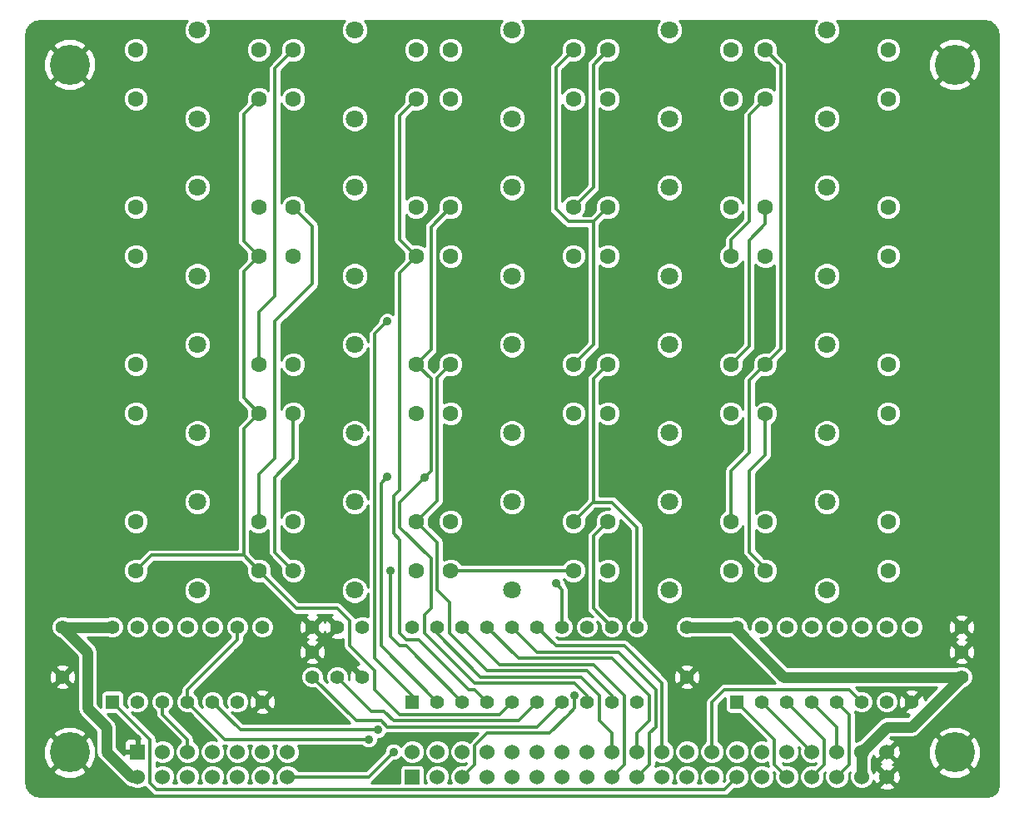
<source format=gbl>
G04 #@! TF.FileFunction,Copper,L2,Bot,Signal*
%FSLAX46Y46*%
G04 Gerber Fmt 4.6, Leading zero omitted, Abs format (unit mm)*
G04 Created by KiCad (PCBNEW 4.0.7-e2-6376~58~ubuntu16.04.1) date Wed Jul 11 09:03:15 2018*
%MOMM*%
%LPD*%
G01*
G04 APERTURE LIST*
%ADD10C,0.150000*%
%ADD11R,1.524000X1.524000*%
%ADD12C,1.524000*%
%ADD13C,4.064000*%
%ADD14C,1.397000*%
%ADD15C,1.600000*%
%ADD16C,1.800000*%
%ADD17R,1.397000X1.397000*%
%ADD18C,0.889000*%
%ADD19C,0.355600*%
%ADD20C,1.117600*%
%ADD21C,0.254000*%
G04 APERTURE END LIST*
D10*
D11*
X142240000Y-128270000D03*
D12*
X142240000Y-125730000D03*
X144780000Y-128270000D03*
X144780000Y-125730000D03*
X147320000Y-128270000D03*
X147320000Y-125730000D03*
X149860000Y-128270000D03*
X149860000Y-125730000D03*
X152400000Y-128270000D03*
X152400000Y-125730000D03*
X154940000Y-128270000D03*
X154940000Y-125730000D03*
X157480000Y-128270000D03*
X157480000Y-125730000D03*
X160020000Y-128270000D03*
X160020000Y-125730000D03*
X162560000Y-128270000D03*
X162560000Y-125730000D03*
X165100000Y-128270000D03*
X165100000Y-125730000D03*
X167640000Y-128270000D03*
X167640000Y-125730000D03*
X170180000Y-128270000D03*
X170180000Y-125730000D03*
X172720000Y-128270000D03*
X172720000Y-125730000D03*
X175260000Y-125730000D03*
X175260000Y-128270000D03*
X177800000Y-125730000D03*
X177800000Y-128270000D03*
X180340000Y-128270000D03*
X180340000Y-125730000D03*
X182880000Y-128270000D03*
X182880000Y-125730000D03*
X185420000Y-128270000D03*
X185420000Y-125730000D03*
X187960000Y-128270000D03*
X187960000Y-125730000D03*
X190500000Y-128270000D03*
X190500000Y-125730000D03*
D13*
X197400000Y-125800000D03*
X107400000Y-125800000D03*
X197400000Y-55800000D03*
X107400000Y-55800000D03*
D14*
X137160000Y-113030000D03*
X137160000Y-118110000D03*
X170180000Y-113030000D03*
X170180000Y-118110000D03*
X106680000Y-113030000D03*
X106680000Y-118110000D03*
X134620000Y-118110000D03*
X134620000Y-113030000D03*
X132080000Y-115570000D03*
X132080000Y-118110000D03*
X132080000Y-113030000D03*
X198120000Y-115570000D03*
X198120000Y-118110000D03*
X198120000Y-113030000D03*
D11*
X114300000Y-125730000D03*
D12*
X114300000Y-128270000D03*
X116840000Y-125730000D03*
X116840000Y-128270000D03*
X119380000Y-125730000D03*
X119380000Y-128270000D03*
X121920000Y-125730000D03*
X121920000Y-128270000D03*
X124460000Y-125730000D03*
X124460000Y-128270000D03*
X127000000Y-125730000D03*
X127000000Y-128270000D03*
X129540000Y-125730000D03*
X129540000Y-128270000D03*
D15*
X190650000Y-54300000D03*
X190650000Y-59300000D03*
X178150000Y-54300000D03*
X178150000Y-59300000D03*
D16*
X184400000Y-61300000D03*
X184400000Y-52300000D03*
D15*
X190650000Y-70300000D03*
X190650000Y-75300000D03*
X178150000Y-70300000D03*
X178150000Y-75300000D03*
D16*
X184400000Y-77300000D03*
X184400000Y-68300000D03*
D15*
X174650000Y-70300000D03*
X174650000Y-75300000D03*
X162150000Y-70300000D03*
X162150000Y-75300000D03*
D16*
X168400000Y-77300000D03*
X168400000Y-68300000D03*
D15*
X158650000Y-70300000D03*
X158650000Y-75300000D03*
X146150000Y-70300000D03*
X146150000Y-75300000D03*
D16*
X152400000Y-77300000D03*
X152400000Y-68300000D03*
D15*
X190650000Y-86300000D03*
X190650000Y-91300000D03*
X178150000Y-86300000D03*
X178150000Y-91300000D03*
D16*
X184400000Y-93300000D03*
X184400000Y-84300000D03*
D15*
X174650000Y-86300000D03*
X174650000Y-91300000D03*
X162150000Y-86300000D03*
X162150000Y-91300000D03*
D16*
X168400000Y-93300000D03*
X168400000Y-84300000D03*
D15*
X158650000Y-86300000D03*
X158650000Y-91300000D03*
X146150000Y-86300000D03*
X146150000Y-91300000D03*
D16*
X152400000Y-93300000D03*
X152400000Y-84300000D03*
D15*
X190650000Y-102300000D03*
X190650000Y-107300000D03*
X178150000Y-102300000D03*
X178150000Y-107300000D03*
D16*
X184400000Y-109300000D03*
X184400000Y-100300000D03*
D15*
X174650000Y-102300000D03*
X174650000Y-107300000D03*
X162150000Y-102300000D03*
X162150000Y-107300000D03*
D16*
X168400000Y-109300000D03*
X168400000Y-100300000D03*
D15*
X158650000Y-102300000D03*
X158650000Y-107300000D03*
X146150000Y-102300000D03*
X146150000Y-107300000D03*
D16*
X152400000Y-109300000D03*
X152400000Y-100300000D03*
D15*
X142650000Y-102300000D03*
X142650000Y-107300000D03*
X130150000Y-102300000D03*
X130150000Y-107300000D03*
D16*
X136400000Y-109300000D03*
X136400000Y-100300000D03*
D15*
X142650000Y-86300000D03*
X142650000Y-91300000D03*
X130150000Y-86300000D03*
X130150000Y-91300000D03*
D16*
X136400000Y-93300000D03*
X136400000Y-84300000D03*
D15*
X142650000Y-70300000D03*
X142650000Y-75300000D03*
X130150000Y-70300000D03*
X130150000Y-75300000D03*
D16*
X136400000Y-77300000D03*
X136400000Y-68300000D03*
D15*
X142650000Y-54300000D03*
X142650000Y-59300000D03*
X130150000Y-54300000D03*
X130150000Y-59300000D03*
D16*
X136400000Y-61300000D03*
X136400000Y-52300000D03*
D15*
X158650000Y-54300000D03*
X158650000Y-59300000D03*
X146150000Y-54300000D03*
X146150000Y-59300000D03*
D16*
X152400000Y-61300000D03*
X152400000Y-52300000D03*
D15*
X174650000Y-54300000D03*
X174650000Y-59300000D03*
X162150000Y-54300000D03*
X162150000Y-59300000D03*
D16*
X168400000Y-61300000D03*
X168400000Y-52300000D03*
D15*
X126650000Y-102300000D03*
X126650000Y-107300000D03*
X114150000Y-102300000D03*
X114150000Y-107300000D03*
D16*
X120400000Y-109300000D03*
X120400000Y-100300000D03*
D15*
X126650000Y-86300000D03*
X126650000Y-91300000D03*
X114150000Y-86300000D03*
X114150000Y-91300000D03*
D16*
X120400000Y-93300000D03*
X120400000Y-84300000D03*
D15*
X126650000Y-70300000D03*
X126650000Y-75300000D03*
X114150000Y-70300000D03*
X114150000Y-75300000D03*
D16*
X120400000Y-77300000D03*
X120400000Y-68300000D03*
D15*
X126650000Y-54300000D03*
X126650000Y-59300000D03*
X114150000Y-54300000D03*
X114150000Y-59300000D03*
D16*
X120400000Y-61300000D03*
X120400000Y-52300000D03*
D17*
X142240000Y-120650000D03*
D14*
X144780000Y-120650000D03*
X147320000Y-120650000D03*
X149860000Y-120650000D03*
X152400000Y-120650000D03*
X154940000Y-120650000D03*
X157480000Y-120650000D03*
X160020000Y-120650000D03*
X162560000Y-120650000D03*
X165100000Y-120650000D03*
X165100000Y-113030000D03*
X162560000Y-113030000D03*
X160020000Y-113030000D03*
X157480000Y-113030000D03*
X154940000Y-113030000D03*
X152400000Y-113030000D03*
X149860000Y-113030000D03*
X147320000Y-113030000D03*
X144780000Y-113030000D03*
X142240000Y-113030000D03*
D17*
X175260000Y-120650000D03*
D14*
X177800000Y-120650000D03*
X180340000Y-120650000D03*
X182880000Y-120650000D03*
X185420000Y-120650000D03*
X187960000Y-120650000D03*
X190500000Y-120650000D03*
X193040000Y-120650000D03*
X193040000Y-113030000D03*
X190500000Y-113030000D03*
X187960000Y-113030000D03*
X185420000Y-113030000D03*
X182880000Y-113030000D03*
X180340000Y-113030000D03*
X177800000Y-113030000D03*
X175260000Y-113030000D03*
D17*
X111760000Y-120650000D03*
D14*
X114300000Y-120650000D03*
X116840000Y-120650000D03*
X119380000Y-120650000D03*
X121920000Y-120650000D03*
X124460000Y-120650000D03*
X127000000Y-120650000D03*
X127000000Y-113030000D03*
X124460000Y-113030000D03*
X121920000Y-113030000D03*
X119380000Y-113030000D03*
X116840000Y-113030000D03*
X114300000Y-113030000D03*
X111760000Y-113030000D03*
D18*
X140335000Y-125730000D03*
X158750000Y-120015000D03*
X137795000Y-124460000D03*
X139700000Y-81915000D03*
X143510000Y-97790000D03*
X139700000Y-97764602D03*
X140017500Y-107315000D03*
X156845000Y-108585000D03*
X138747500Y-123507500D03*
D19*
X180340000Y-128270000D02*
X179070000Y-127000000D01*
X179070000Y-124460000D02*
X175260000Y-120650000D01*
X179070000Y-127000000D02*
X179070000Y-124460000D01*
X182880000Y-125730000D02*
X177800000Y-120650000D01*
X182880000Y-128270000D02*
X184150000Y-127000000D01*
X184150000Y-124460000D02*
X180340000Y-120650000D01*
X184150000Y-127000000D02*
X184150000Y-124460000D01*
X185420000Y-125730000D02*
X185420000Y-123190000D01*
X185420000Y-123190000D02*
X182880000Y-120650000D01*
X185420000Y-125730000D02*
X185420000Y-125095000D01*
X186690000Y-127000000D02*
X186690000Y-121920000D01*
X185420000Y-128270000D02*
X186690000Y-127000000D01*
X186690000Y-121920000D02*
X185420000Y-120650000D01*
X144780000Y-113030000D02*
X144780000Y-113690398D01*
X144780000Y-113690398D02*
X149199602Y-118110000D01*
X149199602Y-118110000D02*
X159385000Y-118110000D01*
X162560000Y-123825000D02*
X162560000Y-125730000D01*
X161290000Y-122555000D02*
X162560000Y-123825000D01*
X161290000Y-120015000D02*
X161290000Y-122555000D01*
X159385000Y-118110000D02*
X161290000Y-120015000D01*
X162560000Y-125730000D02*
X162560000Y-125095000D01*
X144780000Y-113665000D02*
X144780000Y-113030000D01*
X144780000Y-113665000D02*
X144780000Y-113030000D01*
X160655000Y-116840000D02*
X151130000Y-116840000D01*
X151130000Y-116840000D02*
X147320000Y-113030000D01*
X163830000Y-120015000D02*
X160655000Y-116840000D01*
X163830000Y-120015000D02*
X163830000Y-127000000D01*
X162560000Y-128270000D02*
X163830000Y-127000000D01*
X162560000Y-116205000D02*
X153035000Y-116205000D01*
X166370000Y-122555000D02*
X166370000Y-120015000D01*
X165100000Y-125730000D02*
X165100000Y-123825000D01*
X165100000Y-123825000D02*
X166370000Y-122555000D01*
X166370000Y-120015000D02*
X162560000Y-116205000D01*
X153035000Y-116205000D02*
X149860000Y-113030000D01*
X165100000Y-125730000D02*
X165100000Y-125095000D01*
X163195000Y-115570000D02*
X154940000Y-115570000D01*
X165100000Y-128270000D02*
X166370000Y-127000000D01*
X166370000Y-127000000D02*
X166370000Y-123825000D01*
X167005000Y-119380000D02*
X167005000Y-123190000D01*
X167005000Y-123190000D02*
X166370000Y-123825000D01*
X167005000Y-119380000D02*
X163195000Y-115570000D01*
X154940000Y-115570000D02*
X152400000Y-113030000D01*
X167640000Y-118745000D02*
X163830000Y-114935000D01*
X156845000Y-114935000D02*
X154940000Y-113030000D01*
X163830000Y-114935000D02*
X156845000Y-114935000D01*
X167640000Y-118745000D02*
X167640000Y-125730000D01*
X167640000Y-125730000D02*
X167640000Y-125095000D01*
X137795000Y-128270000D02*
X129540000Y-128270000D01*
X140335000Y-125730000D02*
X137795000Y-128270000D01*
X187960000Y-120650000D02*
X186690000Y-119380000D01*
X172720000Y-120650000D02*
X172720000Y-125730000D01*
X173990000Y-119380000D02*
X172720000Y-120650000D01*
X186690000Y-119380000D02*
X173990000Y-119380000D01*
X158750000Y-121285000D02*
X158750000Y-120015000D01*
X158750000Y-121285000D02*
X158115000Y-121920000D01*
X147320000Y-128270000D02*
X148590000Y-127000000D01*
X156210000Y-123825000D02*
X158115000Y-121920000D01*
X149860000Y-123825000D02*
X156210000Y-123825000D01*
X148590000Y-125095000D02*
X149860000Y-123825000D01*
X148590000Y-127000000D02*
X148590000Y-125095000D01*
X119380000Y-120650000D02*
X123190000Y-124460000D01*
X123190000Y-124460000D02*
X137795000Y-124460000D01*
X119380000Y-120650000D02*
X119380000Y-119380000D01*
X119380000Y-119380000D02*
X124460000Y-114300000D01*
X124460000Y-114300000D02*
X124460000Y-113030000D01*
X111760000Y-120650000D02*
X115570000Y-124460000D01*
X115570000Y-128905000D02*
X116205000Y-129540000D01*
X115570000Y-124460000D02*
X115570000Y-128905000D01*
X175260000Y-128270000D02*
X173990000Y-129540000D01*
X173990000Y-129540000D02*
X116205000Y-129540000D01*
D20*
X114300000Y-128270000D02*
X113665000Y-128270000D01*
X113665000Y-128270000D02*
X111125000Y-125730000D01*
X111125000Y-125730000D02*
X111125000Y-123190000D01*
X111125000Y-123190000D02*
X109220000Y-121285000D01*
X175260000Y-113030000D02*
X170180000Y-113030000D01*
X190500000Y-123190000D02*
X193040000Y-123190000D01*
X187960000Y-125730000D02*
X190500000Y-123190000D01*
X193040000Y-123190000D02*
X198120000Y-118110000D01*
X187960000Y-128270000D02*
X187960000Y-125730000D01*
X175260000Y-113030000D02*
X175260000Y-113347500D01*
X175260000Y-113347500D02*
X180022500Y-118110000D01*
X180022500Y-118110000D02*
X198120000Y-118110000D01*
X106680000Y-113030000D02*
X111760000Y-113030000D01*
X109220000Y-121285000D02*
X109220000Y-115570000D01*
X109220000Y-115570000D02*
X106680000Y-113030000D01*
D19*
X139382500Y-121602500D02*
X138112500Y-121602500D01*
X138112500Y-121602500D02*
X134620000Y-118110000D01*
X139382500Y-121602500D02*
X140335000Y-122555000D01*
X153035000Y-122555000D02*
X154940000Y-120650000D01*
X140335000Y-122555000D02*
X153035000Y-122555000D01*
X132080000Y-118110000D02*
X136525000Y-122555000D01*
X136525000Y-122555000D02*
X139065000Y-122555000D01*
X139065000Y-122555000D02*
X139700000Y-123190000D01*
X154940000Y-123190000D02*
X157480000Y-120650000D01*
X139700000Y-123190000D02*
X154940000Y-123190000D01*
X119380000Y-124460000D02*
X116840000Y-121920000D01*
X119380000Y-125730000D02*
X119380000Y-124460000D01*
X116840000Y-121920000D02*
X116840000Y-120650000D01*
X128270000Y-95885000D02*
X128270000Y-81915000D01*
X128270000Y-81915000D02*
X132080000Y-78105000D01*
X174650000Y-102300000D02*
X174650000Y-97130000D01*
X174650000Y-97130000D02*
X176530000Y-95250000D01*
X162560000Y-113030000D02*
X160655000Y-111125000D01*
X160655000Y-103795000D02*
X162150000Y-102300000D01*
X160655000Y-111125000D02*
X160655000Y-103795000D01*
X126650000Y-102300000D02*
X126650000Y-97505000D01*
X126650000Y-97505000D02*
X128270000Y-95885000D01*
X132080000Y-72230000D02*
X130150000Y-70300000D01*
X132080000Y-78105000D02*
X132080000Y-72230000D01*
X176530000Y-87920000D02*
X178150000Y-86300000D01*
X176530000Y-95250000D02*
X176530000Y-87920000D01*
X178150000Y-86300000D02*
X179705000Y-84745000D01*
X179705000Y-84745000D02*
X179705000Y-55855000D01*
X179705000Y-55855000D02*
X178150000Y-54300000D01*
X176530000Y-60920000D02*
X176530000Y-71755000D01*
X176530000Y-71755000D02*
X174650000Y-73635000D01*
X142240000Y-120650000D02*
X142240000Y-120015000D01*
X142240000Y-120015000D02*
X138430000Y-116205000D01*
X138430000Y-116205000D02*
X138430000Y-83185000D01*
X138430000Y-83185000D02*
X139700000Y-81915000D01*
X174650000Y-75300000D02*
X174650000Y-73635000D01*
X176530000Y-60920000D02*
X178150000Y-59300000D01*
X126650000Y-86300000D02*
X126650000Y-80995000D01*
X126650000Y-80995000D02*
X128270000Y-79375000D01*
X178150000Y-70300000D02*
X178150000Y-72040000D01*
X178150000Y-72040000D02*
X176495000Y-73695000D01*
X165100000Y-113030000D02*
X165100000Y-102870000D01*
X162560000Y-100330000D02*
X160620000Y-100330000D01*
X165100000Y-102870000D02*
X162560000Y-100330000D01*
X128270000Y-56180000D02*
X130150000Y-54300000D01*
X128270000Y-79375000D02*
X128270000Y-56180000D01*
X174650000Y-86300000D02*
X176495000Y-84455000D01*
X176495000Y-84455000D02*
X176495000Y-73695000D01*
X158650000Y-102300000D02*
X160620000Y-100330000D01*
X160620000Y-100330000D02*
X160655000Y-100295000D01*
X160655000Y-87795000D02*
X162150000Y-86300000D01*
X160655000Y-100295000D02*
X160655000Y-87795000D01*
X160655000Y-71795000D02*
X158155000Y-71795000D01*
X156845000Y-56105000D02*
X158650000Y-54300000D01*
X156845000Y-70485000D02*
X156845000Y-56105000D01*
X158155000Y-71795000D02*
X156845000Y-70485000D01*
X142650000Y-102300000D02*
X144780000Y-100170000D01*
X144780000Y-87670000D02*
X146150000Y-86300000D01*
X144780000Y-100170000D02*
X144780000Y-87670000D01*
X144780000Y-109220000D02*
X144780000Y-104430000D01*
X144780000Y-104430000D02*
X142650000Y-102300000D01*
X144780000Y-109220000D02*
X144754602Y-109194602D01*
X160020000Y-117475000D02*
X149860000Y-117475000D01*
X149860000Y-117475000D02*
X146050000Y-113665000D01*
X146050000Y-113665000D02*
X146050000Y-110490000D01*
X144780000Y-109220000D02*
X146050000Y-110490000D01*
X162560000Y-120015000D02*
X160020000Y-117475000D01*
X162150000Y-70300000D02*
X160655000Y-71795000D01*
X160655000Y-71795000D02*
X160655000Y-71795000D01*
X160655000Y-71795000D02*
X160655000Y-84295000D01*
X160655000Y-84295000D02*
X158650000Y-86300000D01*
X162560000Y-120650000D02*
X162560000Y-120015000D01*
X158650000Y-70300000D02*
X160655000Y-68295000D01*
X160655000Y-55795000D02*
X162150000Y-54300000D01*
X160655000Y-68295000D02*
X160655000Y-55795000D01*
X143510000Y-97790000D02*
X144145000Y-97155000D01*
X140970000Y-102870000D02*
X140970000Y-100330000D01*
X140970000Y-100330000D02*
X143510000Y-97790000D01*
X142650000Y-86300000D02*
X144145000Y-87795000D01*
X144145000Y-87795000D02*
X144145000Y-97155000D01*
X143510000Y-111760000D02*
X144145000Y-111125000D01*
X144145000Y-106045000D02*
X140970000Y-102870000D01*
X144145000Y-111125000D02*
X144145000Y-106045000D01*
X143510000Y-113665000D02*
X143510000Y-111760000D01*
X158750000Y-118745000D02*
X148590000Y-118745000D01*
X148590000Y-118745000D02*
X143510000Y-113665000D01*
X160020000Y-120015000D02*
X158750000Y-118745000D01*
X142650000Y-86300000D02*
X144145000Y-84805000D01*
X144145000Y-84805000D02*
X144145000Y-72305000D01*
X144145000Y-72305000D02*
X146150000Y-70300000D01*
X160020000Y-120650000D02*
X160020000Y-120015000D01*
X178150000Y-107300000D02*
X178150000Y-107030000D01*
X178150000Y-107030000D02*
X176530000Y-105410000D01*
X178150000Y-95535000D02*
X178150000Y-91300000D01*
X176530000Y-97155000D02*
X178150000Y-95535000D01*
X176530000Y-105410000D02*
X176530000Y-97155000D01*
X144780000Y-120650000D02*
X139065000Y-114935000D01*
X139065000Y-114935000D02*
X139065000Y-98399602D01*
X139065000Y-98399602D02*
X139700000Y-97764602D01*
X139065000Y-98399602D02*
X139700000Y-97764602D01*
X140970000Y-114935000D02*
X140017500Y-113982500D01*
X140017500Y-113982500D02*
X140017500Y-107315000D01*
X128270000Y-105410000D02*
X128270000Y-97790000D01*
X128270000Y-97790000D02*
X130150000Y-95910000D01*
X130150000Y-107300000D02*
X130150000Y-107290000D01*
X130150000Y-107290000D02*
X128270000Y-105410000D01*
X130150000Y-95910000D02*
X130150000Y-91300000D01*
X130795000Y-107300000D02*
X130150000Y-107300000D01*
X146150000Y-107300000D02*
X158650000Y-107300000D01*
X140970000Y-114935000D02*
X141605000Y-114935000D01*
X147320000Y-120650000D02*
X141605000Y-114935000D01*
X140335000Y-103505000D02*
X140335000Y-99695000D01*
X140335000Y-99695000D02*
X140970000Y-99060000D01*
X140970000Y-99060000D02*
X140970000Y-83185000D01*
X140970000Y-104775000D02*
X140970000Y-104140000D01*
X140970000Y-104140000D02*
X140335000Y-103505000D01*
X148590000Y-119380000D02*
X147955000Y-119380000D01*
X147955000Y-119380000D02*
X142875000Y-114300000D01*
X142875000Y-114300000D02*
X141605000Y-114300000D01*
X141605000Y-114300000D02*
X140970000Y-113665000D01*
X149860000Y-120650000D02*
X148590000Y-119380000D01*
X140970000Y-113665000D02*
X140970000Y-104775000D01*
X140970000Y-76980000D02*
X142650000Y-75300000D01*
X140970000Y-83185000D02*
X140970000Y-76980000D01*
X142650000Y-75300000D02*
X140970000Y-73620000D01*
X140970000Y-60980000D02*
X142650000Y-59300000D01*
X140970000Y-73620000D02*
X140970000Y-60980000D01*
X140970000Y-121920000D02*
X138430000Y-119380000D01*
X134620000Y-111125000D02*
X130475000Y-111125000D01*
X126650000Y-107300000D02*
X130475000Y-111125000D01*
X140970000Y-121920000D02*
X151130000Y-121920000D01*
X151130000Y-121920000D02*
X152400000Y-120650000D01*
X134620000Y-111125000D02*
X135890000Y-112395000D01*
X135890000Y-114935000D02*
X135890000Y-112395000D01*
X138430000Y-117475000D02*
X135890000Y-114935000D01*
X138430000Y-119380000D02*
X138430000Y-117475000D01*
X126650000Y-75300000D02*
X125095000Y-73745000D01*
X125095000Y-60855000D02*
X126650000Y-59300000D01*
X125095000Y-73745000D02*
X125095000Y-60855000D01*
X126650000Y-91300000D02*
X125095000Y-89745000D01*
X125095000Y-76855000D02*
X126650000Y-75300000D01*
X125095000Y-89745000D02*
X125095000Y-76855000D01*
X125095000Y-105745000D02*
X115705000Y-105745000D01*
X115705000Y-105745000D02*
X114150000Y-107300000D01*
X126650000Y-107300000D02*
X125095000Y-105745000D01*
X125095000Y-92855000D02*
X126650000Y-91300000D01*
X125095000Y-105745000D02*
X125095000Y-92855000D01*
X157480000Y-113030000D02*
X157480000Y-109220000D01*
X157480000Y-109220000D02*
X156845000Y-108585000D01*
X121920000Y-120650000D02*
X124777500Y-123507500D01*
X124777500Y-123507500D02*
X138747500Y-123507500D01*
D21*
G36*
X119228572Y-51515797D02*
X119017640Y-52023777D01*
X119017160Y-52573810D01*
X119227205Y-53082157D01*
X119615797Y-53471428D01*
X120123777Y-53682360D01*
X120673810Y-53682840D01*
X121182157Y-53472795D01*
X121571428Y-53084203D01*
X121782360Y-52576223D01*
X121782840Y-52026190D01*
X121572795Y-51517843D01*
X121387875Y-51332600D01*
X135412089Y-51332600D01*
X135228572Y-51515797D01*
X135017640Y-52023777D01*
X135017160Y-52573810D01*
X135227205Y-53082157D01*
X135615797Y-53471428D01*
X136123777Y-53682360D01*
X136673810Y-53682840D01*
X137182157Y-53472795D01*
X137571428Y-53084203D01*
X137782360Y-52576223D01*
X137782840Y-52026190D01*
X137572795Y-51517843D01*
X137387875Y-51332600D01*
X151412089Y-51332600D01*
X151228572Y-51515797D01*
X151017640Y-52023777D01*
X151017160Y-52573810D01*
X151227205Y-53082157D01*
X151615797Y-53471428D01*
X152123777Y-53682360D01*
X152673810Y-53682840D01*
X153182157Y-53472795D01*
X153571428Y-53084203D01*
X153782360Y-52576223D01*
X153782840Y-52026190D01*
X153572795Y-51517843D01*
X153387875Y-51332600D01*
X167412089Y-51332600D01*
X167228572Y-51515797D01*
X167017640Y-52023777D01*
X167017160Y-52573810D01*
X167227205Y-53082157D01*
X167615797Y-53471428D01*
X168123777Y-53682360D01*
X168673810Y-53682840D01*
X169182157Y-53472795D01*
X169571428Y-53084203D01*
X169782360Y-52576223D01*
X169782840Y-52026190D01*
X169572795Y-51517843D01*
X169387875Y-51332600D01*
X183412089Y-51332600D01*
X183228572Y-51515797D01*
X183017640Y-52023777D01*
X183017160Y-52573810D01*
X183227205Y-53082157D01*
X183615797Y-53471428D01*
X184123777Y-53682360D01*
X184673810Y-53682840D01*
X185182157Y-53472795D01*
X185571428Y-53084203D01*
X185782360Y-52576223D01*
X185782840Y-52026190D01*
X185572795Y-51517843D01*
X185387875Y-51332600D01*
X200347545Y-51332600D01*
X200957557Y-51453939D01*
X201430232Y-51769770D01*
X201746061Y-52242443D01*
X201867400Y-52852455D01*
X201867400Y-129147544D01*
X201776509Y-129604483D01*
X201547388Y-129947388D01*
X201204483Y-130176509D01*
X200747545Y-130267400D01*
X104452455Y-130267400D01*
X103842443Y-130146061D01*
X103369770Y-129830232D01*
X103053939Y-129357557D01*
X102932600Y-128747545D01*
X102932600Y-127698121D01*
X105681484Y-127698121D01*
X105906154Y-128072168D01*
X106889388Y-128470880D01*
X107950357Y-128462975D01*
X108893846Y-128072168D01*
X109118516Y-127698121D01*
X107400000Y-125979605D01*
X105681484Y-127698121D01*
X102932600Y-127698121D01*
X102932600Y-125289388D01*
X104729120Y-125289388D01*
X104737025Y-126350357D01*
X105127832Y-127293846D01*
X105501879Y-127518516D01*
X107220395Y-125800000D01*
X107579605Y-125800000D01*
X109298121Y-127518516D01*
X109672168Y-127293846D01*
X110070880Y-126310612D01*
X110062975Y-125249643D01*
X109672168Y-124306154D01*
X109298121Y-124081484D01*
X107579605Y-125800000D01*
X107220395Y-125800000D01*
X105501879Y-124081484D01*
X105127832Y-124306154D01*
X104729120Y-125289388D01*
X102932600Y-125289388D01*
X102932600Y-123901879D01*
X105681484Y-123901879D01*
X107400000Y-125620395D01*
X109118516Y-123901879D01*
X108893846Y-123527832D01*
X107910612Y-123129120D01*
X106849643Y-123137025D01*
X105906154Y-123527832D01*
X105681484Y-123901879D01*
X102932600Y-123901879D01*
X102932600Y-119044188D01*
X105925417Y-119044188D01*
X105987071Y-119279800D01*
X106487480Y-119455927D01*
X107017199Y-119427148D01*
X107372929Y-119279800D01*
X107434583Y-119044188D01*
X106680000Y-118289605D01*
X105925417Y-119044188D01*
X102932600Y-119044188D01*
X102932600Y-117917480D01*
X105334073Y-117917480D01*
X105362852Y-118447199D01*
X105510200Y-118802929D01*
X105745812Y-118864583D01*
X106500395Y-118110000D01*
X106859605Y-118110000D01*
X107614188Y-118864583D01*
X107849800Y-118802929D01*
X108025927Y-118302520D01*
X107997148Y-117772801D01*
X107849800Y-117417071D01*
X107614188Y-117355417D01*
X106859605Y-118110000D01*
X106500395Y-118110000D01*
X105745812Y-117355417D01*
X105510200Y-117417071D01*
X105334073Y-117917480D01*
X102932600Y-117917480D01*
X102932600Y-117175812D01*
X105925417Y-117175812D01*
X106680000Y-117930395D01*
X107434583Y-117175812D01*
X107372929Y-116940200D01*
X106872520Y-116764073D01*
X106342801Y-116792852D01*
X105987071Y-116940200D01*
X105925417Y-117175812D01*
X102932600Y-117175812D01*
X102932600Y-113263905D01*
X105498696Y-113263905D01*
X105678128Y-113698165D01*
X106010087Y-114030704D01*
X106348437Y-114171199D01*
X108178600Y-116001362D01*
X108178600Y-121285000D01*
X108257872Y-121683527D01*
X108432496Y-121944870D01*
X108483619Y-122021381D01*
X110083600Y-123621362D01*
X110083600Y-125730000D01*
X110162872Y-126128527D01*
X110368272Y-126435930D01*
X110388619Y-126466381D01*
X112928619Y-129006381D01*
X113266473Y-129232128D01*
X113560173Y-129290549D01*
X113594070Y-129324505D01*
X114051348Y-129514383D01*
X114546480Y-129514815D01*
X115004088Y-129325736D01*
X115044906Y-129284989D01*
X115103027Y-129371973D01*
X115738027Y-130006974D01*
X115952276Y-130150130D01*
X116205000Y-130200400D01*
X173990000Y-130200400D01*
X174242724Y-130150130D01*
X174456973Y-130006973D01*
X174967691Y-129496255D01*
X175011348Y-129514383D01*
X175506480Y-129514815D01*
X175964088Y-129325736D01*
X176314505Y-128975930D01*
X176504383Y-128518652D01*
X176504815Y-128023520D01*
X176315736Y-127565912D01*
X175965930Y-127215495D01*
X175508652Y-127025617D01*
X175013520Y-127025185D01*
X174555912Y-127214264D01*
X174205495Y-127564070D01*
X174015617Y-128021348D01*
X174015185Y-128516480D01*
X174034011Y-128562043D01*
X173884129Y-128711925D01*
X173964383Y-128518652D01*
X173964815Y-128023520D01*
X173775736Y-127565912D01*
X173425930Y-127215495D01*
X172968652Y-127025617D01*
X172473520Y-127025185D01*
X172015912Y-127214264D01*
X171665495Y-127564070D01*
X171475617Y-128021348D01*
X171475185Y-128516480D01*
X171625223Y-128879600D01*
X171274505Y-128879600D01*
X171424383Y-128518652D01*
X171424815Y-128023520D01*
X171235736Y-127565912D01*
X170885930Y-127215495D01*
X170428652Y-127025617D01*
X169933520Y-127025185D01*
X169475912Y-127214264D01*
X169125495Y-127564070D01*
X168935617Y-128021348D01*
X168935185Y-128516480D01*
X169085223Y-128879600D01*
X168734505Y-128879600D01*
X168884383Y-128518652D01*
X168884815Y-128023520D01*
X168695736Y-127565912D01*
X168345930Y-127215495D01*
X167888652Y-127025617D01*
X167393520Y-127025185D01*
X166992425Y-127190913D01*
X167030400Y-127000000D01*
X167030400Y-126824505D01*
X167391348Y-126974383D01*
X167886480Y-126974815D01*
X168344088Y-126785736D01*
X168694505Y-126435930D01*
X168884383Y-125978652D01*
X168884384Y-125976480D01*
X168935185Y-125976480D01*
X169124264Y-126434088D01*
X169474070Y-126784505D01*
X169931348Y-126974383D01*
X170426480Y-126974815D01*
X170884088Y-126785736D01*
X171234505Y-126435930D01*
X171424383Y-125978652D01*
X171424815Y-125483520D01*
X171235736Y-125025912D01*
X170885930Y-124675495D01*
X170428652Y-124485617D01*
X169933520Y-124485185D01*
X169475912Y-124674264D01*
X169125495Y-125024070D01*
X168935617Y-125481348D01*
X168935185Y-125976480D01*
X168884384Y-125976480D01*
X168884815Y-125483520D01*
X168695736Y-125025912D01*
X168345930Y-124675495D01*
X168300400Y-124656589D01*
X168300400Y-119044188D01*
X169425417Y-119044188D01*
X169487071Y-119279800D01*
X169987480Y-119455927D01*
X170517199Y-119427148D01*
X170872929Y-119279800D01*
X170934583Y-119044188D01*
X170180000Y-118289605D01*
X169425417Y-119044188D01*
X168300400Y-119044188D01*
X168300400Y-118745000D01*
X168250130Y-118492276D01*
X168106974Y-118278027D01*
X167746427Y-117917480D01*
X168834073Y-117917480D01*
X168862852Y-118447199D01*
X169010200Y-118802929D01*
X169245812Y-118864583D01*
X170000395Y-118110000D01*
X170359605Y-118110000D01*
X171114188Y-118864583D01*
X171349800Y-118802929D01*
X171525927Y-118302520D01*
X171497148Y-117772801D01*
X171349800Y-117417071D01*
X171114188Y-117355417D01*
X170359605Y-118110000D01*
X170000395Y-118110000D01*
X169245812Y-117355417D01*
X169010200Y-117417071D01*
X168834073Y-117917480D01*
X167746427Y-117917480D01*
X167004759Y-117175812D01*
X169425417Y-117175812D01*
X170180000Y-117930395D01*
X170934583Y-117175812D01*
X170872929Y-116940200D01*
X170372520Y-116764073D01*
X169842801Y-116792852D01*
X169487071Y-116940200D01*
X169425417Y-117175812D01*
X167004759Y-117175812D01*
X164296973Y-114468027D01*
X164082724Y-114324870D01*
X163830000Y-114274600D01*
X157118546Y-114274600D01*
X156920495Y-114076549D01*
X157244034Y-114210894D01*
X157713905Y-114211304D01*
X158148165Y-114031872D01*
X158480704Y-113699913D01*
X158660894Y-113265966D01*
X158661304Y-112796095D01*
X158481872Y-112361835D01*
X158149913Y-112029296D01*
X158140400Y-112025346D01*
X158140400Y-109220000D01*
X158090130Y-108967276D01*
X158003566Y-108837724D01*
X157946974Y-108753027D01*
X157772107Y-108578160D01*
X157772261Y-108401397D01*
X157655784Y-108119504D01*
X157922517Y-108386702D01*
X158393756Y-108582377D01*
X158904006Y-108582823D01*
X159375586Y-108387970D01*
X159736702Y-108027483D01*
X159932377Y-107556244D01*
X159932823Y-107045994D01*
X159737970Y-106574414D01*
X159377483Y-106213298D01*
X158906244Y-106017623D01*
X158395994Y-106017177D01*
X157924414Y-106212030D01*
X157563298Y-106572517D01*
X157535443Y-106639600D01*
X147264904Y-106639600D01*
X147237970Y-106574414D01*
X146877483Y-106213298D01*
X146406244Y-106017623D01*
X145895994Y-106017177D01*
X145440400Y-106205425D01*
X145440400Y-104430000D01*
X145390130Y-104177276D01*
X145246973Y-103963027D01*
X143905329Y-102621383D01*
X143932377Y-102556244D01*
X143932378Y-102554006D01*
X144867177Y-102554006D01*
X145062030Y-103025586D01*
X145422517Y-103386702D01*
X145893756Y-103582377D01*
X146404006Y-103582823D01*
X146875586Y-103387970D01*
X147236702Y-103027483D01*
X147432377Y-102556244D01*
X147432378Y-102554006D01*
X157367177Y-102554006D01*
X157562030Y-103025586D01*
X157922517Y-103386702D01*
X158393756Y-103582377D01*
X158904006Y-103582823D01*
X159375586Y-103387970D01*
X159736702Y-103027483D01*
X159932377Y-102556244D01*
X159932823Y-102045994D01*
X159905085Y-101978862D01*
X160893547Y-100990400D01*
X162286454Y-100990400D01*
X162313596Y-101017542D01*
X161895994Y-101017177D01*
X161424414Y-101212030D01*
X161063298Y-101572517D01*
X160867623Y-102043756D01*
X160867177Y-102554006D01*
X160894915Y-102621138D01*
X160188027Y-103328027D01*
X160044870Y-103542276D01*
X159994600Y-103795000D01*
X159994600Y-111125000D01*
X160044870Y-111377724D01*
X160188027Y-111591973D01*
X160579505Y-111983451D01*
X160255966Y-111849106D01*
X159786095Y-111848696D01*
X159351835Y-112028128D01*
X159019296Y-112360087D01*
X158839106Y-112794034D01*
X158838696Y-113263905D01*
X159018128Y-113698165D01*
X159350087Y-114030704D01*
X159784034Y-114210894D01*
X160253905Y-114211304D01*
X160688165Y-114031872D01*
X161020704Y-113699913D01*
X161200894Y-113265966D01*
X161201304Y-112796095D01*
X161066924Y-112470870D01*
X161382328Y-112786274D01*
X161379106Y-112794034D01*
X161378696Y-113263905D01*
X161558128Y-113698165D01*
X161890087Y-114030704D01*
X162324034Y-114210894D01*
X162793905Y-114211304D01*
X163228165Y-114031872D01*
X163560704Y-113699913D01*
X163740894Y-113265966D01*
X163741304Y-112796095D01*
X163561872Y-112361835D01*
X163229913Y-112029296D01*
X162795966Y-111849106D01*
X162326095Y-111848696D01*
X162316575Y-111852629D01*
X161315400Y-110851454D01*
X161315400Y-108279398D01*
X161422517Y-108386702D01*
X161893756Y-108582377D01*
X162404006Y-108582823D01*
X162875586Y-108387970D01*
X163236702Y-108027483D01*
X163432377Y-107556244D01*
X163432823Y-107045994D01*
X163237970Y-106574414D01*
X162877483Y-106213298D01*
X162406244Y-106017623D01*
X161895994Y-106017177D01*
X161424414Y-106212030D01*
X161315400Y-106320854D01*
X161315400Y-104068546D01*
X161828617Y-103555329D01*
X161893756Y-103582377D01*
X162404006Y-103582823D01*
X162875586Y-103387970D01*
X163236702Y-103027483D01*
X163432377Y-102556244D01*
X163432744Y-102136690D01*
X164439600Y-103143547D01*
X164439600Y-112024920D01*
X164431835Y-112028128D01*
X164099296Y-112360087D01*
X163919106Y-112794034D01*
X163918696Y-113263905D01*
X164098128Y-113698165D01*
X164430087Y-114030704D01*
X164864034Y-114210894D01*
X165333905Y-114211304D01*
X165768165Y-114031872D01*
X166100704Y-113699913D01*
X166280894Y-113265966D01*
X166280895Y-113263905D01*
X168998696Y-113263905D01*
X169178128Y-113698165D01*
X169510087Y-114030704D01*
X169944034Y-114210894D01*
X170413905Y-114211304D01*
X170752500Y-114071400D01*
X174515279Y-114071400D01*
X174523619Y-114083881D01*
X179159338Y-118719600D01*
X173990000Y-118719600D01*
X173737276Y-118769870D01*
X173523027Y-118913027D01*
X172253027Y-120183027D01*
X172109870Y-120397276D01*
X172059600Y-120650000D01*
X172059600Y-124656213D01*
X172015912Y-124674264D01*
X171665495Y-125024070D01*
X171475617Y-125481348D01*
X171475185Y-125976480D01*
X171664264Y-126434088D01*
X172014070Y-126784505D01*
X172471348Y-126974383D01*
X172966480Y-126974815D01*
X173424088Y-126785736D01*
X173774505Y-126435930D01*
X173964383Y-125978652D01*
X173964384Y-125976480D01*
X174015185Y-125976480D01*
X174204264Y-126434088D01*
X174554070Y-126784505D01*
X175011348Y-126974383D01*
X175506480Y-126974815D01*
X175964088Y-126785736D01*
X176314505Y-126435930D01*
X176504383Y-125978652D01*
X176504815Y-125483520D01*
X176315736Y-125025912D01*
X175965930Y-124675495D01*
X175508652Y-124485617D01*
X175013520Y-124485185D01*
X174555912Y-124674264D01*
X174205495Y-125024070D01*
X174015617Y-125481348D01*
X174015185Y-125976480D01*
X173964384Y-125976480D01*
X173964815Y-125483520D01*
X173775736Y-125025912D01*
X173425930Y-124675495D01*
X173380400Y-124656589D01*
X173380400Y-120923546D01*
X174069446Y-120234500D01*
X174069446Y-121348500D01*
X174103097Y-121527341D01*
X174208792Y-121691595D01*
X174370063Y-121801787D01*
X174561500Y-121840554D01*
X175516608Y-121840554D01*
X178241923Y-124565870D01*
X178048652Y-124485617D01*
X177553520Y-124485185D01*
X177095912Y-124674264D01*
X176745495Y-125024070D01*
X176555617Y-125481348D01*
X176555185Y-125976480D01*
X176744264Y-126434088D01*
X177094070Y-126784505D01*
X177551348Y-126974383D01*
X178046480Y-126974815D01*
X178409600Y-126824777D01*
X178409600Y-127000000D01*
X178447651Y-127191296D01*
X178048652Y-127025617D01*
X177553520Y-127025185D01*
X177095912Y-127214264D01*
X176745495Y-127564070D01*
X176555617Y-128021348D01*
X176555185Y-128516480D01*
X176744264Y-128974088D01*
X177094070Y-129324505D01*
X177551348Y-129514383D01*
X178046480Y-129514815D01*
X178504088Y-129325736D01*
X178854505Y-128975930D01*
X179044383Y-128518652D01*
X179044815Y-128023520D01*
X178964010Y-127827956D01*
X179113745Y-127977691D01*
X179095617Y-128021348D01*
X179095185Y-128516480D01*
X179284264Y-128974088D01*
X179634070Y-129324505D01*
X180091348Y-129514383D01*
X180586480Y-129514815D01*
X181044088Y-129325736D01*
X181394505Y-128975930D01*
X181584383Y-128518652D01*
X181584815Y-128023520D01*
X181395736Y-127565912D01*
X181045930Y-127215495D01*
X180588652Y-127025617D01*
X180093520Y-127025185D01*
X180047957Y-127044011D01*
X179898075Y-126894129D01*
X180091348Y-126974383D01*
X180586480Y-126974815D01*
X181044088Y-126785736D01*
X181394505Y-126435930D01*
X181584383Y-125978652D01*
X181584815Y-125483520D01*
X181504010Y-125287956D01*
X181653745Y-125437691D01*
X181635617Y-125481348D01*
X181635185Y-125976480D01*
X181824264Y-126434088D01*
X182174070Y-126784505D01*
X182631348Y-126974383D01*
X183126480Y-126974815D01*
X183322044Y-126894010D01*
X183172309Y-127043745D01*
X183128652Y-127025617D01*
X182633520Y-127025185D01*
X182175912Y-127214264D01*
X181825495Y-127564070D01*
X181635617Y-128021348D01*
X181635185Y-128516480D01*
X181824264Y-128974088D01*
X182174070Y-129324505D01*
X182631348Y-129514383D01*
X183126480Y-129514815D01*
X183584088Y-129325736D01*
X183934505Y-128975930D01*
X184124383Y-128518652D01*
X184124815Y-128023520D01*
X184105989Y-127977957D01*
X184255871Y-127828075D01*
X184175617Y-128021348D01*
X184175185Y-128516480D01*
X184364264Y-128974088D01*
X184714070Y-129324505D01*
X185171348Y-129514383D01*
X185666480Y-129514815D01*
X186124088Y-129325736D01*
X186474505Y-128975930D01*
X186664383Y-128518652D01*
X186664815Y-128023520D01*
X186645989Y-127977957D01*
X186795871Y-127828075D01*
X186715617Y-128021348D01*
X186715185Y-128516480D01*
X186904264Y-128974088D01*
X187254070Y-129324505D01*
X187711348Y-129514383D01*
X188206480Y-129514815D01*
X188664088Y-129325736D01*
X188739742Y-129250213D01*
X189699392Y-129250213D01*
X189768857Y-129492397D01*
X190292302Y-129679144D01*
X190847368Y-129651362D01*
X191231143Y-129492397D01*
X191300608Y-129250213D01*
X190500000Y-128449605D01*
X189699392Y-129250213D01*
X188739742Y-129250213D01*
X189014505Y-128975930D01*
X189140988Y-128671325D01*
X189277603Y-129001143D01*
X189519787Y-129070608D01*
X190320395Y-128270000D01*
X190679605Y-128270000D01*
X191480213Y-129070608D01*
X191722397Y-129001143D01*
X191909144Y-128477698D01*
X191881362Y-127922632D01*
X191788367Y-127698121D01*
X195681484Y-127698121D01*
X195906154Y-128072168D01*
X196889388Y-128470880D01*
X197950357Y-128462975D01*
X198893846Y-128072168D01*
X199118516Y-127698121D01*
X197400000Y-125979605D01*
X195681484Y-127698121D01*
X191788367Y-127698121D01*
X191722397Y-127538857D01*
X191480213Y-127469392D01*
X190679605Y-128270000D01*
X190320395Y-128270000D01*
X189519787Y-127469392D01*
X189277603Y-127538857D01*
X189151085Y-127893483D01*
X189015736Y-127565912D01*
X189001400Y-127551551D01*
X189001400Y-126710213D01*
X189699392Y-126710213D01*
X189768857Y-126952397D01*
X189892344Y-126996453D01*
X189768857Y-127047603D01*
X189699392Y-127289787D01*
X190500000Y-128090395D01*
X191300608Y-127289787D01*
X191231143Y-127047603D01*
X191107656Y-127003547D01*
X191231143Y-126952397D01*
X191300608Y-126710213D01*
X190500000Y-125909605D01*
X189699392Y-126710213D01*
X189001400Y-126710213D01*
X189001400Y-126449012D01*
X189014505Y-126435930D01*
X189140988Y-126131325D01*
X189277603Y-126461143D01*
X189519787Y-126530608D01*
X190320395Y-125730000D01*
X190679605Y-125730000D01*
X191480213Y-126530608D01*
X191722397Y-126461143D01*
X191909144Y-125937698D01*
X191881362Y-125382632D01*
X191842740Y-125289388D01*
X194729120Y-125289388D01*
X194737025Y-126350357D01*
X195127832Y-127293846D01*
X195501879Y-127518516D01*
X197220395Y-125800000D01*
X197579605Y-125800000D01*
X199298121Y-127518516D01*
X199672168Y-127293846D01*
X200070880Y-126310612D01*
X200062975Y-125249643D01*
X199672168Y-124306154D01*
X199298121Y-124081484D01*
X197579605Y-125800000D01*
X197220395Y-125800000D01*
X195501879Y-124081484D01*
X195127832Y-124306154D01*
X194729120Y-125289388D01*
X191842740Y-125289388D01*
X191722397Y-124998857D01*
X191480213Y-124929392D01*
X190679605Y-125730000D01*
X190320395Y-125730000D01*
X190306253Y-125715858D01*
X190485858Y-125536253D01*
X190500000Y-125550395D01*
X191300608Y-124749787D01*
X191231143Y-124507603D01*
X190806616Y-124356146D01*
X190931362Y-124231400D01*
X193040000Y-124231400D01*
X193438527Y-124152128D01*
X193776381Y-123926381D01*
X193800883Y-123901879D01*
X195681484Y-123901879D01*
X197400000Y-125620395D01*
X199118516Y-123901879D01*
X198893846Y-123527832D01*
X197910612Y-123129120D01*
X196849643Y-123137025D01*
X195906154Y-123527832D01*
X195681484Y-123901879D01*
X193800883Y-123901879D01*
X198451983Y-119250779D01*
X198788165Y-119111872D01*
X199120704Y-118779913D01*
X199300894Y-118345966D01*
X199301304Y-117876095D01*
X199121872Y-117441835D01*
X198789913Y-117109296D01*
X198355966Y-116929106D01*
X197886095Y-116928696D01*
X197547500Y-117068600D01*
X180453862Y-117068600D01*
X179889450Y-116504188D01*
X197365417Y-116504188D01*
X197427071Y-116739800D01*
X197927480Y-116915927D01*
X198457199Y-116887148D01*
X198812929Y-116739800D01*
X198874583Y-116504188D01*
X198120000Y-115749605D01*
X197365417Y-116504188D01*
X179889450Y-116504188D01*
X178762742Y-115377480D01*
X196774073Y-115377480D01*
X196802852Y-115907199D01*
X196950200Y-116262929D01*
X197185812Y-116324583D01*
X197940395Y-115570000D01*
X198299605Y-115570000D01*
X199054188Y-116324583D01*
X199289800Y-116262929D01*
X199465927Y-115762520D01*
X199437148Y-115232801D01*
X199289800Y-114877071D01*
X199054188Y-114815417D01*
X198299605Y-115570000D01*
X197940395Y-115570000D01*
X197185812Y-114815417D01*
X196950200Y-114877071D01*
X196774073Y-115377480D01*
X178762742Y-115377480D01*
X177596184Y-114210922D01*
X178033905Y-114211304D01*
X178468165Y-114031872D01*
X178800704Y-113699913D01*
X178980894Y-113265966D01*
X178980895Y-113263905D01*
X179158696Y-113263905D01*
X179338128Y-113698165D01*
X179670087Y-114030704D01*
X180104034Y-114210894D01*
X180573905Y-114211304D01*
X181008165Y-114031872D01*
X181340704Y-113699913D01*
X181520894Y-113265966D01*
X181520895Y-113263905D01*
X181698696Y-113263905D01*
X181878128Y-113698165D01*
X182210087Y-114030704D01*
X182644034Y-114210894D01*
X183113905Y-114211304D01*
X183548165Y-114031872D01*
X183880704Y-113699913D01*
X184060894Y-113265966D01*
X184060895Y-113263905D01*
X184238696Y-113263905D01*
X184418128Y-113698165D01*
X184750087Y-114030704D01*
X185184034Y-114210894D01*
X185653905Y-114211304D01*
X186088165Y-114031872D01*
X186420704Y-113699913D01*
X186600894Y-113265966D01*
X186600895Y-113263905D01*
X186778696Y-113263905D01*
X186958128Y-113698165D01*
X187290087Y-114030704D01*
X187724034Y-114210894D01*
X188193905Y-114211304D01*
X188628165Y-114031872D01*
X188960704Y-113699913D01*
X189140894Y-113265966D01*
X189140895Y-113263905D01*
X189318696Y-113263905D01*
X189498128Y-113698165D01*
X189830087Y-114030704D01*
X190264034Y-114210894D01*
X190733905Y-114211304D01*
X191168165Y-114031872D01*
X191500704Y-113699913D01*
X191680894Y-113265966D01*
X191680895Y-113263905D01*
X191858696Y-113263905D01*
X192038128Y-113698165D01*
X192370087Y-114030704D01*
X192804034Y-114210894D01*
X193273905Y-114211304D01*
X193708165Y-114031872D01*
X193775967Y-113964188D01*
X197365417Y-113964188D01*
X197427071Y-114199800D01*
X197688629Y-114291859D01*
X197427071Y-114400200D01*
X197365417Y-114635812D01*
X198120000Y-115390395D01*
X198874583Y-114635812D01*
X198812929Y-114400200D01*
X198551371Y-114308141D01*
X198812929Y-114199800D01*
X198874583Y-113964188D01*
X198120000Y-113209605D01*
X197365417Y-113964188D01*
X193775967Y-113964188D01*
X194040704Y-113699913D01*
X194220894Y-113265966D01*
X194221267Y-112837480D01*
X196774073Y-112837480D01*
X196802852Y-113367199D01*
X196950200Y-113722929D01*
X197185812Y-113784583D01*
X197940395Y-113030000D01*
X198299605Y-113030000D01*
X199054188Y-113784583D01*
X199289800Y-113722929D01*
X199465927Y-113222520D01*
X199437148Y-112692801D01*
X199289800Y-112337071D01*
X199054188Y-112275417D01*
X198299605Y-113030000D01*
X197940395Y-113030000D01*
X197185812Y-112275417D01*
X196950200Y-112337071D01*
X196774073Y-112837480D01*
X194221267Y-112837480D01*
X194221304Y-112796095D01*
X194041872Y-112361835D01*
X193776313Y-112095812D01*
X197365417Y-112095812D01*
X198120000Y-112850395D01*
X198874583Y-112095812D01*
X198812929Y-111860200D01*
X198312520Y-111684073D01*
X197782801Y-111712852D01*
X197427071Y-111860200D01*
X197365417Y-112095812D01*
X193776313Y-112095812D01*
X193709913Y-112029296D01*
X193275966Y-111849106D01*
X192806095Y-111848696D01*
X192371835Y-112028128D01*
X192039296Y-112360087D01*
X191859106Y-112794034D01*
X191858696Y-113263905D01*
X191680895Y-113263905D01*
X191681304Y-112796095D01*
X191501872Y-112361835D01*
X191169913Y-112029296D01*
X190735966Y-111849106D01*
X190266095Y-111848696D01*
X189831835Y-112028128D01*
X189499296Y-112360087D01*
X189319106Y-112794034D01*
X189318696Y-113263905D01*
X189140895Y-113263905D01*
X189141304Y-112796095D01*
X188961872Y-112361835D01*
X188629913Y-112029296D01*
X188195966Y-111849106D01*
X187726095Y-111848696D01*
X187291835Y-112028128D01*
X186959296Y-112360087D01*
X186779106Y-112794034D01*
X186778696Y-113263905D01*
X186600895Y-113263905D01*
X186601304Y-112796095D01*
X186421872Y-112361835D01*
X186089913Y-112029296D01*
X185655966Y-111849106D01*
X185186095Y-111848696D01*
X184751835Y-112028128D01*
X184419296Y-112360087D01*
X184239106Y-112794034D01*
X184238696Y-113263905D01*
X184060895Y-113263905D01*
X184061304Y-112796095D01*
X183881872Y-112361835D01*
X183549913Y-112029296D01*
X183115966Y-111849106D01*
X182646095Y-111848696D01*
X182211835Y-112028128D01*
X181879296Y-112360087D01*
X181699106Y-112794034D01*
X181698696Y-113263905D01*
X181520895Y-113263905D01*
X181521304Y-112796095D01*
X181341872Y-112361835D01*
X181009913Y-112029296D01*
X180575966Y-111849106D01*
X180106095Y-111848696D01*
X179671835Y-112028128D01*
X179339296Y-112360087D01*
X179159106Y-112794034D01*
X179158696Y-113263905D01*
X178980895Y-113263905D01*
X178981304Y-112796095D01*
X178801872Y-112361835D01*
X178469913Y-112029296D01*
X178035966Y-111849106D01*
X177566095Y-111848696D01*
X177131835Y-112028128D01*
X176799296Y-112360087D01*
X176619106Y-112794034D01*
X176618723Y-113233461D01*
X176441077Y-113055815D01*
X176441304Y-112796095D01*
X176261872Y-112361835D01*
X175929913Y-112029296D01*
X175495966Y-111849106D01*
X175026095Y-111848696D01*
X174687500Y-111988600D01*
X170751906Y-111988600D01*
X170415966Y-111849106D01*
X169946095Y-111848696D01*
X169511835Y-112028128D01*
X169179296Y-112360087D01*
X168999106Y-112794034D01*
X168998696Y-113263905D01*
X166280895Y-113263905D01*
X166281304Y-112796095D01*
X166101872Y-112361835D01*
X165769913Y-112029296D01*
X165760400Y-112025346D01*
X165760400Y-109573810D01*
X167017160Y-109573810D01*
X167227205Y-110082157D01*
X167615797Y-110471428D01*
X168123777Y-110682360D01*
X168673810Y-110682840D01*
X169182157Y-110472795D01*
X169571428Y-110084203D01*
X169782360Y-109576223D01*
X169782362Y-109573810D01*
X183017160Y-109573810D01*
X183227205Y-110082157D01*
X183615797Y-110471428D01*
X184123777Y-110682360D01*
X184673810Y-110682840D01*
X185182157Y-110472795D01*
X185571428Y-110084203D01*
X185782360Y-109576223D01*
X185782840Y-109026190D01*
X185572795Y-108517843D01*
X185184203Y-108128572D01*
X184676223Y-107917640D01*
X184126190Y-107917160D01*
X183617843Y-108127205D01*
X183228572Y-108515797D01*
X183017640Y-109023777D01*
X183017160Y-109573810D01*
X169782362Y-109573810D01*
X169782840Y-109026190D01*
X169572795Y-108517843D01*
X169184203Y-108128572D01*
X168676223Y-107917640D01*
X168126190Y-107917160D01*
X167617843Y-108127205D01*
X167228572Y-108515797D01*
X167017640Y-109023777D01*
X167017160Y-109573810D01*
X165760400Y-109573810D01*
X165760400Y-107554006D01*
X173367177Y-107554006D01*
X173562030Y-108025586D01*
X173922517Y-108386702D01*
X174393756Y-108582377D01*
X174904006Y-108582823D01*
X175375586Y-108387970D01*
X175736702Y-108027483D01*
X175932377Y-107556244D01*
X175932823Y-107045994D01*
X175737970Y-106574414D01*
X175377483Y-106213298D01*
X174906244Y-106017623D01*
X174395994Y-106017177D01*
X173924414Y-106212030D01*
X173563298Y-106572517D01*
X173367623Y-107043756D01*
X173367177Y-107554006D01*
X165760400Y-107554006D01*
X165760400Y-102870000D01*
X165710130Y-102617276D01*
X165710130Y-102617275D01*
X165566973Y-102403026D01*
X163737757Y-100573810D01*
X167017160Y-100573810D01*
X167227205Y-101082157D01*
X167615797Y-101471428D01*
X168123777Y-101682360D01*
X168673810Y-101682840D01*
X169182157Y-101472795D01*
X169571428Y-101084203D01*
X169782360Y-100576223D01*
X169782840Y-100026190D01*
X169572795Y-99517843D01*
X169184203Y-99128572D01*
X168676223Y-98917640D01*
X168126190Y-98917160D01*
X167617843Y-99127205D01*
X167228572Y-99515797D01*
X167017640Y-100023777D01*
X167017160Y-100573810D01*
X163737757Y-100573810D01*
X163026973Y-99863027D01*
X162812724Y-99719870D01*
X162560000Y-99669600D01*
X161315400Y-99669600D01*
X161315400Y-93573810D01*
X167017160Y-93573810D01*
X167227205Y-94082157D01*
X167615797Y-94471428D01*
X168123777Y-94682360D01*
X168673810Y-94682840D01*
X169182157Y-94472795D01*
X169571428Y-94084203D01*
X169782360Y-93576223D01*
X169782840Y-93026190D01*
X169572795Y-92517843D01*
X169184203Y-92128572D01*
X168676223Y-91917640D01*
X168126190Y-91917160D01*
X167617843Y-92127205D01*
X167228572Y-92515797D01*
X167017640Y-93023777D01*
X167017160Y-93573810D01*
X161315400Y-93573810D01*
X161315400Y-92279398D01*
X161422517Y-92386702D01*
X161893756Y-92582377D01*
X162404006Y-92582823D01*
X162875586Y-92387970D01*
X163236702Y-92027483D01*
X163432377Y-91556244D01*
X163432823Y-91045994D01*
X163237970Y-90574414D01*
X162877483Y-90213298D01*
X162406244Y-90017623D01*
X161895994Y-90017177D01*
X161424414Y-90212030D01*
X161315400Y-90320854D01*
X161315400Y-88068546D01*
X161828617Y-87555329D01*
X161893756Y-87582377D01*
X162404006Y-87582823D01*
X162875586Y-87387970D01*
X163236702Y-87027483D01*
X163432377Y-86556244D01*
X163432823Y-86045994D01*
X163237970Y-85574414D01*
X162877483Y-85213298D01*
X162406244Y-85017623D01*
X161895994Y-85017177D01*
X161424414Y-85212030D01*
X161063298Y-85572517D01*
X160867623Y-86043756D01*
X160867177Y-86554006D01*
X160894915Y-86621138D01*
X160188028Y-87328026D01*
X160188027Y-87328027D01*
X160044870Y-87542276D01*
X159994600Y-87795000D01*
X159994600Y-100021453D01*
X158971383Y-101044671D01*
X158906244Y-101017623D01*
X158395994Y-101017177D01*
X157924414Y-101212030D01*
X157563298Y-101572517D01*
X157367623Y-102043756D01*
X157367177Y-102554006D01*
X147432378Y-102554006D01*
X147432823Y-102045994D01*
X147237970Y-101574414D01*
X146877483Y-101213298D01*
X146406244Y-101017623D01*
X145895994Y-101017177D01*
X145424414Y-101212030D01*
X145063298Y-101572517D01*
X144867623Y-102043756D01*
X144867177Y-102554006D01*
X143932378Y-102554006D01*
X143932823Y-102045994D01*
X143905084Y-101978862D01*
X145246973Y-100636973D01*
X145289177Y-100573810D01*
X151017160Y-100573810D01*
X151227205Y-101082157D01*
X151615797Y-101471428D01*
X152123777Y-101682360D01*
X152673810Y-101682840D01*
X153182157Y-101472795D01*
X153571428Y-101084203D01*
X153782360Y-100576223D01*
X153782840Y-100026190D01*
X153572795Y-99517843D01*
X153184203Y-99128572D01*
X152676223Y-98917640D01*
X152126190Y-98917160D01*
X151617843Y-99127205D01*
X151228572Y-99515797D01*
X151017640Y-100023777D01*
X151017160Y-100573810D01*
X145289177Y-100573810D01*
X145390130Y-100422724D01*
X145440400Y-100170000D01*
X145440400Y-93573810D01*
X151017160Y-93573810D01*
X151227205Y-94082157D01*
X151615797Y-94471428D01*
X152123777Y-94682360D01*
X152673810Y-94682840D01*
X153182157Y-94472795D01*
X153571428Y-94084203D01*
X153782360Y-93576223D01*
X153782840Y-93026190D01*
X153572795Y-92517843D01*
X153184203Y-92128572D01*
X152676223Y-91917640D01*
X152126190Y-91917160D01*
X151617843Y-92127205D01*
X151228572Y-92515797D01*
X151017640Y-93023777D01*
X151017160Y-93573810D01*
X145440400Y-93573810D01*
X145440400Y-92394128D01*
X145893756Y-92582377D01*
X146404006Y-92582823D01*
X146875586Y-92387970D01*
X147236702Y-92027483D01*
X147432377Y-91556244D01*
X147432378Y-91554006D01*
X157367177Y-91554006D01*
X157562030Y-92025586D01*
X157922517Y-92386702D01*
X158393756Y-92582377D01*
X158904006Y-92582823D01*
X159375586Y-92387970D01*
X159736702Y-92027483D01*
X159932377Y-91556244D01*
X159932823Y-91045994D01*
X159737970Y-90574414D01*
X159377483Y-90213298D01*
X158906244Y-90017623D01*
X158395994Y-90017177D01*
X157924414Y-90212030D01*
X157563298Y-90572517D01*
X157367623Y-91043756D01*
X157367177Y-91554006D01*
X147432378Y-91554006D01*
X147432823Y-91045994D01*
X147237970Y-90574414D01*
X146877483Y-90213298D01*
X146406244Y-90017623D01*
X145895994Y-90017177D01*
X145440400Y-90205425D01*
X145440400Y-87943546D01*
X145828617Y-87555329D01*
X145893756Y-87582377D01*
X146404006Y-87582823D01*
X146875586Y-87387970D01*
X147236702Y-87027483D01*
X147432377Y-86556244D01*
X147432823Y-86045994D01*
X147237970Y-85574414D01*
X146877483Y-85213298D01*
X146406244Y-85017623D01*
X145895994Y-85017177D01*
X145424414Y-85212030D01*
X145063298Y-85572517D01*
X144867623Y-86043756D01*
X144867177Y-86554006D01*
X144894915Y-86621138D01*
X144400000Y-87116054D01*
X143905329Y-86621383D01*
X143932377Y-86556244D01*
X143932823Y-86045994D01*
X143905085Y-85978862D01*
X144611973Y-85271974D01*
X144755130Y-85057724D01*
X144805400Y-84805000D01*
X144805400Y-84573810D01*
X151017160Y-84573810D01*
X151227205Y-85082157D01*
X151615797Y-85471428D01*
X152123777Y-85682360D01*
X152673810Y-85682840D01*
X153182157Y-85472795D01*
X153571428Y-85084203D01*
X153782360Y-84576223D01*
X153782840Y-84026190D01*
X153572795Y-83517843D01*
X153184203Y-83128572D01*
X152676223Y-82917640D01*
X152126190Y-82917160D01*
X151617843Y-83127205D01*
X151228572Y-83515797D01*
X151017640Y-84023777D01*
X151017160Y-84573810D01*
X144805400Y-84573810D01*
X144805400Y-77573810D01*
X151017160Y-77573810D01*
X151227205Y-78082157D01*
X151615797Y-78471428D01*
X152123777Y-78682360D01*
X152673810Y-78682840D01*
X153182157Y-78472795D01*
X153571428Y-78084203D01*
X153782360Y-77576223D01*
X153782840Y-77026190D01*
X153572795Y-76517843D01*
X153184203Y-76128572D01*
X152676223Y-75917640D01*
X152126190Y-75917160D01*
X151617843Y-76127205D01*
X151228572Y-76515797D01*
X151017640Y-77023777D01*
X151017160Y-77573810D01*
X144805400Y-77573810D01*
X144805400Y-75554006D01*
X144867177Y-75554006D01*
X145062030Y-76025586D01*
X145422517Y-76386702D01*
X145893756Y-76582377D01*
X146404006Y-76582823D01*
X146875586Y-76387970D01*
X147236702Y-76027483D01*
X147432377Y-75556244D01*
X147432378Y-75554006D01*
X157367177Y-75554006D01*
X157562030Y-76025586D01*
X157922517Y-76386702D01*
X158393756Y-76582377D01*
X158904006Y-76582823D01*
X159375586Y-76387970D01*
X159736702Y-76027483D01*
X159932377Y-75556244D01*
X159932823Y-75045994D01*
X159737970Y-74574414D01*
X159377483Y-74213298D01*
X158906244Y-74017623D01*
X158395994Y-74017177D01*
X157924414Y-74212030D01*
X157563298Y-74572517D01*
X157367623Y-75043756D01*
X157367177Y-75554006D01*
X147432378Y-75554006D01*
X147432823Y-75045994D01*
X147237970Y-74574414D01*
X146877483Y-74213298D01*
X146406244Y-74017623D01*
X145895994Y-74017177D01*
X145424414Y-74212030D01*
X145063298Y-74572517D01*
X144867623Y-75043756D01*
X144867177Y-75554006D01*
X144805400Y-75554006D01*
X144805400Y-72578546D01*
X145828617Y-71555329D01*
X145893756Y-71582377D01*
X146404006Y-71582823D01*
X146875586Y-71387970D01*
X147236702Y-71027483D01*
X147432377Y-70556244D01*
X147432823Y-70045994D01*
X147237970Y-69574414D01*
X146877483Y-69213298D01*
X146406244Y-69017623D01*
X145895994Y-69017177D01*
X145424414Y-69212030D01*
X145063298Y-69572517D01*
X144867623Y-70043756D01*
X144867177Y-70554006D01*
X144894916Y-70621138D01*
X143678027Y-71838027D01*
X143534870Y-72052276D01*
X143484600Y-72305000D01*
X143484600Y-74320602D01*
X143377483Y-74213298D01*
X142906244Y-74017623D01*
X142395994Y-74017177D01*
X142328862Y-74044916D01*
X141630400Y-73346454D01*
X141630400Y-71094075D01*
X141922517Y-71386702D01*
X142393756Y-71582377D01*
X142904006Y-71582823D01*
X143375586Y-71387970D01*
X143736702Y-71027483D01*
X143932377Y-70556244D01*
X143932823Y-70045994D01*
X143737970Y-69574414D01*
X143377483Y-69213298D01*
X142906244Y-69017623D01*
X142395994Y-69017177D01*
X141924414Y-69212030D01*
X141630400Y-69505532D01*
X141630400Y-68573810D01*
X151017160Y-68573810D01*
X151227205Y-69082157D01*
X151615797Y-69471428D01*
X152123777Y-69682360D01*
X152673810Y-69682840D01*
X153182157Y-69472795D01*
X153571428Y-69084203D01*
X153782360Y-68576223D01*
X153782840Y-68026190D01*
X153572795Y-67517843D01*
X153184203Y-67128572D01*
X152676223Y-66917640D01*
X152126190Y-66917160D01*
X151617843Y-67127205D01*
X151228572Y-67515797D01*
X151017640Y-68023777D01*
X151017160Y-68573810D01*
X141630400Y-68573810D01*
X141630400Y-61573810D01*
X151017160Y-61573810D01*
X151227205Y-62082157D01*
X151615797Y-62471428D01*
X152123777Y-62682360D01*
X152673810Y-62682840D01*
X153182157Y-62472795D01*
X153571428Y-62084203D01*
X153782360Y-61576223D01*
X153782840Y-61026190D01*
X153572795Y-60517843D01*
X153184203Y-60128572D01*
X152676223Y-59917640D01*
X152126190Y-59917160D01*
X151617843Y-60127205D01*
X151228572Y-60515797D01*
X151017640Y-61023777D01*
X151017160Y-61573810D01*
X141630400Y-61573810D01*
X141630400Y-61253546D01*
X142328617Y-60555329D01*
X142393756Y-60582377D01*
X142904006Y-60582823D01*
X143375586Y-60387970D01*
X143736702Y-60027483D01*
X143932377Y-59556244D01*
X143932378Y-59554006D01*
X144867177Y-59554006D01*
X145062030Y-60025586D01*
X145422517Y-60386702D01*
X145893756Y-60582377D01*
X146404006Y-60582823D01*
X146875586Y-60387970D01*
X147236702Y-60027483D01*
X147432377Y-59556244D01*
X147432823Y-59045994D01*
X147237970Y-58574414D01*
X146877483Y-58213298D01*
X146406244Y-58017623D01*
X145895994Y-58017177D01*
X145424414Y-58212030D01*
X145063298Y-58572517D01*
X144867623Y-59043756D01*
X144867177Y-59554006D01*
X143932378Y-59554006D01*
X143932823Y-59045994D01*
X143737970Y-58574414D01*
X143377483Y-58213298D01*
X142906244Y-58017623D01*
X142395994Y-58017177D01*
X141924414Y-58212030D01*
X141563298Y-58572517D01*
X141367623Y-59043756D01*
X141367177Y-59554006D01*
X141394916Y-59621138D01*
X140503027Y-60513027D01*
X140359870Y-60727276D01*
X140309600Y-60980000D01*
X140309600Y-73620000D01*
X140359870Y-73872724D01*
X140503027Y-74086973D01*
X141394671Y-74978617D01*
X141367623Y-75043756D01*
X141367177Y-75554006D01*
X141394916Y-75621138D01*
X140503027Y-76513027D01*
X140359870Y-76727276D01*
X140309600Y-76980000D01*
X140309600Y-81213402D01*
X140225846Y-81129501D01*
X139885221Y-80988061D01*
X139516397Y-80987739D01*
X139175526Y-81128585D01*
X138914501Y-81389154D01*
X138773061Y-81729779D01*
X138772905Y-81908149D01*
X137963027Y-82718027D01*
X137819870Y-82932276D01*
X137769600Y-83185000D01*
X137769600Y-83994147D01*
X137572795Y-83517843D01*
X137184203Y-83128572D01*
X136676223Y-82917640D01*
X136126190Y-82917160D01*
X135617843Y-83127205D01*
X135228572Y-83515797D01*
X135017640Y-84023777D01*
X135017160Y-84573810D01*
X135227205Y-85082157D01*
X135615797Y-85471428D01*
X136123777Y-85682360D01*
X136673810Y-85682840D01*
X137182157Y-85472795D01*
X137571428Y-85084203D01*
X137769600Y-84606952D01*
X137769600Y-92994147D01*
X137572795Y-92517843D01*
X137184203Y-92128572D01*
X136676223Y-91917640D01*
X136126190Y-91917160D01*
X135617843Y-92127205D01*
X135228572Y-92515797D01*
X135017640Y-93023777D01*
X135017160Y-93573810D01*
X135227205Y-94082157D01*
X135615797Y-94471428D01*
X136123777Y-94682360D01*
X136673810Y-94682840D01*
X137182157Y-94472795D01*
X137571428Y-94084203D01*
X137769600Y-93606952D01*
X137769600Y-99994147D01*
X137572795Y-99517843D01*
X137184203Y-99128572D01*
X136676223Y-98917640D01*
X136126190Y-98917160D01*
X135617843Y-99127205D01*
X135228572Y-99515797D01*
X135017640Y-100023777D01*
X135017160Y-100573810D01*
X135227205Y-101082157D01*
X135615797Y-101471428D01*
X136123777Y-101682360D01*
X136673810Y-101682840D01*
X137182157Y-101472795D01*
X137571428Y-101084203D01*
X137769600Y-100606952D01*
X137769600Y-108994147D01*
X137572795Y-108517843D01*
X137184203Y-108128572D01*
X136676223Y-107917640D01*
X136126190Y-107917160D01*
X135617843Y-108127205D01*
X135228572Y-108515797D01*
X135017640Y-109023777D01*
X135017160Y-109573810D01*
X135227205Y-110082157D01*
X135615797Y-110471428D01*
X136123777Y-110682360D01*
X136673810Y-110682840D01*
X137182157Y-110472795D01*
X137571428Y-110084203D01*
X137769600Y-109606952D01*
X137769600Y-112004252D01*
X137395966Y-111849106D01*
X136926095Y-111848696D01*
X136491835Y-112028128D01*
X136451058Y-112068834D01*
X136356973Y-111928027D01*
X135086973Y-110658027D01*
X134872724Y-110514870D01*
X134620000Y-110464600D01*
X130748546Y-110464600D01*
X127905329Y-107621383D01*
X127932377Y-107556244D01*
X127932823Y-107045994D01*
X127737970Y-106574414D01*
X127377483Y-106213298D01*
X126906244Y-106017623D01*
X126395994Y-106017177D01*
X126328862Y-106044916D01*
X125755400Y-105471454D01*
X125755400Y-103219293D01*
X125922517Y-103386702D01*
X126393756Y-103582377D01*
X126904006Y-103582823D01*
X127375586Y-103387970D01*
X127609600Y-103154364D01*
X127609600Y-105410000D01*
X127659870Y-105662724D01*
X127803027Y-105876973D01*
X128897605Y-106971551D01*
X128867623Y-107043756D01*
X128867177Y-107554006D01*
X129062030Y-108025586D01*
X129422517Y-108386702D01*
X129893756Y-108582377D01*
X130404006Y-108582823D01*
X130875586Y-108387970D01*
X131236702Y-108027483D01*
X131432377Y-107556244D01*
X131432500Y-107415124D01*
X131455400Y-107300000D01*
X131432701Y-107185883D01*
X131432823Y-107045994D01*
X131237970Y-106574414D01*
X130877483Y-106213298D01*
X130406244Y-106017623D01*
X129895994Y-106017177D01*
X129835938Y-106041992D01*
X128930400Y-105136454D01*
X128930400Y-102707017D01*
X129062030Y-103025586D01*
X129422517Y-103386702D01*
X129893756Y-103582377D01*
X130404006Y-103582823D01*
X130875586Y-103387970D01*
X131236702Y-103027483D01*
X131432377Y-102556244D01*
X131432823Y-102045994D01*
X131237970Y-101574414D01*
X130877483Y-101213298D01*
X130406244Y-101017623D01*
X129895994Y-101017177D01*
X129424414Y-101212030D01*
X129063298Y-101572517D01*
X128930400Y-101892572D01*
X128930400Y-98063546D01*
X130616973Y-96376974D01*
X130760130Y-96162725D01*
X130792105Y-96001973D01*
X130810400Y-95910000D01*
X130810400Y-92414904D01*
X130875586Y-92387970D01*
X131236702Y-92027483D01*
X131432377Y-91556244D01*
X131432823Y-91045994D01*
X131237970Y-90574414D01*
X130877483Y-90213298D01*
X130406244Y-90017623D01*
X129895994Y-90017177D01*
X129424414Y-90212030D01*
X129063298Y-90572517D01*
X128930400Y-90892572D01*
X128930400Y-86707017D01*
X129062030Y-87025586D01*
X129422517Y-87386702D01*
X129893756Y-87582377D01*
X130404006Y-87582823D01*
X130875586Y-87387970D01*
X131236702Y-87027483D01*
X131432377Y-86556244D01*
X131432823Y-86045994D01*
X131237970Y-85574414D01*
X130877483Y-85213298D01*
X130406244Y-85017623D01*
X129895994Y-85017177D01*
X129424414Y-85212030D01*
X129063298Y-85572517D01*
X128930400Y-85892572D01*
X128930400Y-82188546D01*
X132546974Y-78571973D01*
X132690130Y-78357724D01*
X132740400Y-78105000D01*
X132740400Y-77573810D01*
X135017160Y-77573810D01*
X135227205Y-78082157D01*
X135615797Y-78471428D01*
X136123777Y-78682360D01*
X136673810Y-78682840D01*
X137182157Y-78472795D01*
X137571428Y-78084203D01*
X137782360Y-77576223D01*
X137782840Y-77026190D01*
X137572795Y-76517843D01*
X137184203Y-76128572D01*
X136676223Y-75917640D01*
X136126190Y-75917160D01*
X135617843Y-76127205D01*
X135228572Y-76515797D01*
X135017640Y-77023777D01*
X135017160Y-77573810D01*
X132740400Y-77573810D01*
X132740400Y-72230000D01*
X132690130Y-71977276D01*
X132546973Y-71763027D01*
X131405329Y-70621383D01*
X131432377Y-70556244D01*
X131432823Y-70045994D01*
X131237970Y-69574414D01*
X130877483Y-69213298D01*
X130406244Y-69017623D01*
X129895994Y-69017177D01*
X129424414Y-69212030D01*
X129063298Y-69572517D01*
X128930400Y-69892572D01*
X128930400Y-68573810D01*
X135017160Y-68573810D01*
X135227205Y-69082157D01*
X135615797Y-69471428D01*
X136123777Y-69682360D01*
X136673810Y-69682840D01*
X137182157Y-69472795D01*
X137571428Y-69084203D01*
X137782360Y-68576223D01*
X137782840Y-68026190D01*
X137572795Y-67517843D01*
X137184203Y-67128572D01*
X136676223Y-66917640D01*
X136126190Y-66917160D01*
X135617843Y-67127205D01*
X135228572Y-67515797D01*
X135017640Y-68023777D01*
X135017160Y-68573810D01*
X128930400Y-68573810D01*
X128930400Y-61573810D01*
X135017160Y-61573810D01*
X135227205Y-62082157D01*
X135615797Y-62471428D01*
X136123777Y-62682360D01*
X136673810Y-62682840D01*
X137182157Y-62472795D01*
X137571428Y-62084203D01*
X137782360Y-61576223D01*
X137782840Y-61026190D01*
X137572795Y-60517843D01*
X137184203Y-60128572D01*
X136676223Y-59917640D01*
X136126190Y-59917160D01*
X135617843Y-60127205D01*
X135228572Y-60515797D01*
X135017640Y-61023777D01*
X135017160Y-61573810D01*
X128930400Y-61573810D01*
X128930400Y-59707017D01*
X129062030Y-60025586D01*
X129422517Y-60386702D01*
X129893756Y-60582377D01*
X130404006Y-60582823D01*
X130875586Y-60387970D01*
X131236702Y-60027483D01*
X131432377Y-59556244D01*
X131432823Y-59045994D01*
X131237970Y-58574414D01*
X130877483Y-58213298D01*
X130406244Y-58017623D01*
X129895994Y-58017177D01*
X129424414Y-58212030D01*
X129063298Y-58572517D01*
X128930400Y-58892572D01*
X128930400Y-56453546D01*
X129278946Y-56105000D01*
X156184600Y-56105000D01*
X156184600Y-70485000D01*
X156234870Y-70737724D01*
X156378027Y-70951973D01*
X157688027Y-72261973D01*
X157902276Y-72405130D01*
X158155000Y-72455400D01*
X159994600Y-72455400D01*
X159994600Y-84021454D01*
X158971383Y-85044671D01*
X158906244Y-85017623D01*
X158395994Y-85017177D01*
X157924414Y-85212030D01*
X157563298Y-85572517D01*
X157367623Y-86043756D01*
X157367177Y-86554006D01*
X157562030Y-87025586D01*
X157922517Y-87386702D01*
X158393756Y-87582377D01*
X158904006Y-87582823D01*
X159375586Y-87387970D01*
X159736702Y-87027483D01*
X159932377Y-86556244D01*
X159932823Y-86045994D01*
X159905084Y-85978862D01*
X161121973Y-84761973D01*
X161247699Y-84573810D01*
X167017160Y-84573810D01*
X167227205Y-85082157D01*
X167615797Y-85471428D01*
X168123777Y-85682360D01*
X168673810Y-85682840D01*
X169182157Y-85472795D01*
X169571428Y-85084203D01*
X169782360Y-84576223D01*
X169782840Y-84026190D01*
X169572795Y-83517843D01*
X169184203Y-83128572D01*
X168676223Y-82917640D01*
X168126190Y-82917160D01*
X167617843Y-83127205D01*
X167228572Y-83515797D01*
X167017640Y-84023777D01*
X167017160Y-84573810D01*
X161247699Y-84573810D01*
X161265130Y-84547724D01*
X161306841Y-84338027D01*
X161315400Y-84295000D01*
X161315400Y-77573810D01*
X167017160Y-77573810D01*
X167227205Y-78082157D01*
X167615797Y-78471428D01*
X168123777Y-78682360D01*
X168673810Y-78682840D01*
X169182157Y-78472795D01*
X169571428Y-78084203D01*
X169782360Y-77576223D01*
X169782840Y-77026190D01*
X169572795Y-76517843D01*
X169184203Y-76128572D01*
X168676223Y-75917640D01*
X168126190Y-75917160D01*
X167617843Y-76127205D01*
X167228572Y-76515797D01*
X167017640Y-77023777D01*
X167017160Y-77573810D01*
X161315400Y-77573810D01*
X161315400Y-76279398D01*
X161422517Y-76386702D01*
X161893756Y-76582377D01*
X162404006Y-76582823D01*
X162875586Y-76387970D01*
X163236702Y-76027483D01*
X163432377Y-75556244D01*
X163432823Y-75045994D01*
X163237970Y-74574414D01*
X162877483Y-74213298D01*
X162406244Y-74017623D01*
X161895994Y-74017177D01*
X161424414Y-74212030D01*
X161315400Y-74320854D01*
X161315400Y-72068546D01*
X161828617Y-71555329D01*
X161893756Y-71582377D01*
X162404006Y-71582823D01*
X162875586Y-71387970D01*
X163236702Y-71027483D01*
X163432377Y-70556244D01*
X163432378Y-70554006D01*
X173367177Y-70554006D01*
X173562030Y-71025586D01*
X173922517Y-71386702D01*
X174393756Y-71582377D01*
X174904006Y-71582823D01*
X175375586Y-71387970D01*
X175736702Y-71027483D01*
X175869600Y-70707428D01*
X175869600Y-71481453D01*
X174183027Y-73168027D01*
X174039870Y-73382276D01*
X173989600Y-73635000D01*
X173989600Y-74185096D01*
X173924414Y-74212030D01*
X173563298Y-74572517D01*
X173367623Y-75043756D01*
X173367177Y-75554006D01*
X173562030Y-76025586D01*
X173922517Y-76386702D01*
X174393756Y-76582377D01*
X174904006Y-76582823D01*
X175375586Y-76387970D01*
X175736702Y-76027483D01*
X175834600Y-75791718D01*
X175834600Y-84181454D01*
X174971383Y-85044671D01*
X174906244Y-85017623D01*
X174395994Y-85017177D01*
X173924414Y-85212030D01*
X173563298Y-85572517D01*
X173367623Y-86043756D01*
X173367177Y-86554006D01*
X173562030Y-87025586D01*
X173922517Y-87386702D01*
X174393756Y-87582377D01*
X174904006Y-87582823D01*
X175375586Y-87387970D01*
X175736702Y-87027483D01*
X175932377Y-86556244D01*
X175932823Y-86045994D01*
X175905084Y-85978862D01*
X176961973Y-84921973D01*
X177105130Y-84707724D01*
X177155400Y-84455000D01*
X177155400Y-76119119D01*
X177422517Y-76386702D01*
X177893756Y-76582377D01*
X178404006Y-76582823D01*
X178875586Y-76387970D01*
X179044600Y-76219250D01*
X179044600Y-84471454D01*
X178471383Y-85044671D01*
X178406244Y-85017623D01*
X177895994Y-85017177D01*
X177424414Y-85212030D01*
X177063298Y-85572517D01*
X176867623Y-86043756D01*
X176867177Y-86554006D01*
X176894916Y-86621138D01*
X176063027Y-87453027D01*
X175919870Y-87667276D01*
X175869600Y-87920000D01*
X175869600Y-90892983D01*
X175737970Y-90574414D01*
X175377483Y-90213298D01*
X174906244Y-90017623D01*
X174395994Y-90017177D01*
X173924414Y-90212030D01*
X173563298Y-90572517D01*
X173367623Y-91043756D01*
X173367177Y-91554006D01*
X173562030Y-92025586D01*
X173922517Y-92386702D01*
X174393756Y-92582377D01*
X174904006Y-92582823D01*
X175375586Y-92387970D01*
X175736702Y-92027483D01*
X175869600Y-91707428D01*
X175869600Y-94976453D01*
X174183027Y-96663027D01*
X174039870Y-96877276D01*
X173989600Y-97130000D01*
X173989600Y-101185096D01*
X173924414Y-101212030D01*
X173563298Y-101572517D01*
X173367623Y-102043756D01*
X173367177Y-102554006D01*
X173562030Y-103025586D01*
X173922517Y-103386702D01*
X174393756Y-103582377D01*
X174904006Y-103582823D01*
X175375586Y-103387970D01*
X175736702Y-103027483D01*
X175869600Y-102707428D01*
X175869600Y-105410000D01*
X175919870Y-105662724D01*
X176063027Y-105876973D01*
X176973890Y-106787836D01*
X176867623Y-107043756D01*
X176867177Y-107554006D01*
X177062030Y-108025586D01*
X177422517Y-108386702D01*
X177893756Y-108582377D01*
X178404006Y-108582823D01*
X178875586Y-108387970D01*
X179236702Y-108027483D01*
X179432377Y-107556244D01*
X179432378Y-107554006D01*
X189367177Y-107554006D01*
X189562030Y-108025586D01*
X189922517Y-108386702D01*
X190393756Y-108582377D01*
X190904006Y-108582823D01*
X191375586Y-108387970D01*
X191736702Y-108027483D01*
X191932377Y-107556244D01*
X191932823Y-107045994D01*
X191737970Y-106574414D01*
X191377483Y-106213298D01*
X190906244Y-106017623D01*
X190395994Y-106017177D01*
X189924414Y-106212030D01*
X189563298Y-106572517D01*
X189367623Y-107043756D01*
X189367177Y-107554006D01*
X179432378Y-107554006D01*
X179432823Y-107045994D01*
X179237970Y-106574414D01*
X178877483Y-106213298D01*
X178406244Y-106017623D01*
X178071276Y-106017330D01*
X177190400Y-105136454D01*
X177190400Y-103154180D01*
X177422517Y-103386702D01*
X177893756Y-103582377D01*
X178404006Y-103582823D01*
X178875586Y-103387970D01*
X179236702Y-103027483D01*
X179432377Y-102556244D01*
X179432378Y-102554006D01*
X189367177Y-102554006D01*
X189562030Y-103025586D01*
X189922517Y-103386702D01*
X190393756Y-103582377D01*
X190904006Y-103582823D01*
X191375586Y-103387970D01*
X191736702Y-103027483D01*
X191932377Y-102556244D01*
X191932823Y-102045994D01*
X191737970Y-101574414D01*
X191377483Y-101213298D01*
X190906244Y-101017623D01*
X190395994Y-101017177D01*
X189924414Y-101212030D01*
X189563298Y-101572517D01*
X189367623Y-102043756D01*
X189367177Y-102554006D01*
X179432378Y-102554006D01*
X179432823Y-102045994D01*
X179237970Y-101574414D01*
X178877483Y-101213298D01*
X178406244Y-101017623D01*
X177895994Y-101017177D01*
X177424414Y-101212030D01*
X177190400Y-101445636D01*
X177190400Y-100573810D01*
X183017160Y-100573810D01*
X183227205Y-101082157D01*
X183615797Y-101471428D01*
X184123777Y-101682360D01*
X184673810Y-101682840D01*
X185182157Y-101472795D01*
X185571428Y-101084203D01*
X185782360Y-100576223D01*
X185782840Y-100026190D01*
X185572795Y-99517843D01*
X185184203Y-99128572D01*
X184676223Y-98917640D01*
X184126190Y-98917160D01*
X183617843Y-99127205D01*
X183228572Y-99515797D01*
X183017640Y-100023777D01*
X183017160Y-100573810D01*
X177190400Y-100573810D01*
X177190400Y-97428546D01*
X178616973Y-96001973D01*
X178760130Y-95787724D01*
X178810400Y-95535000D01*
X178810400Y-93573810D01*
X183017160Y-93573810D01*
X183227205Y-94082157D01*
X183615797Y-94471428D01*
X184123777Y-94682360D01*
X184673810Y-94682840D01*
X185182157Y-94472795D01*
X185571428Y-94084203D01*
X185782360Y-93576223D01*
X185782840Y-93026190D01*
X185572795Y-92517843D01*
X185184203Y-92128572D01*
X184676223Y-91917640D01*
X184126190Y-91917160D01*
X183617843Y-92127205D01*
X183228572Y-92515797D01*
X183017640Y-93023777D01*
X183017160Y-93573810D01*
X178810400Y-93573810D01*
X178810400Y-92414904D01*
X178875586Y-92387970D01*
X179236702Y-92027483D01*
X179432377Y-91556244D01*
X179432378Y-91554006D01*
X189367177Y-91554006D01*
X189562030Y-92025586D01*
X189922517Y-92386702D01*
X190393756Y-92582377D01*
X190904006Y-92582823D01*
X191375586Y-92387970D01*
X191736702Y-92027483D01*
X191932377Y-91556244D01*
X191932823Y-91045994D01*
X191737970Y-90574414D01*
X191377483Y-90213298D01*
X190906244Y-90017623D01*
X190395994Y-90017177D01*
X189924414Y-90212030D01*
X189563298Y-90572517D01*
X189367623Y-91043756D01*
X189367177Y-91554006D01*
X179432378Y-91554006D01*
X179432823Y-91045994D01*
X179237970Y-90574414D01*
X178877483Y-90213298D01*
X178406244Y-90017623D01*
X177895994Y-90017177D01*
X177424414Y-90212030D01*
X177190400Y-90445636D01*
X177190400Y-88193546D01*
X177828617Y-87555329D01*
X177893756Y-87582377D01*
X178404006Y-87582823D01*
X178875586Y-87387970D01*
X179236702Y-87027483D01*
X179432377Y-86556244D01*
X179432378Y-86554006D01*
X189367177Y-86554006D01*
X189562030Y-87025586D01*
X189922517Y-87386702D01*
X190393756Y-87582377D01*
X190904006Y-87582823D01*
X191375586Y-87387970D01*
X191736702Y-87027483D01*
X191932377Y-86556244D01*
X191932823Y-86045994D01*
X191737970Y-85574414D01*
X191377483Y-85213298D01*
X190906244Y-85017623D01*
X190395994Y-85017177D01*
X189924414Y-85212030D01*
X189563298Y-85572517D01*
X189367623Y-86043756D01*
X189367177Y-86554006D01*
X179432378Y-86554006D01*
X179432823Y-86045994D01*
X179405084Y-85978862D01*
X180171973Y-85211973D01*
X180315130Y-84997724D01*
X180333548Y-84905130D01*
X180365400Y-84745000D01*
X180365400Y-84573810D01*
X183017160Y-84573810D01*
X183227205Y-85082157D01*
X183615797Y-85471428D01*
X184123777Y-85682360D01*
X184673810Y-85682840D01*
X185182157Y-85472795D01*
X185571428Y-85084203D01*
X185782360Y-84576223D01*
X185782840Y-84026190D01*
X185572795Y-83517843D01*
X185184203Y-83128572D01*
X184676223Y-82917640D01*
X184126190Y-82917160D01*
X183617843Y-83127205D01*
X183228572Y-83515797D01*
X183017640Y-84023777D01*
X183017160Y-84573810D01*
X180365400Y-84573810D01*
X180365400Y-77573810D01*
X183017160Y-77573810D01*
X183227205Y-78082157D01*
X183615797Y-78471428D01*
X184123777Y-78682360D01*
X184673810Y-78682840D01*
X185182157Y-78472795D01*
X185571428Y-78084203D01*
X185782360Y-77576223D01*
X185782840Y-77026190D01*
X185572795Y-76517843D01*
X185184203Y-76128572D01*
X184676223Y-75917640D01*
X184126190Y-75917160D01*
X183617843Y-76127205D01*
X183228572Y-76515797D01*
X183017640Y-77023777D01*
X183017160Y-77573810D01*
X180365400Y-77573810D01*
X180365400Y-75554006D01*
X189367177Y-75554006D01*
X189562030Y-76025586D01*
X189922517Y-76386702D01*
X190393756Y-76582377D01*
X190904006Y-76582823D01*
X191375586Y-76387970D01*
X191736702Y-76027483D01*
X191932377Y-75556244D01*
X191932823Y-75045994D01*
X191737970Y-74574414D01*
X191377483Y-74213298D01*
X190906244Y-74017623D01*
X190395994Y-74017177D01*
X189924414Y-74212030D01*
X189563298Y-74572517D01*
X189367623Y-75043756D01*
X189367177Y-75554006D01*
X180365400Y-75554006D01*
X180365400Y-70554006D01*
X189367177Y-70554006D01*
X189562030Y-71025586D01*
X189922517Y-71386702D01*
X190393756Y-71582377D01*
X190904006Y-71582823D01*
X191375586Y-71387970D01*
X191736702Y-71027483D01*
X191932377Y-70556244D01*
X191932823Y-70045994D01*
X191737970Y-69574414D01*
X191377483Y-69213298D01*
X190906244Y-69017623D01*
X190395994Y-69017177D01*
X189924414Y-69212030D01*
X189563298Y-69572517D01*
X189367623Y-70043756D01*
X189367177Y-70554006D01*
X180365400Y-70554006D01*
X180365400Y-68573810D01*
X183017160Y-68573810D01*
X183227205Y-69082157D01*
X183615797Y-69471428D01*
X184123777Y-69682360D01*
X184673810Y-69682840D01*
X185182157Y-69472795D01*
X185571428Y-69084203D01*
X185782360Y-68576223D01*
X185782840Y-68026190D01*
X185572795Y-67517843D01*
X185184203Y-67128572D01*
X184676223Y-66917640D01*
X184126190Y-66917160D01*
X183617843Y-67127205D01*
X183228572Y-67515797D01*
X183017640Y-68023777D01*
X183017160Y-68573810D01*
X180365400Y-68573810D01*
X180365400Y-61573810D01*
X183017160Y-61573810D01*
X183227205Y-62082157D01*
X183615797Y-62471428D01*
X184123777Y-62682360D01*
X184673810Y-62682840D01*
X185182157Y-62472795D01*
X185571428Y-62084203D01*
X185782360Y-61576223D01*
X185782840Y-61026190D01*
X185572795Y-60517843D01*
X185184203Y-60128572D01*
X184676223Y-59917640D01*
X184126190Y-59917160D01*
X183617843Y-60127205D01*
X183228572Y-60515797D01*
X183017640Y-61023777D01*
X183017160Y-61573810D01*
X180365400Y-61573810D01*
X180365400Y-59554006D01*
X189367177Y-59554006D01*
X189562030Y-60025586D01*
X189922517Y-60386702D01*
X190393756Y-60582377D01*
X190904006Y-60582823D01*
X191375586Y-60387970D01*
X191736702Y-60027483D01*
X191932377Y-59556244D01*
X191932823Y-59045994D01*
X191737970Y-58574414D01*
X191377483Y-58213298D01*
X190906244Y-58017623D01*
X190395994Y-58017177D01*
X189924414Y-58212030D01*
X189563298Y-58572517D01*
X189367623Y-59043756D01*
X189367177Y-59554006D01*
X180365400Y-59554006D01*
X180365400Y-57698121D01*
X195681484Y-57698121D01*
X195906154Y-58072168D01*
X196889388Y-58470880D01*
X197950357Y-58462975D01*
X198893846Y-58072168D01*
X199118516Y-57698121D01*
X197400000Y-55979605D01*
X195681484Y-57698121D01*
X180365400Y-57698121D01*
X180365400Y-55855000D01*
X180315130Y-55602276D01*
X180171973Y-55388027D01*
X179405329Y-54621383D01*
X179432377Y-54556244D01*
X179432378Y-54554006D01*
X189367177Y-54554006D01*
X189562030Y-55025586D01*
X189922517Y-55386702D01*
X190393756Y-55582377D01*
X190904006Y-55582823D01*
X191375586Y-55387970D01*
X191474340Y-55289388D01*
X194729120Y-55289388D01*
X194737025Y-56350357D01*
X195127832Y-57293846D01*
X195501879Y-57518516D01*
X197220395Y-55800000D01*
X197579605Y-55800000D01*
X199298121Y-57518516D01*
X199672168Y-57293846D01*
X200070880Y-56310612D01*
X200062975Y-55249643D01*
X199672168Y-54306154D01*
X199298121Y-54081484D01*
X197579605Y-55800000D01*
X197220395Y-55800000D01*
X195501879Y-54081484D01*
X195127832Y-54306154D01*
X194729120Y-55289388D01*
X191474340Y-55289388D01*
X191736702Y-55027483D01*
X191932377Y-54556244D01*
X191932823Y-54045994D01*
X191873276Y-53901879D01*
X195681484Y-53901879D01*
X197400000Y-55620395D01*
X199118516Y-53901879D01*
X198893846Y-53527832D01*
X197910612Y-53129120D01*
X196849643Y-53137025D01*
X195906154Y-53527832D01*
X195681484Y-53901879D01*
X191873276Y-53901879D01*
X191737970Y-53574414D01*
X191377483Y-53213298D01*
X190906244Y-53017623D01*
X190395994Y-53017177D01*
X189924414Y-53212030D01*
X189563298Y-53572517D01*
X189367623Y-54043756D01*
X189367177Y-54554006D01*
X179432378Y-54554006D01*
X179432823Y-54045994D01*
X179237970Y-53574414D01*
X178877483Y-53213298D01*
X178406244Y-53017623D01*
X177895994Y-53017177D01*
X177424414Y-53212030D01*
X177063298Y-53572517D01*
X176867623Y-54043756D01*
X176867177Y-54554006D01*
X177062030Y-55025586D01*
X177422517Y-55386702D01*
X177893756Y-55582377D01*
X178404006Y-55582823D01*
X178471138Y-55555084D01*
X179044600Y-56128546D01*
X179044600Y-58380707D01*
X178877483Y-58213298D01*
X178406244Y-58017623D01*
X177895994Y-58017177D01*
X177424414Y-58212030D01*
X177063298Y-58572517D01*
X176867623Y-59043756D01*
X176867177Y-59554006D01*
X176894916Y-59621138D01*
X176063027Y-60453027D01*
X175919870Y-60667276D01*
X175869600Y-60920000D01*
X175869600Y-69892983D01*
X175737970Y-69574414D01*
X175377483Y-69213298D01*
X174906244Y-69017623D01*
X174395994Y-69017177D01*
X173924414Y-69212030D01*
X173563298Y-69572517D01*
X173367623Y-70043756D01*
X173367177Y-70554006D01*
X163432378Y-70554006D01*
X163432823Y-70045994D01*
X163237970Y-69574414D01*
X162877483Y-69213298D01*
X162406244Y-69017623D01*
X161895994Y-69017177D01*
X161424414Y-69212030D01*
X161063298Y-69572517D01*
X160867623Y-70043756D01*
X160867177Y-70554006D01*
X160894915Y-70621138D01*
X160381454Y-71134600D01*
X159629398Y-71134600D01*
X159736702Y-71027483D01*
X159932377Y-70556244D01*
X159932823Y-70045994D01*
X159905084Y-69978862D01*
X161121973Y-68761973D01*
X161247699Y-68573810D01*
X167017160Y-68573810D01*
X167227205Y-69082157D01*
X167615797Y-69471428D01*
X168123777Y-69682360D01*
X168673810Y-69682840D01*
X169182157Y-69472795D01*
X169571428Y-69084203D01*
X169782360Y-68576223D01*
X169782840Y-68026190D01*
X169572795Y-67517843D01*
X169184203Y-67128572D01*
X168676223Y-66917640D01*
X168126190Y-66917160D01*
X167617843Y-67127205D01*
X167228572Y-67515797D01*
X167017640Y-68023777D01*
X167017160Y-68573810D01*
X161247699Y-68573810D01*
X161265130Y-68547724D01*
X161315400Y-68295000D01*
X161315400Y-61573810D01*
X167017160Y-61573810D01*
X167227205Y-62082157D01*
X167615797Y-62471428D01*
X168123777Y-62682360D01*
X168673810Y-62682840D01*
X169182157Y-62472795D01*
X169571428Y-62084203D01*
X169782360Y-61576223D01*
X169782840Y-61026190D01*
X169572795Y-60517843D01*
X169184203Y-60128572D01*
X168676223Y-59917640D01*
X168126190Y-59917160D01*
X167617843Y-60127205D01*
X167228572Y-60515797D01*
X167017640Y-61023777D01*
X167017160Y-61573810D01*
X161315400Y-61573810D01*
X161315400Y-60279398D01*
X161422517Y-60386702D01*
X161893756Y-60582377D01*
X162404006Y-60582823D01*
X162875586Y-60387970D01*
X163236702Y-60027483D01*
X163432377Y-59556244D01*
X163432378Y-59554006D01*
X173367177Y-59554006D01*
X173562030Y-60025586D01*
X173922517Y-60386702D01*
X174393756Y-60582377D01*
X174904006Y-60582823D01*
X175375586Y-60387970D01*
X175736702Y-60027483D01*
X175932377Y-59556244D01*
X175932823Y-59045994D01*
X175737970Y-58574414D01*
X175377483Y-58213298D01*
X174906244Y-58017623D01*
X174395994Y-58017177D01*
X173924414Y-58212030D01*
X173563298Y-58572517D01*
X173367623Y-59043756D01*
X173367177Y-59554006D01*
X163432378Y-59554006D01*
X163432823Y-59045994D01*
X163237970Y-58574414D01*
X162877483Y-58213298D01*
X162406244Y-58017623D01*
X161895994Y-58017177D01*
X161424414Y-58212030D01*
X161315400Y-58320854D01*
X161315400Y-56068546D01*
X161828617Y-55555329D01*
X161893756Y-55582377D01*
X162404006Y-55582823D01*
X162875586Y-55387970D01*
X163236702Y-55027483D01*
X163432377Y-54556244D01*
X163432378Y-54554006D01*
X173367177Y-54554006D01*
X173562030Y-55025586D01*
X173922517Y-55386702D01*
X174393756Y-55582377D01*
X174904006Y-55582823D01*
X175375586Y-55387970D01*
X175736702Y-55027483D01*
X175932377Y-54556244D01*
X175932823Y-54045994D01*
X175737970Y-53574414D01*
X175377483Y-53213298D01*
X174906244Y-53017623D01*
X174395994Y-53017177D01*
X173924414Y-53212030D01*
X173563298Y-53572517D01*
X173367623Y-54043756D01*
X173367177Y-54554006D01*
X163432378Y-54554006D01*
X163432823Y-54045994D01*
X163237970Y-53574414D01*
X162877483Y-53213298D01*
X162406244Y-53017623D01*
X161895994Y-53017177D01*
X161424414Y-53212030D01*
X161063298Y-53572517D01*
X160867623Y-54043756D01*
X160867177Y-54554006D01*
X160894915Y-54621138D01*
X160188027Y-55328027D01*
X160044870Y-55542276D01*
X159994600Y-55795000D01*
X159994600Y-68021454D01*
X158971383Y-69044671D01*
X158906244Y-69017623D01*
X158395994Y-69017177D01*
X157924414Y-69212030D01*
X157563298Y-69572517D01*
X157505400Y-69711951D01*
X157505400Y-59888531D01*
X157562030Y-60025586D01*
X157922517Y-60386702D01*
X158393756Y-60582377D01*
X158904006Y-60582823D01*
X159375586Y-60387970D01*
X159736702Y-60027483D01*
X159932377Y-59556244D01*
X159932823Y-59045994D01*
X159737970Y-58574414D01*
X159377483Y-58213298D01*
X158906244Y-58017623D01*
X158395994Y-58017177D01*
X157924414Y-58212030D01*
X157563298Y-58572517D01*
X157505400Y-58711951D01*
X157505400Y-56378546D01*
X158328617Y-55555329D01*
X158393756Y-55582377D01*
X158904006Y-55582823D01*
X159375586Y-55387970D01*
X159736702Y-55027483D01*
X159932377Y-54556244D01*
X159932823Y-54045994D01*
X159737970Y-53574414D01*
X159377483Y-53213298D01*
X158906244Y-53017623D01*
X158395994Y-53017177D01*
X157924414Y-53212030D01*
X157563298Y-53572517D01*
X157367623Y-54043756D01*
X157367177Y-54554006D01*
X157394915Y-54621138D01*
X156378027Y-55638027D01*
X156234870Y-55852276D01*
X156184600Y-56105000D01*
X129278946Y-56105000D01*
X129828617Y-55555329D01*
X129893756Y-55582377D01*
X130404006Y-55582823D01*
X130875586Y-55387970D01*
X131236702Y-55027483D01*
X131432377Y-54556244D01*
X131432378Y-54554006D01*
X141367177Y-54554006D01*
X141562030Y-55025586D01*
X141922517Y-55386702D01*
X142393756Y-55582377D01*
X142904006Y-55582823D01*
X143375586Y-55387970D01*
X143736702Y-55027483D01*
X143932377Y-54556244D01*
X143932378Y-54554006D01*
X144867177Y-54554006D01*
X145062030Y-55025586D01*
X145422517Y-55386702D01*
X145893756Y-55582377D01*
X146404006Y-55582823D01*
X146875586Y-55387970D01*
X147236702Y-55027483D01*
X147432377Y-54556244D01*
X147432823Y-54045994D01*
X147237970Y-53574414D01*
X146877483Y-53213298D01*
X146406244Y-53017623D01*
X145895994Y-53017177D01*
X145424414Y-53212030D01*
X145063298Y-53572517D01*
X144867623Y-54043756D01*
X144867177Y-54554006D01*
X143932378Y-54554006D01*
X143932823Y-54045994D01*
X143737970Y-53574414D01*
X143377483Y-53213298D01*
X142906244Y-53017623D01*
X142395994Y-53017177D01*
X141924414Y-53212030D01*
X141563298Y-53572517D01*
X141367623Y-54043756D01*
X141367177Y-54554006D01*
X131432378Y-54554006D01*
X131432823Y-54045994D01*
X131237970Y-53574414D01*
X130877483Y-53213298D01*
X130406244Y-53017623D01*
X129895994Y-53017177D01*
X129424414Y-53212030D01*
X129063298Y-53572517D01*
X128867623Y-54043756D01*
X128867177Y-54554006D01*
X128894915Y-54621138D01*
X127803027Y-55713027D01*
X127659870Y-55927276D01*
X127609600Y-56180000D01*
X127609600Y-58445820D01*
X127377483Y-58213298D01*
X126906244Y-58017623D01*
X126395994Y-58017177D01*
X125924414Y-58212030D01*
X125563298Y-58572517D01*
X125367623Y-59043756D01*
X125367177Y-59554006D01*
X125394916Y-59621138D01*
X124628027Y-60388027D01*
X124484870Y-60602276D01*
X124434600Y-60855000D01*
X124434600Y-73745000D01*
X124484870Y-73997724D01*
X124628027Y-74211973D01*
X125394671Y-74978617D01*
X125367623Y-75043756D01*
X125367177Y-75554006D01*
X125394916Y-75621138D01*
X124628027Y-76388027D01*
X124484870Y-76602276D01*
X124434600Y-76855000D01*
X124434600Y-89745000D01*
X124484870Y-89997724D01*
X124628027Y-90211973D01*
X125394671Y-90978617D01*
X125367623Y-91043756D01*
X125367177Y-91554006D01*
X125394916Y-91621138D01*
X124628027Y-92388027D01*
X124484870Y-92602276D01*
X124434600Y-92855000D01*
X124434600Y-105084600D01*
X115705000Y-105084600D01*
X115452276Y-105134870D01*
X115238027Y-105278027D01*
X114471383Y-106044671D01*
X114406244Y-106017623D01*
X113895994Y-106017177D01*
X113424414Y-106212030D01*
X113063298Y-106572517D01*
X112867623Y-107043756D01*
X112867177Y-107554006D01*
X113062030Y-108025586D01*
X113422517Y-108386702D01*
X113893756Y-108582377D01*
X114404006Y-108582823D01*
X114875586Y-108387970D01*
X115236702Y-108027483D01*
X115432377Y-107556244D01*
X115432823Y-107045994D01*
X115405084Y-106978862D01*
X115978546Y-106405400D01*
X124821454Y-106405400D01*
X125394671Y-106978617D01*
X125367623Y-107043756D01*
X125367177Y-107554006D01*
X125562030Y-108025586D01*
X125922517Y-108386702D01*
X126393756Y-108582377D01*
X126904006Y-108582823D01*
X126971138Y-108555084D01*
X130008027Y-111591973D01*
X130222276Y-111735130D01*
X130475000Y-111785400D01*
X131567654Y-111785400D01*
X131387071Y-111860200D01*
X131325417Y-112095812D01*
X132080000Y-112850395D01*
X132834583Y-112095812D01*
X132772929Y-111860200D01*
X132560409Y-111785400D01*
X134107654Y-111785400D01*
X133927071Y-111860200D01*
X133865417Y-112095812D01*
X134620000Y-112850395D01*
X134634143Y-112836253D01*
X134813748Y-113015858D01*
X134799605Y-113030000D01*
X134813748Y-113044143D01*
X134634143Y-113223748D01*
X134620000Y-113209605D01*
X133865417Y-113964188D01*
X133927071Y-114199800D01*
X134427480Y-114375927D01*
X134957199Y-114347148D01*
X135229600Y-114234316D01*
X135229600Y-114935000D01*
X135279870Y-115187724D01*
X135423027Y-115401973D01*
X136816511Y-116795457D01*
X136467071Y-116940200D01*
X136405417Y-117175812D01*
X137160000Y-117930395D01*
X137174143Y-117916253D01*
X137353748Y-118095858D01*
X137339605Y-118110000D01*
X137353748Y-118124143D01*
X137174143Y-118303748D01*
X137160000Y-118289605D01*
X137145858Y-118303748D01*
X136966253Y-118124143D01*
X136980395Y-118110000D01*
X136225812Y-117355417D01*
X135990200Y-117417071D01*
X135814073Y-117917480D01*
X135840078Y-118396132D01*
X135797672Y-118353726D01*
X135800894Y-118345966D01*
X135801304Y-117876095D01*
X135621872Y-117441835D01*
X135289913Y-117109296D01*
X134855966Y-116929106D01*
X134386095Y-116928696D01*
X133951835Y-117108128D01*
X133619296Y-117440087D01*
X133439106Y-117874034D01*
X133438696Y-118343905D01*
X133573075Y-118669129D01*
X133257672Y-118353726D01*
X133260894Y-118345966D01*
X133261304Y-117876095D01*
X133081872Y-117441835D01*
X132749913Y-117109296D01*
X132315966Y-116929106D01*
X131846095Y-116928696D01*
X131411835Y-117108128D01*
X131079296Y-117440087D01*
X130899106Y-117874034D01*
X130898696Y-118343905D01*
X131078128Y-118778165D01*
X131410087Y-119110704D01*
X131844034Y-119290894D01*
X132313905Y-119291304D01*
X132323424Y-119287371D01*
X135883153Y-122847100D01*
X125051046Y-122847100D01*
X123900495Y-121696549D01*
X124224034Y-121830894D01*
X124693905Y-121831304D01*
X125128165Y-121651872D01*
X125195967Y-121584188D01*
X126245417Y-121584188D01*
X126307071Y-121819800D01*
X126807480Y-121995927D01*
X127337199Y-121967148D01*
X127692929Y-121819800D01*
X127754583Y-121584188D01*
X127000000Y-120829605D01*
X126245417Y-121584188D01*
X125195967Y-121584188D01*
X125460704Y-121319913D01*
X125640894Y-120885966D01*
X125641267Y-120457480D01*
X125654073Y-120457480D01*
X125682852Y-120987199D01*
X125830200Y-121342929D01*
X126065812Y-121404583D01*
X126820395Y-120650000D01*
X127179605Y-120650000D01*
X127934188Y-121404583D01*
X128169800Y-121342929D01*
X128345927Y-120842520D01*
X128317148Y-120312801D01*
X128169800Y-119957071D01*
X127934188Y-119895417D01*
X127179605Y-120650000D01*
X126820395Y-120650000D01*
X126065812Y-119895417D01*
X125830200Y-119957071D01*
X125654073Y-120457480D01*
X125641267Y-120457480D01*
X125641304Y-120416095D01*
X125461872Y-119981835D01*
X125196313Y-119715812D01*
X126245417Y-119715812D01*
X127000000Y-120470395D01*
X127754583Y-119715812D01*
X127692929Y-119480200D01*
X127192520Y-119304073D01*
X126662801Y-119332852D01*
X126307071Y-119480200D01*
X126245417Y-119715812D01*
X125196313Y-119715812D01*
X125129913Y-119649296D01*
X124695966Y-119469106D01*
X124226095Y-119468696D01*
X123791835Y-119648128D01*
X123459296Y-119980087D01*
X123279106Y-120414034D01*
X123278696Y-120883905D01*
X123413076Y-121209130D01*
X123097672Y-120893726D01*
X123100894Y-120885966D01*
X123101304Y-120416095D01*
X122921872Y-119981835D01*
X122589913Y-119649296D01*
X122155966Y-119469106D01*
X121686095Y-119468696D01*
X121251835Y-119648128D01*
X120919296Y-119980087D01*
X120739106Y-120414034D01*
X120738696Y-120883905D01*
X120873075Y-121209129D01*
X120557672Y-120893726D01*
X120560894Y-120885966D01*
X120561304Y-120416095D01*
X120381872Y-119981835D01*
X120049913Y-119649296D01*
X120046194Y-119647752D01*
X123189758Y-116504188D01*
X131325417Y-116504188D01*
X131387071Y-116739800D01*
X131887480Y-116915927D01*
X132417199Y-116887148D01*
X132772929Y-116739800D01*
X132834583Y-116504188D01*
X132080000Y-115749605D01*
X131325417Y-116504188D01*
X123189758Y-116504188D01*
X124316466Y-115377480D01*
X130734073Y-115377480D01*
X130762852Y-115907199D01*
X130910200Y-116262929D01*
X131145812Y-116324583D01*
X131900395Y-115570000D01*
X132259605Y-115570000D01*
X133014188Y-116324583D01*
X133249800Y-116262929D01*
X133425927Y-115762520D01*
X133397148Y-115232801D01*
X133249800Y-114877071D01*
X133014188Y-114815417D01*
X132259605Y-115570000D01*
X131900395Y-115570000D01*
X131145812Y-114815417D01*
X130910200Y-114877071D01*
X130734073Y-115377480D01*
X124316466Y-115377480D01*
X124926973Y-114766973D01*
X125070130Y-114552724D01*
X125120400Y-114300000D01*
X125120400Y-114035080D01*
X125128165Y-114031872D01*
X125460704Y-113699913D01*
X125640894Y-113265966D01*
X125640895Y-113263905D01*
X125818696Y-113263905D01*
X125998128Y-113698165D01*
X126330087Y-114030704D01*
X126764034Y-114210894D01*
X127233905Y-114211304D01*
X127668165Y-114031872D01*
X127735967Y-113964188D01*
X131325417Y-113964188D01*
X131387071Y-114199800D01*
X131648629Y-114291859D01*
X131387071Y-114400200D01*
X131325417Y-114635812D01*
X132080000Y-115390395D01*
X132834583Y-114635812D01*
X132772929Y-114400200D01*
X132511371Y-114308141D01*
X132772929Y-114199800D01*
X132834583Y-113964188D01*
X132080000Y-113209605D01*
X131325417Y-113964188D01*
X127735967Y-113964188D01*
X128000704Y-113699913D01*
X128180894Y-113265966D01*
X128181267Y-112837480D01*
X130734073Y-112837480D01*
X130762852Y-113367199D01*
X130910200Y-113722929D01*
X131145812Y-113784583D01*
X131900395Y-113030000D01*
X132259605Y-113030000D01*
X133014188Y-113784583D01*
X133249800Y-113722929D01*
X133341859Y-113461371D01*
X133450200Y-113722929D01*
X133685812Y-113784583D01*
X134440395Y-113030000D01*
X133685812Y-112275417D01*
X133450200Y-112337071D01*
X133358141Y-112598629D01*
X133249800Y-112337071D01*
X133014188Y-112275417D01*
X132259605Y-113030000D01*
X131900395Y-113030000D01*
X131145812Y-112275417D01*
X130910200Y-112337071D01*
X130734073Y-112837480D01*
X128181267Y-112837480D01*
X128181304Y-112796095D01*
X128001872Y-112361835D01*
X127669913Y-112029296D01*
X127235966Y-111849106D01*
X126766095Y-111848696D01*
X126331835Y-112028128D01*
X125999296Y-112360087D01*
X125819106Y-112794034D01*
X125818696Y-113263905D01*
X125640895Y-113263905D01*
X125641304Y-112796095D01*
X125461872Y-112361835D01*
X125129913Y-112029296D01*
X124695966Y-111849106D01*
X124226095Y-111848696D01*
X123791835Y-112028128D01*
X123459296Y-112360087D01*
X123279106Y-112794034D01*
X123278696Y-113263905D01*
X123458128Y-113698165D01*
X123790087Y-114030704D01*
X123793806Y-114032248D01*
X118913027Y-118913027D01*
X118769870Y-119127276D01*
X118719600Y-119380000D01*
X118719600Y-119644920D01*
X118711835Y-119648128D01*
X118379296Y-119980087D01*
X118199106Y-120414034D01*
X118198696Y-120883905D01*
X118378128Y-121318165D01*
X118710087Y-121650704D01*
X119144034Y-121830894D01*
X119613905Y-121831304D01*
X119623424Y-121827371D01*
X122361923Y-124565870D01*
X122168652Y-124485617D01*
X121673520Y-124485185D01*
X121215912Y-124674264D01*
X120865495Y-125024070D01*
X120675617Y-125481348D01*
X120675185Y-125976480D01*
X120864264Y-126434088D01*
X121214070Y-126784505D01*
X121671348Y-126974383D01*
X122166480Y-126974815D01*
X122624088Y-126785736D01*
X122974505Y-126435930D01*
X123164383Y-125978652D01*
X123164815Y-125483520D01*
X122999087Y-125082425D01*
X123190000Y-125120400D01*
X123365495Y-125120400D01*
X123215617Y-125481348D01*
X123215185Y-125976480D01*
X123404264Y-126434088D01*
X123754070Y-126784505D01*
X124211348Y-126974383D01*
X124706480Y-126974815D01*
X125164088Y-126785736D01*
X125514505Y-126435930D01*
X125704383Y-125978652D01*
X125704815Y-125483520D01*
X125554777Y-125120400D01*
X125905495Y-125120400D01*
X125755617Y-125481348D01*
X125755185Y-125976480D01*
X125944264Y-126434088D01*
X126294070Y-126784505D01*
X126751348Y-126974383D01*
X127246480Y-126974815D01*
X127704088Y-126785736D01*
X128054505Y-126435930D01*
X128244383Y-125978652D01*
X128244815Y-125483520D01*
X128094777Y-125120400D01*
X128445495Y-125120400D01*
X128295617Y-125481348D01*
X128295185Y-125976480D01*
X128484264Y-126434088D01*
X128834070Y-126784505D01*
X129291348Y-126974383D01*
X129786480Y-126974815D01*
X130244088Y-126785736D01*
X130594505Y-126435930D01*
X130784383Y-125978652D01*
X130784815Y-125483520D01*
X130634777Y-125120400D01*
X137144274Y-125120400D01*
X137269154Y-125245499D01*
X137609779Y-125386939D01*
X137978603Y-125387261D01*
X138319474Y-125246415D01*
X138580499Y-124985846D01*
X138721939Y-124645221D01*
X138722123Y-124434579D01*
X138931103Y-124434761D01*
X139271974Y-124293915D01*
X139532999Y-124033346D01*
X139615910Y-123833674D01*
X139700000Y-123850400D01*
X148900654Y-123850400D01*
X148123027Y-124628027D01*
X148065095Y-124714728D01*
X148025930Y-124675495D01*
X147568652Y-124485617D01*
X147073520Y-124485185D01*
X146615912Y-124674264D01*
X146265495Y-125024070D01*
X146075617Y-125481348D01*
X146075185Y-125976480D01*
X146264264Y-126434088D01*
X146614070Y-126784505D01*
X147071348Y-126974383D01*
X147566480Y-126974815D01*
X147762044Y-126894010D01*
X147612309Y-127043745D01*
X147568652Y-127025617D01*
X147073520Y-127025185D01*
X146615912Y-127214264D01*
X146265495Y-127564070D01*
X146075617Y-128021348D01*
X146075185Y-128516480D01*
X146225223Y-128879600D01*
X145874505Y-128879600D01*
X146024383Y-128518652D01*
X146024815Y-128023520D01*
X145835736Y-127565912D01*
X145485930Y-127215495D01*
X145028652Y-127025617D01*
X144533520Y-127025185D01*
X144075912Y-127214264D01*
X143725495Y-127564070D01*
X143535617Y-128021348D01*
X143535185Y-128516480D01*
X143685223Y-128879600D01*
X143494054Y-128879600D01*
X143494054Y-127508000D01*
X143460403Y-127329159D01*
X143354708Y-127164905D01*
X143193437Y-127054713D01*
X143002000Y-127015946D01*
X141478000Y-127015946D01*
X141299159Y-127049597D01*
X141134905Y-127155292D01*
X141024713Y-127316563D01*
X140985946Y-127508000D01*
X140985946Y-128879600D01*
X138048517Y-128879600D01*
X138261973Y-128736973D01*
X140341840Y-126657107D01*
X140518603Y-126657261D01*
X140859474Y-126516415D01*
X141113502Y-126262831D01*
X141184264Y-126434088D01*
X141534070Y-126784505D01*
X141991348Y-126974383D01*
X142486480Y-126974815D01*
X142944088Y-126785736D01*
X143294505Y-126435930D01*
X143484383Y-125978652D01*
X143484384Y-125976480D01*
X143535185Y-125976480D01*
X143724264Y-126434088D01*
X144074070Y-126784505D01*
X144531348Y-126974383D01*
X145026480Y-126974815D01*
X145484088Y-126785736D01*
X145834505Y-126435930D01*
X146024383Y-125978652D01*
X146024815Y-125483520D01*
X145835736Y-125025912D01*
X145485930Y-124675495D01*
X145028652Y-124485617D01*
X144533520Y-124485185D01*
X144075912Y-124674264D01*
X143725495Y-125024070D01*
X143535617Y-125481348D01*
X143535185Y-125976480D01*
X143484384Y-125976480D01*
X143484815Y-125483520D01*
X143295736Y-125025912D01*
X142945930Y-124675495D01*
X142488652Y-124485617D01*
X141993520Y-124485185D01*
X141535912Y-124674264D01*
X141185495Y-125024070D01*
X141113458Y-125197555D01*
X140860846Y-124944501D01*
X140520221Y-124803061D01*
X140151397Y-124802739D01*
X139810526Y-124943585D01*
X139549501Y-125204154D01*
X139408061Y-125544779D01*
X139407905Y-125723148D01*
X137521454Y-127609600D01*
X130613787Y-127609600D01*
X130595736Y-127565912D01*
X130245930Y-127215495D01*
X129788652Y-127025617D01*
X129293520Y-127025185D01*
X128835912Y-127214264D01*
X128485495Y-127564070D01*
X128295617Y-128021348D01*
X128295185Y-128516480D01*
X128445223Y-128879600D01*
X128094505Y-128879600D01*
X128244383Y-128518652D01*
X128244815Y-128023520D01*
X128055736Y-127565912D01*
X127705930Y-127215495D01*
X127248652Y-127025617D01*
X126753520Y-127025185D01*
X126295912Y-127214264D01*
X125945495Y-127564070D01*
X125755617Y-128021348D01*
X125755185Y-128516480D01*
X125905223Y-128879600D01*
X125554505Y-128879600D01*
X125704383Y-128518652D01*
X125704815Y-128023520D01*
X125515736Y-127565912D01*
X125165930Y-127215495D01*
X124708652Y-127025617D01*
X124213520Y-127025185D01*
X123755912Y-127214264D01*
X123405495Y-127564070D01*
X123215617Y-128021348D01*
X123215185Y-128516480D01*
X123365223Y-128879600D01*
X123014505Y-128879600D01*
X123164383Y-128518652D01*
X123164815Y-128023520D01*
X122975736Y-127565912D01*
X122625930Y-127215495D01*
X122168652Y-127025617D01*
X121673520Y-127025185D01*
X121215912Y-127214264D01*
X120865495Y-127564070D01*
X120675617Y-128021348D01*
X120675185Y-128516480D01*
X120825223Y-128879600D01*
X120474505Y-128879600D01*
X120624383Y-128518652D01*
X120624815Y-128023520D01*
X120435736Y-127565912D01*
X120085930Y-127215495D01*
X119628652Y-127025617D01*
X119133520Y-127025185D01*
X118675912Y-127214264D01*
X118325495Y-127564070D01*
X118135617Y-128021348D01*
X118135185Y-128516480D01*
X118285223Y-128879600D01*
X117934505Y-128879600D01*
X118084383Y-128518652D01*
X118084815Y-128023520D01*
X117895736Y-127565912D01*
X117545930Y-127215495D01*
X117088652Y-127025617D01*
X116593520Y-127025185D01*
X116230400Y-127175223D01*
X116230400Y-126824505D01*
X116591348Y-126974383D01*
X117086480Y-126974815D01*
X117544088Y-126785736D01*
X117894505Y-126435930D01*
X118084383Y-125978652D01*
X118084815Y-125483520D01*
X117895736Y-125025912D01*
X117545930Y-124675495D01*
X117088652Y-124485617D01*
X116593520Y-124485185D01*
X116230400Y-124635223D01*
X116230400Y-124460000D01*
X116180130Y-124207276D01*
X116143281Y-124152128D01*
X116036974Y-123993027D01*
X113740496Y-121696550D01*
X114064034Y-121830894D01*
X114533905Y-121831304D01*
X114968165Y-121651872D01*
X115300704Y-121319913D01*
X115480894Y-120885966D01*
X115480895Y-120883905D01*
X115658696Y-120883905D01*
X115838128Y-121318165D01*
X116170087Y-121650704D01*
X116179600Y-121654654D01*
X116179600Y-121920000D01*
X116229870Y-122172724D01*
X116373027Y-122386973D01*
X118668108Y-124682055D01*
X118325495Y-125024070D01*
X118135617Y-125481348D01*
X118135185Y-125976480D01*
X118324264Y-126434088D01*
X118674070Y-126784505D01*
X119131348Y-126974383D01*
X119626480Y-126974815D01*
X120084088Y-126785736D01*
X120434505Y-126435930D01*
X120624383Y-125978652D01*
X120624815Y-125483520D01*
X120435736Y-125025912D01*
X120085930Y-124675495D01*
X120040400Y-124656589D01*
X120040400Y-124460000D01*
X119990130Y-124207276D01*
X119990130Y-124207275D01*
X119846973Y-123993026D01*
X117506504Y-121652558D01*
X117508165Y-121651872D01*
X117840704Y-121319913D01*
X118020894Y-120885966D01*
X118021304Y-120416095D01*
X117841872Y-119981835D01*
X117509913Y-119649296D01*
X117075966Y-119469106D01*
X116606095Y-119468696D01*
X116171835Y-119648128D01*
X115839296Y-119980087D01*
X115659106Y-120414034D01*
X115658696Y-120883905D01*
X115480895Y-120883905D01*
X115481304Y-120416095D01*
X115301872Y-119981835D01*
X114969913Y-119649296D01*
X114535966Y-119469106D01*
X114066095Y-119468696D01*
X113631835Y-119648128D01*
X113299296Y-119980087D01*
X113119106Y-120414034D01*
X113118696Y-120883905D01*
X113253075Y-121209129D01*
X112950554Y-120906608D01*
X112950554Y-119951500D01*
X112916903Y-119772659D01*
X112811208Y-119608405D01*
X112649937Y-119498213D01*
X112458500Y-119459446D01*
X111061500Y-119459446D01*
X110882659Y-119493097D01*
X110718405Y-119598792D01*
X110608213Y-119760063D01*
X110569446Y-119951500D01*
X110569446Y-121161684D01*
X110261400Y-120853638D01*
X110261400Y-115570000D01*
X110182128Y-115171473D01*
X109956381Y-114833619D01*
X109194162Y-114071400D01*
X111188094Y-114071400D01*
X111524034Y-114210894D01*
X111993905Y-114211304D01*
X112428165Y-114031872D01*
X112760704Y-113699913D01*
X112940894Y-113265966D01*
X112940895Y-113263905D01*
X113118696Y-113263905D01*
X113298128Y-113698165D01*
X113630087Y-114030704D01*
X114064034Y-114210894D01*
X114533905Y-114211304D01*
X114968165Y-114031872D01*
X115300704Y-113699913D01*
X115480894Y-113265966D01*
X115480895Y-113263905D01*
X115658696Y-113263905D01*
X115838128Y-113698165D01*
X116170087Y-114030704D01*
X116604034Y-114210894D01*
X117073905Y-114211304D01*
X117508165Y-114031872D01*
X117840704Y-113699913D01*
X118020894Y-113265966D01*
X118020895Y-113263905D01*
X118198696Y-113263905D01*
X118378128Y-113698165D01*
X118710087Y-114030704D01*
X119144034Y-114210894D01*
X119613905Y-114211304D01*
X120048165Y-114031872D01*
X120380704Y-113699913D01*
X120560894Y-113265966D01*
X120560895Y-113263905D01*
X120738696Y-113263905D01*
X120918128Y-113698165D01*
X121250087Y-114030704D01*
X121684034Y-114210894D01*
X122153905Y-114211304D01*
X122588165Y-114031872D01*
X122920704Y-113699913D01*
X123100894Y-113265966D01*
X123101304Y-112796095D01*
X122921872Y-112361835D01*
X122589913Y-112029296D01*
X122155966Y-111849106D01*
X121686095Y-111848696D01*
X121251835Y-112028128D01*
X120919296Y-112360087D01*
X120739106Y-112794034D01*
X120738696Y-113263905D01*
X120560895Y-113263905D01*
X120561304Y-112796095D01*
X120381872Y-112361835D01*
X120049913Y-112029296D01*
X119615966Y-111849106D01*
X119146095Y-111848696D01*
X118711835Y-112028128D01*
X118379296Y-112360087D01*
X118199106Y-112794034D01*
X118198696Y-113263905D01*
X118020895Y-113263905D01*
X118021304Y-112796095D01*
X117841872Y-112361835D01*
X117509913Y-112029296D01*
X117075966Y-111849106D01*
X116606095Y-111848696D01*
X116171835Y-112028128D01*
X115839296Y-112360087D01*
X115659106Y-112794034D01*
X115658696Y-113263905D01*
X115480895Y-113263905D01*
X115481304Y-112796095D01*
X115301872Y-112361835D01*
X114969913Y-112029296D01*
X114535966Y-111849106D01*
X114066095Y-111848696D01*
X113631835Y-112028128D01*
X113299296Y-112360087D01*
X113119106Y-112794034D01*
X113118696Y-113263905D01*
X112940895Y-113263905D01*
X112941304Y-112796095D01*
X112761872Y-112361835D01*
X112429913Y-112029296D01*
X111995966Y-111849106D01*
X111526095Y-111848696D01*
X111187500Y-111988600D01*
X107251906Y-111988600D01*
X106915966Y-111849106D01*
X106446095Y-111848696D01*
X106011835Y-112028128D01*
X105679296Y-112360087D01*
X105499106Y-112794034D01*
X105498696Y-113263905D01*
X102932600Y-113263905D01*
X102932600Y-109573810D01*
X119017160Y-109573810D01*
X119227205Y-110082157D01*
X119615797Y-110471428D01*
X120123777Y-110682360D01*
X120673810Y-110682840D01*
X121182157Y-110472795D01*
X121571428Y-110084203D01*
X121782360Y-109576223D01*
X121782840Y-109026190D01*
X121572795Y-108517843D01*
X121184203Y-108128572D01*
X120676223Y-107917640D01*
X120126190Y-107917160D01*
X119617843Y-108127205D01*
X119228572Y-108515797D01*
X119017640Y-109023777D01*
X119017160Y-109573810D01*
X102932600Y-109573810D01*
X102932600Y-102554006D01*
X112867177Y-102554006D01*
X113062030Y-103025586D01*
X113422517Y-103386702D01*
X113893756Y-103582377D01*
X114404006Y-103582823D01*
X114875586Y-103387970D01*
X115236702Y-103027483D01*
X115432377Y-102556244D01*
X115432823Y-102045994D01*
X115237970Y-101574414D01*
X114877483Y-101213298D01*
X114406244Y-101017623D01*
X113895994Y-101017177D01*
X113424414Y-101212030D01*
X113063298Y-101572517D01*
X112867623Y-102043756D01*
X112867177Y-102554006D01*
X102932600Y-102554006D01*
X102932600Y-100573810D01*
X119017160Y-100573810D01*
X119227205Y-101082157D01*
X119615797Y-101471428D01*
X120123777Y-101682360D01*
X120673810Y-101682840D01*
X121182157Y-101472795D01*
X121571428Y-101084203D01*
X121782360Y-100576223D01*
X121782840Y-100026190D01*
X121572795Y-99517843D01*
X121184203Y-99128572D01*
X120676223Y-98917640D01*
X120126190Y-98917160D01*
X119617843Y-99127205D01*
X119228572Y-99515797D01*
X119017640Y-100023777D01*
X119017160Y-100573810D01*
X102932600Y-100573810D01*
X102932600Y-93573810D01*
X119017160Y-93573810D01*
X119227205Y-94082157D01*
X119615797Y-94471428D01*
X120123777Y-94682360D01*
X120673810Y-94682840D01*
X121182157Y-94472795D01*
X121571428Y-94084203D01*
X121782360Y-93576223D01*
X121782840Y-93026190D01*
X121572795Y-92517843D01*
X121184203Y-92128572D01*
X120676223Y-91917640D01*
X120126190Y-91917160D01*
X119617843Y-92127205D01*
X119228572Y-92515797D01*
X119017640Y-93023777D01*
X119017160Y-93573810D01*
X102932600Y-93573810D01*
X102932600Y-91554006D01*
X112867177Y-91554006D01*
X113062030Y-92025586D01*
X113422517Y-92386702D01*
X113893756Y-92582377D01*
X114404006Y-92582823D01*
X114875586Y-92387970D01*
X115236702Y-92027483D01*
X115432377Y-91556244D01*
X115432823Y-91045994D01*
X115237970Y-90574414D01*
X114877483Y-90213298D01*
X114406244Y-90017623D01*
X113895994Y-90017177D01*
X113424414Y-90212030D01*
X113063298Y-90572517D01*
X112867623Y-91043756D01*
X112867177Y-91554006D01*
X102932600Y-91554006D01*
X102932600Y-86554006D01*
X112867177Y-86554006D01*
X113062030Y-87025586D01*
X113422517Y-87386702D01*
X113893756Y-87582377D01*
X114404006Y-87582823D01*
X114875586Y-87387970D01*
X115236702Y-87027483D01*
X115432377Y-86556244D01*
X115432823Y-86045994D01*
X115237970Y-85574414D01*
X114877483Y-85213298D01*
X114406244Y-85017623D01*
X113895994Y-85017177D01*
X113424414Y-85212030D01*
X113063298Y-85572517D01*
X112867623Y-86043756D01*
X112867177Y-86554006D01*
X102932600Y-86554006D01*
X102932600Y-84573810D01*
X119017160Y-84573810D01*
X119227205Y-85082157D01*
X119615797Y-85471428D01*
X120123777Y-85682360D01*
X120673810Y-85682840D01*
X121182157Y-85472795D01*
X121571428Y-85084203D01*
X121782360Y-84576223D01*
X121782840Y-84026190D01*
X121572795Y-83517843D01*
X121184203Y-83128572D01*
X120676223Y-82917640D01*
X120126190Y-82917160D01*
X119617843Y-83127205D01*
X119228572Y-83515797D01*
X119017640Y-84023777D01*
X119017160Y-84573810D01*
X102932600Y-84573810D01*
X102932600Y-77573810D01*
X119017160Y-77573810D01*
X119227205Y-78082157D01*
X119615797Y-78471428D01*
X120123777Y-78682360D01*
X120673810Y-78682840D01*
X121182157Y-78472795D01*
X121571428Y-78084203D01*
X121782360Y-77576223D01*
X121782840Y-77026190D01*
X121572795Y-76517843D01*
X121184203Y-76128572D01*
X120676223Y-75917640D01*
X120126190Y-75917160D01*
X119617843Y-76127205D01*
X119228572Y-76515797D01*
X119017640Y-77023777D01*
X119017160Y-77573810D01*
X102932600Y-77573810D01*
X102932600Y-75554006D01*
X112867177Y-75554006D01*
X113062030Y-76025586D01*
X113422517Y-76386702D01*
X113893756Y-76582377D01*
X114404006Y-76582823D01*
X114875586Y-76387970D01*
X115236702Y-76027483D01*
X115432377Y-75556244D01*
X115432823Y-75045994D01*
X115237970Y-74574414D01*
X114877483Y-74213298D01*
X114406244Y-74017623D01*
X113895994Y-74017177D01*
X113424414Y-74212030D01*
X113063298Y-74572517D01*
X112867623Y-75043756D01*
X112867177Y-75554006D01*
X102932600Y-75554006D01*
X102932600Y-70554006D01*
X112867177Y-70554006D01*
X113062030Y-71025586D01*
X113422517Y-71386702D01*
X113893756Y-71582377D01*
X114404006Y-71582823D01*
X114875586Y-71387970D01*
X115236702Y-71027483D01*
X115432377Y-70556244D01*
X115432823Y-70045994D01*
X115237970Y-69574414D01*
X114877483Y-69213298D01*
X114406244Y-69017623D01*
X113895994Y-69017177D01*
X113424414Y-69212030D01*
X113063298Y-69572517D01*
X112867623Y-70043756D01*
X112867177Y-70554006D01*
X102932600Y-70554006D01*
X102932600Y-68573810D01*
X119017160Y-68573810D01*
X119227205Y-69082157D01*
X119615797Y-69471428D01*
X120123777Y-69682360D01*
X120673810Y-69682840D01*
X121182157Y-69472795D01*
X121571428Y-69084203D01*
X121782360Y-68576223D01*
X121782840Y-68026190D01*
X121572795Y-67517843D01*
X121184203Y-67128572D01*
X120676223Y-66917640D01*
X120126190Y-66917160D01*
X119617843Y-67127205D01*
X119228572Y-67515797D01*
X119017640Y-68023777D01*
X119017160Y-68573810D01*
X102932600Y-68573810D01*
X102932600Y-61573810D01*
X119017160Y-61573810D01*
X119227205Y-62082157D01*
X119615797Y-62471428D01*
X120123777Y-62682360D01*
X120673810Y-62682840D01*
X121182157Y-62472795D01*
X121571428Y-62084203D01*
X121782360Y-61576223D01*
X121782840Y-61026190D01*
X121572795Y-60517843D01*
X121184203Y-60128572D01*
X120676223Y-59917640D01*
X120126190Y-59917160D01*
X119617843Y-60127205D01*
X119228572Y-60515797D01*
X119017640Y-61023777D01*
X119017160Y-61573810D01*
X102932600Y-61573810D01*
X102932600Y-59554006D01*
X112867177Y-59554006D01*
X113062030Y-60025586D01*
X113422517Y-60386702D01*
X113893756Y-60582377D01*
X114404006Y-60582823D01*
X114875586Y-60387970D01*
X115236702Y-60027483D01*
X115432377Y-59556244D01*
X115432823Y-59045994D01*
X115237970Y-58574414D01*
X114877483Y-58213298D01*
X114406244Y-58017623D01*
X113895994Y-58017177D01*
X113424414Y-58212030D01*
X113063298Y-58572517D01*
X112867623Y-59043756D01*
X112867177Y-59554006D01*
X102932600Y-59554006D01*
X102932600Y-57698121D01*
X105681484Y-57698121D01*
X105906154Y-58072168D01*
X106889388Y-58470880D01*
X107950357Y-58462975D01*
X108893846Y-58072168D01*
X109118516Y-57698121D01*
X107400000Y-55979605D01*
X105681484Y-57698121D01*
X102932600Y-57698121D01*
X102932600Y-55289388D01*
X104729120Y-55289388D01*
X104737025Y-56350357D01*
X105127832Y-57293846D01*
X105501879Y-57518516D01*
X107220395Y-55800000D01*
X107579605Y-55800000D01*
X109298121Y-57518516D01*
X109672168Y-57293846D01*
X110070880Y-56310612D01*
X110062975Y-55249643D01*
X109774832Y-54554006D01*
X112867177Y-54554006D01*
X113062030Y-55025586D01*
X113422517Y-55386702D01*
X113893756Y-55582377D01*
X114404006Y-55582823D01*
X114875586Y-55387970D01*
X115236702Y-55027483D01*
X115432377Y-54556244D01*
X115432378Y-54554006D01*
X125367177Y-54554006D01*
X125562030Y-55025586D01*
X125922517Y-55386702D01*
X126393756Y-55582377D01*
X126904006Y-55582823D01*
X127375586Y-55387970D01*
X127736702Y-55027483D01*
X127932377Y-54556244D01*
X127932823Y-54045994D01*
X127737970Y-53574414D01*
X127377483Y-53213298D01*
X126906244Y-53017623D01*
X126395994Y-53017177D01*
X125924414Y-53212030D01*
X125563298Y-53572517D01*
X125367623Y-54043756D01*
X125367177Y-54554006D01*
X115432378Y-54554006D01*
X115432823Y-54045994D01*
X115237970Y-53574414D01*
X114877483Y-53213298D01*
X114406244Y-53017623D01*
X113895994Y-53017177D01*
X113424414Y-53212030D01*
X113063298Y-53572517D01*
X112867623Y-54043756D01*
X112867177Y-54554006D01*
X109774832Y-54554006D01*
X109672168Y-54306154D01*
X109298121Y-54081484D01*
X107579605Y-55800000D01*
X107220395Y-55800000D01*
X105501879Y-54081484D01*
X105127832Y-54306154D01*
X104729120Y-55289388D01*
X102932600Y-55289388D01*
X102932600Y-53901879D01*
X105681484Y-53901879D01*
X107400000Y-55620395D01*
X109118516Y-53901879D01*
X108893846Y-53527832D01*
X107910612Y-53129120D01*
X106849643Y-53137025D01*
X105906154Y-53527832D01*
X105681484Y-53901879D01*
X102932600Y-53901879D01*
X102932600Y-52852455D01*
X103053939Y-52242443D01*
X103369770Y-51769768D01*
X103842443Y-51453939D01*
X104452455Y-51332600D01*
X119412089Y-51332600D01*
X119228572Y-51515797D01*
X119228572Y-51515797D01*
G37*
X119228572Y-51515797D02*
X119017640Y-52023777D01*
X119017160Y-52573810D01*
X119227205Y-53082157D01*
X119615797Y-53471428D01*
X120123777Y-53682360D01*
X120673810Y-53682840D01*
X121182157Y-53472795D01*
X121571428Y-53084203D01*
X121782360Y-52576223D01*
X121782840Y-52026190D01*
X121572795Y-51517843D01*
X121387875Y-51332600D01*
X135412089Y-51332600D01*
X135228572Y-51515797D01*
X135017640Y-52023777D01*
X135017160Y-52573810D01*
X135227205Y-53082157D01*
X135615797Y-53471428D01*
X136123777Y-53682360D01*
X136673810Y-53682840D01*
X137182157Y-53472795D01*
X137571428Y-53084203D01*
X137782360Y-52576223D01*
X137782840Y-52026190D01*
X137572795Y-51517843D01*
X137387875Y-51332600D01*
X151412089Y-51332600D01*
X151228572Y-51515797D01*
X151017640Y-52023777D01*
X151017160Y-52573810D01*
X151227205Y-53082157D01*
X151615797Y-53471428D01*
X152123777Y-53682360D01*
X152673810Y-53682840D01*
X153182157Y-53472795D01*
X153571428Y-53084203D01*
X153782360Y-52576223D01*
X153782840Y-52026190D01*
X153572795Y-51517843D01*
X153387875Y-51332600D01*
X167412089Y-51332600D01*
X167228572Y-51515797D01*
X167017640Y-52023777D01*
X167017160Y-52573810D01*
X167227205Y-53082157D01*
X167615797Y-53471428D01*
X168123777Y-53682360D01*
X168673810Y-53682840D01*
X169182157Y-53472795D01*
X169571428Y-53084203D01*
X169782360Y-52576223D01*
X169782840Y-52026190D01*
X169572795Y-51517843D01*
X169387875Y-51332600D01*
X183412089Y-51332600D01*
X183228572Y-51515797D01*
X183017640Y-52023777D01*
X183017160Y-52573810D01*
X183227205Y-53082157D01*
X183615797Y-53471428D01*
X184123777Y-53682360D01*
X184673810Y-53682840D01*
X185182157Y-53472795D01*
X185571428Y-53084203D01*
X185782360Y-52576223D01*
X185782840Y-52026190D01*
X185572795Y-51517843D01*
X185387875Y-51332600D01*
X200347545Y-51332600D01*
X200957557Y-51453939D01*
X201430232Y-51769770D01*
X201746061Y-52242443D01*
X201867400Y-52852455D01*
X201867400Y-129147544D01*
X201776509Y-129604483D01*
X201547388Y-129947388D01*
X201204483Y-130176509D01*
X200747545Y-130267400D01*
X104452455Y-130267400D01*
X103842443Y-130146061D01*
X103369770Y-129830232D01*
X103053939Y-129357557D01*
X102932600Y-128747545D01*
X102932600Y-127698121D01*
X105681484Y-127698121D01*
X105906154Y-128072168D01*
X106889388Y-128470880D01*
X107950357Y-128462975D01*
X108893846Y-128072168D01*
X109118516Y-127698121D01*
X107400000Y-125979605D01*
X105681484Y-127698121D01*
X102932600Y-127698121D01*
X102932600Y-125289388D01*
X104729120Y-125289388D01*
X104737025Y-126350357D01*
X105127832Y-127293846D01*
X105501879Y-127518516D01*
X107220395Y-125800000D01*
X107579605Y-125800000D01*
X109298121Y-127518516D01*
X109672168Y-127293846D01*
X110070880Y-126310612D01*
X110062975Y-125249643D01*
X109672168Y-124306154D01*
X109298121Y-124081484D01*
X107579605Y-125800000D01*
X107220395Y-125800000D01*
X105501879Y-124081484D01*
X105127832Y-124306154D01*
X104729120Y-125289388D01*
X102932600Y-125289388D01*
X102932600Y-123901879D01*
X105681484Y-123901879D01*
X107400000Y-125620395D01*
X109118516Y-123901879D01*
X108893846Y-123527832D01*
X107910612Y-123129120D01*
X106849643Y-123137025D01*
X105906154Y-123527832D01*
X105681484Y-123901879D01*
X102932600Y-123901879D01*
X102932600Y-119044188D01*
X105925417Y-119044188D01*
X105987071Y-119279800D01*
X106487480Y-119455927D01*
X107017199Y-119427148D01*
X107372929Y-119279800D01*
X107434583Y-119044188D01*
X106680000Y-118289605D01*
X105925417Y-119044188D01*
X102932600Y-119044188D01*
X102932600Y-117917480D01*
X105334073Y-117917480D01*
X105362852Y-118447199D01*
X105510200Y-118802929D01*
X105745812Y-118864583D01*
X106500395Y-118110000D01*
X106859605Y-118110000D01*
X107614188Y-118864583D01*
X107849800Y-118802929D01*
X108025927Y-118302520D01*
X107997148Y-117772801D01*
X107849800Y-117417071D01*
X107614188Y-117355417D01*
X106859605Y-118110000D01*
X106500395Y-118110000D01*
X105745812Y-117355417D01*
X105510200Y-117417071D01*
X105334073Y-117917480D01*
X102932600Y-117917480D01*
X102932600Y-117175812D01*
X105925417Y-117175812D01*
X106680000Y-117930395D01*
X107434583Y-117175812D01*
X107372929Y-116940200D01*
X106872520Y-116764073D01*
X106342801Y-116792852D01*
X105987071Y-116940200D01*
X105925417Y-117175812D01*
X102932600Y-117175812D01*
X102932600Y-113263905D01*
X105498696Y-113263905D01*
X105678128Y-113698165D01*
X106010087Y-114030704D01*
X106348437Y-114171199D01*
X108178600Y-116001362D01*
X108178600Y-121285000D01*
X108257872Y-121683527D01*
X108432496Y-121944870D01*
X108483619Y-122021381D01*
X110083600Y-123621362D01*
X110083600Y-125730000D01*
X110162872Y-126128527D01*
X110368272Y-126435930D01*
X110388619Y-126466381D01*
X112928619Y-129006381D01*
X113266473Y-129232128D01*
X113560173Y-129290549D01*
X113594070Y-129324505D01*
X114051348Y-129514383D01*
X114546480Y-129514815D01*
X115004088Y-129325736D01*
X115044906Y-129284989D01*
X115103027Y-129371973D01*
X115738027Y-130006974D01*
X115952276Y-130150130D01*
X116205000Y-130200400D01*
X173990000Y-130200400D01*
X174242724Y-130150130D01*
X174456973Y-130006973D01*
X174967691Y-129496255D01*
X175011348Y-129514383D01*
X175506480Y-129514815D01*
X175964088Y-129325736D01*
X176314505Y-128975930D01*
X176504383Y-128518652D01*
X176504815Y-128023520D01*
X176315736Y-127565912D01*
X175965930Y-127215495D01*
X175508652Y-127025617D01*
X175013520Y-127025185D01*
X174555912Y-127214264D01*
X174205495Y-127564070D01*
X174015617Y-128021348D01*
X174015185Y-128516480D01*
X174034011Y-128562043D01*
X173884129Y-128711925D01*
X173964383Y-128518652D01*
X173964815Y-128023520D01*
X173775736Y-127565912D01*
X173425930Y-127215495D01*
X172968652Y-127025617D01*
X172473520Y-127025185D01*
X172015912Y-127214264D01*
X171665495Y-127564070D01*
X171475617Y-128021348D01*
X171475185Y-128516480D01*
X171625223Y-128879600D01*
X171274505Y-128879600D01*
X171424383Y-128518652D01*
X171424815Y-128023520D01*
X171235736Y-127565912D01*
X170885930Y-127215495D01*
X170428652Y-127025617D01*
X169933520Y-127025185D01*
X169475912Y-127214264D01*
X169125495Y-127564070D01*
X168935617Y-128021348D01*
X168935185Y-128516480D01*
X169085223Y-128879600D01*
X168734505Y-128879600D01*
X168884383Y-128518652D01*
X168884815Y-128023520D01*
X168695736Y-127565912D01*
X168345930Y-127215495D01*
X167888652Y-127025617D01*
X167393520Y-127025185D01*
X166992425Y-127190913D01*
X167030400Y-127000000D01*
X167030400Y-126824505D01*
X167391348Y-126974383D01*
X167886480Y-126974815D01*
X168344088Y-126785736D01*
X168694505Y-126435930D01*
X168884383Y-125978652D01*
X168884384Y-125976480D01*
X168935185Y-125976480D01*
X169124264Y-126434088D01*
X169474070Y-126784505D01*
X169931348Y-126974383D01*
X170426480Y-126974815D01*
X170884088Y-126785736D01*
X171234505Y-126435930D01*
X171424383Y-125978652D01*
X171424815Y-125483520D01*
X171235736Y-125025912D01*
X170885930Y-124675495D01*
X170428652Y-124485617D01*
X169933520Y-124485185D01*
X169475912Y-124674264D01*
X169125495Y-125024070D01*
X168935617Y-125481348D01*
X168935185Y-125976480D01*
X168884384Y-125976480D01*
X168884815Y-125483520D01*
X168695736Y-125025912D01*
X168345930Y-124675495D01*
X168300400Y-124656589D01*
X168300400Y-119044188D01*
X169425417Y-119044188D01*
X169487071Y-119279800D01*
X169987480Y-119455927D01*
X170517199Y-119427148D01*
X170872929Y-119279800D01*
X170934583Y-119044188D01*
X170180000Y-118289605D01*
X169425417Y-119044188D01*
X168300400Y-119044188D01*
X168300400Y-118745000D01*
X168250130Y-118492276D01*
X168106974Y-118278027D01*
X167746427Y-117917480D01*
X168834073Y-117917480D01*
X168862852Y-118447199D01*
X169010200Y-118802929D01*
X169245812Y-118864583D01*
X170000395Y-118110000D01*
X170359605Y-118110000D01*
X171114188Y-118864583D01*
X171349800Y-118802929D01*
X171525927Y-118302520D01*
X171497148Y-117772801D01*
X171349800Y-117417071D01*
X171114188Y-117355417D01*
X170359605Y-118110000D01*
X170000395Y-118110000D01*
X169245812Y-117355417D01*
X169010200Y-117417071D01*
X168834073Y-117917480D01*
X167746427Y-117917480D01*
X167004759Y-117175812D01*
X169425417Y-117175812D01*
X170180000Y-117930395D01*
X170934583Y-117175812D01*
X170872929Y-116940200D01*
X170372520Y-116764073D01*
X169842801Y-116792852D01*
X169487071Y-116940200D01*
X169425417Y-117175812D01*
X167004759Y-117175812D01*
X164296973Y-114468027D01*
X164082724Y-114324870D01*
X163830000Y-114274600D01*
X157118546Y-114274600D01*
X156920495Y-114076549D01*
X157244034Y-114210894D01*
X157713905Y-114211304D01*
X158148165Y-114031872D01*
X158480704Y-113699913D01*
X158660894Y-113265966D01*
X158661304Y-112796095D01*
X158481872Y-112361835D01*
X158149913Y-112029296D01*
X158140400Y-112025346D01*
X158140400Y-109220000D01*
X158090130Y-108967276D01*
X158003566Y-108837724D01*
X157946974Y-108753027D01*
X157772107Y-108578160D01*
X157772261Y-108401397D01*
X157655784Y-108119504D01*
X157922517Y-108386702D01*
X158393756Y-108582377D01*
X158904006Y-108582823D01*
X159375586Y-108387970D01*
X159736702Y-108027483D01*
X159932377Y-107556244D01*
X159932823Y-107045994D01*
X159737970Y-106574414D01*
X159377483Y-106213298D01*
X158906244Y-106017623D01*
X158395994Y-106017177D01*
X157924414Y-106212030D01*
X157563298Y-106572517D01*
X157535443Y-106639600D01*
X147264904Y-106639600D01*
X147237970Y-106574414D01*
X146877483Y-106213298D01*
X146406244Y-106017623D01*
X145895994Y-106017177D01*
X145440400Y-106205425D01*
X145440400Y-104430000D01*
X145390130Y-104177276D01*
X145246973Y-103963027D01*
X143905329Y-102621383D01*
X143932377Y-102556244D01*
X143932378Y-102554006D01*
X144867177Y-102554006D01*
X145062030Y-103025586D01*
X145422517Y-103386702D01*
X145893756Y-103582377D01*
X146404006Y-103582823D01*
X146875586Y-103387970D01*
X147236702Y-103027483D01*
X147432377Y-102556244D01*
X147432378Y-102554006D01*
X157367177Y-102554006D01*
X157562030Y-103025586D01*
X157922517Y-103386702D01*
X158393756Y-103582377D01*
X158904006Y-103582823D01*
X159375586Y-103387970D01*
X159736702Y-103027483D01*
X159932377Y-102556244D01*
X159932823Y-102045994D01*
X159905085Y-101978862D01*
X160893547Y-100990400D01*
X162286454Y-100990400D01*
X162313596Y-101017542D01*
X161895994Y-101017177D01*
X161424414Y-101212030D01*
X161063298Y-101572517D01*
X160867623Y-102043756D01*
X160867177Y-102554006D01*
X160894915Y-102621138D01*
X160188027Y-103328027D01*
X160044870Y-103542276D01*
X159994600Y-103795000D01*
X159994600Y-111125000D01*
X160044870Y-111377724D01*
X160188027Y-111591973D01*
X160579505Y-111983451D01*
X160255966Y-111849106D01*
X159786095Y-111848696D01*
X159351835Y-112028128D01*
X159019296Y-112360087D01*
X158839106Y-112794034D01*
X158838696Y-113263905D01*
X159018128Y-113698165D01*
X159350087Y-114030704D01*
X159784034Y-114210894D01*
X160253905Y-114211304D01*
X160688165Y-114031872D01*
X161020704Y-113699913D01*
X161200894Y-113265966D01*
X161201304Y-112796095D01*
X161066924Y-112470870D01*
X161382328Y-112786274D01*
X161379106Y-112794034D01*
X161378696Y-113263905D01*
X161558128Y-113698165D01*
X161890087Y-114030704D01*
X162324034Y-114210894D01*
X162793905Y-114211304D01*
X163228165Y-114031872D01*
X163560704Y-113699913D01*
X163740894Y-113265966D01*
X163741304Y-112796095D01*
X163561872Y-112361835D01*
X163229913Y-112029296D01*
X162795966Y-111849106D01*
X162326095Y-111848696D01*
X162316575Y-111852629D01*
X161315400Y-110851454D01*
X161315400Y-108279398D01*
X161422517Y-108386702D01*
X161893756Y-108582377D01*
X162404006Y-108582823D01*
X162875586Y-108387970D01*
X163236702Y-108027483D01*
X163432377Y-107556244D01*
X163432823Y-107045994D01*
X163237970Y-106574414D01*
X162877483Y-106213298D01*
X162406244Y-106017623D01*
X161895994Y-106017177D01*
X161424414Y-106212030D01*
X161315400Y-106320854D01*
X161315400Y-104068546D01*
X161828617Y-103555329D01*
X161893756Y-103582377D01*
X162404006Y-103582823D01*
X162875586Y-103387970D01*
X163236702Y-103027483D01*
X163432377Y-102556244D01*
X163432744Y-102136690D01*
X164439600Y-103143547D01*
X164439600Y-112024920D01*
X164431835Y-112028128D01*
X164099296Y-112360087D01*
X163919106Y-112794034D01*
X163918696Y-113263905D01*
X164098128Y-113698165D01*
X164430087Y-114030704D01*
X164864034Y-114210894D01*
X165333905Y-114211304D01*
X165768165Y-114031872D01*
X166100704Y-113699913D01*
X166280894Y-113265966D01*
X166280895Y-113263905D01*
X168998696Y-113263905D01*
X169178128Y-113698165D01*
X169510087Y-114030704D01*
X169944034Y-114210894D01*
X170413905Y-114211304D01*
X170752500Y-114071400D01*
X174515279Y-114071400D01*
X174523619Y-114083881D01*
X179159338Y-118719600D01*
X173990000Y-118719600D01*
X173737276Y-118769870D01*
X173523027Y-118913027D01*
X172253027Y-120183027D01*
X172109870Y-120397276D01*
X172059600Y-120650000D01*
X172059600Y-124656213D01*
X172015912Y-124674264D01*
X171665495Y-125024070D01*
X171475617Y-125481348D01*
X171475185Y-125976480D01*
X171664264Y-126434088D01*
X172014070Y-126784505D01*
X172471348Y-126974383D01*
X172966480Y-126974815D01*
X173424088Y-126785736D01*
X173774505Y-126435930D01*
X173964383Y-125978652D01*
X173964384Y-125976480D01*
X174015185Y-125976480D01*
X174204264Y-126434088D01*
X174554070Y-126784505D01*
X175011348Y-126974383D01*
X175506480Y-126974815D01*
X175964088Y-126785736D01*
X176314505Y-126435930D01*
X176504383Y-125978652D01*
X176504815Y-125483520D01*
X176315736Y-125025912D01*
X175965930Y-124675495D01*
X175508652Y-124485617D01*
X175013520Y-124485185D01*
X174555912Y-124674264D01*
X174205495Y-125024070D01*
X174015617Y-125481348D01*
X174015185Y-125976480D01*
X173964384Y-125976480D01*
X173964815Y-125483520D01*
X173775736Y-125025912D01*
X173425930Y-124675495D01*
X173380400Y-124656589D01*
X173380400Y-120923546D01*
X174069446Y-120234500D01*
X174069446Y-121348500D01*
X174103097Y-121527341D01*
X174208792Y-121691595D01*
X174370063Y-121801787D01*
X174561500Y-121840554D01*
X175516608Y-121840554D01*
X178241923Y-124565870D01*
X178048652Y-124485617D01*
X177553520Y-124485185D01*
X177095912Y-124674264D01*
X176745495Y-125024070D01*
X176555617Y-125481348D01*
X176555185Y-125976480D01*
X176744264Y-126434088D01*
X177094070Y-126784505D01*
X177551348Y-126974383D01*
X178046480Y-126974815D01*
X178409600Y-126824777D01*
X178409600Y-127000000D01*
X178447651Y-127191296D01*
X178048652Y-127025617D01*
X177553520Y-127025185D01*
X177095912Y-127214264D01*
X176745495Y-127564070D01*
X176555617Y-128021348D01*
X176555185Y-128516480D01*
X176744264Y-128974088D01*
X177094070Y-129324505D01*
X177551348Y-129514383D01*
X178046480Y-129514815D01*
X178504088Y-129325736D01*
X178854505Y-128975930D01*
X179044383Y-128518652D01*
X179044815Y-128023520D01*
X178964010Y-127827956D01*
X179113745Y-127977691D01*
X179095617Y-128021348D01*
X179095185Y-128516480D01*
X179284264Y-128974088D01*
X179634070Y-129324505D01*
X180091348Y-129514383D01*
X180586480Y-129514815D01*
X181044088Y-129325736D01*
X181394505Y-128975930D01*
X181584383Y-128518652D01*
X181584815Y-128023520D01*
X181395736Y-127565912D01*
X181045930Y-127215495D01*
X180588652Y-127025617D01*
X180093520Y-127025185D01*
X180047957Y-127044011D01*
X179898075Y-126894129D01*
X180091348Y-126974383D01*
X180586480Y-126974815D01*
X181044088Y-126785736D01*
X181394505Y-126435930D01*
X181584383Y-125978652D01*
X181584815Y-125483520D01*
X181504010Y-125287956D01*
X181653745Y-125437691D01*
X181635617Y-125481348D01*
X181635185Y-125976480D01*
X181824264Y-126434088D01*
X182174070Y-126784505D01*
X182631348Y-126974383D01*
X183126480Y-126974815D01*
X183322044Y-126894010D01*
X183172309Y-127043745D01*
X183128652Y-127025617D01*
X182633520Y-127025185D01*
X182175912Y-127214264D01*
X181825495Y-127564070D01*
X181635617Y-128021348D01*
X181635185Y-128516480D01*
X181824264Y-128974088D01*
X182174070Y-129324505D01*
X182631348Y-129514383D01*
X183126480Y-129514815D01*
X183584088Y-129325736D01*
X183934505Y-128975930D01*
X184124383Y-128518652D01*
X184124815Y-128023520D01*
X184105989Y-127977957D01*
X184255871Y-127828075D01*
X184175617Y-128021348D01*
X184175185Y-128516480D01*
X184364264Y-128974088D01*
X184714070Y-129324505D01*
X185171348Y-129514383D01*
X185666480Y-129514815D01*
X186124088Y-129325736D01*
X186474505Y-128975930D01*
X186664383Y-128518652D01*
X186664815Y-128023520D01*
X186645989Y-127977957D01*
X186795871Y-127828075D01*
X186715617Y-128021348D01*
X186715185Y-128516480D01*
X186904264Y-128974088D01*
X187254070Y-129324505D01*
X187711348Y-129514383D01*
X188206480Y-129514815D01*
X188664088Y-129325736D01*
X188739742Y-129250213D01*
X189699392Y-129250213D01*
X189768857Y-129492397D01*
X190292302Y-129679144D01*
X190847368Y-129651362D01*
X191231143Y-129492397D01*
X191300608Y-129250213D01*
X190500000Y-128449605D01*
X189699392Y-129250213D01*
X188739742Y-129250213D01*
X189014505Y-128975930D01*
X189140988Y-128671325D01*
X189277603Y-129001143D01*
X189519787Y-129070608D01*
X190320395Y-128270000D01*
X190679605Y-128270000D01*
X191480213Y-129070608D01*
X191722397Y-129001143D01*
X191909144Y-128477698D01*
X191881362Y-127922632D01*
X191788367Y-127698121D01*
X195681484Y-127698121D01*
X195906154Y-128072168D01*
X196889388Y-128470880D01*
X197950357Y-128462975D01*
X198893846Y-128072168D01*
X199118516Y-127698121D01*
X197400000Y-125979605D01*
X195681484Y-127698121D01*
X191788367Y-127698121D01*
X191722397Y-127538857D01*
X191480213Y-127469392D01*
X190679605Y-128270000D01*
X190320395Y-128270000D01*
X189519787Y-127469392D01*
X189277603Y-127538857D01*
X189151085Y-127893483D01*
X189015736Y-127565912D01*
X189001400Y-127551551D01*
X189001400Y-126710213D01*
X189699392Y-126710213D01*
X189768857Y-126952397D01*
X189892344Y-126996453D01*
X189768857Y-127047603D01*
X189699392Y-127289787D01*
X190500000Y-128090395D01*
X191300608Y-127289787D01*
X191231143Y-127047603D01*
X191107656Y-127003547D01*
X191231143Y-126952397D01*
X191300608Y-126710213D01*
X190500000Y-125909605D01*
X189699392Y-126710213D01*
X189001400Y-126710213D01*
X189001400Y-126449012D01*
X189014505Y-126435930D01*
X189140988Y-126131325D01*
X189277603Y-126461143D01*
X189519787Y-126530608D01*
X190320395Y-125730000D01*
X190679605Y-125730000D01*
X191480213Y-126530608D01*
X191722397Y-126461143D01*
X191909144Y-125937698D01*
X191881362Y-125382632D01*
X191842740Y-125289388D01*
X194729120Y-125289388D01*
X194737025Y-126350357D01*
X195127832Y-127293846D01*
X195501879Y-127518516D01*
X197220395Y-125800000D01*
X197579605Y-125800000D01*
X199298121Y-127518516D01*
X199672168Y-127293846D01*
X200070880Y-126310612D01*
X200062975Y-125249643D01*
X199672168Y-124306154D01*
X199298121Y-124081484D01*
X197579605Y-125800000D01*
X197220395Y-125800000D01*
X195501879Y-124081484D01*
X195127832Y-124306154D01*
X194729120Y-125289388D01*
X191842740Y-125289388D01*
X191722397Y-124998857D01*
X191480213Y-124929392D01*
X190679605Y-125730000D01*
X190320395Y-125730000D01*
X190306253Y-125715858D01*
X190485858Y-125536253D01*
X190500000Y-125550395D01*
X191300608Y-124749787D01*
X191231143Y-124507603D01*
X190806616Y-124356146D01*
X190931362Y-124231400D01*
X193040000Y-124231400D01*
X193438527Y-124152128D01*
X193776381Y-123926381D01*
X193800883Y-123901879D01*
X195681484Y-123901879D01*
X197400000Y-125620395D01*
X199118516Y-123901879D01*
X198893846Y-123527832D01*
X197910612Y-123129120D01*
X196849643Y-123137025D01*
X195906154Y-123527832D01*
X195681484Y-123901879D01*
X193800883Y-123901879D01*
X198451983Y-119250779D01*
X198788165Y-119111872D01*
X199120704Y-118779913D01*
X199300894Y-118345966D01*
X199301304Y-117876095D01*
X199121872Y-117441835D01*
X198789913Y-117109296D01*
X198355966Y-116929106D01*
X197886095Y-116928696D01*
X197547500Y-117068600D01*
X180453862Y-117068600D01*
X179889450Y-116504188D01*
X197365417Y-116504188D01*
X197427071Y-116739800D01*
X197927480Y-116915927D01*
X198457199Y-116887148D01*
X198812929Y-116739800D01*
X198874583Y-116504188D01*
X198120000Y-115749605D01*
X197365417Y-116504188D01*
X179889450Y-116504188D01*
X178762742Y-115377480D01*
X196774073Y-115377480D01*
X196802852Y-115907199D01*
X196950200Y-116262929D01*
X197185812Y-116324583D01*
X197940395Y-115570000D01*
X198299605Y-115570000D01*
X199054188Y-116324583D01*
X199289800Y-116262929D01*
X199465927Y-115762520D01*
X199437148Y-115232801D01*
X199289800Y-114877071D01*
X199054188Y-114815417D01*
X198299605Y-115570000D01*
X197940395Y-115570000D01*
X197185812Y-114815417D01*
X196950200Y-114877071D01*
X196774073Y-115377480D01*
X178762742Y-115377480D01*
X177596184Y-114210922D01*
X178033905Y-114211304D01*
X178468165Y-114031872D01*
X178800704Y-113699913D01*
X178980894Y-113265966D01*
X178980895Y-113263905D01*
X179158696Y-113263905D01*
X179338128Y-113698165D01*
X179670087Y-114030704D01*
X180104034Y-114210894D01*
X180573905Y-114211304D01*
X181008165Y-114031872D01*
X181340704Y-113699913D01*
X181520894Y-113265966D01*
X181520895Y-113263905D01*
X181698696Y-113263905D01*
X181878128Y-113698165D01*
X182210087Y-114030704D01*
X182644034Y-114210894D01*
X183113905Y-114211304D01*
X183548165Y-114031872D01*
X183880704Y-113699913D01*
X184060894Y-113265966D01*
X184060895Y-113263905D01*
X184238696Y-113263905D01*
X184418128Y-113698165D01*
X184750087Y-114030704D01*
X185184034Y-114210894D01*
X185653905Y-114211304D01*
X186088165Y-114031872D01*
X186420704Y-113699913D01*
X186600894Y-113265966D01*
X186600895Y-113263905D01*
X186778696Y-113263905D01*
X186958128Y-113698165D01*
X187290087Y-114030704D01*
X187724034Y-114210894D01*
X188193905Y-114211304D01*
X188628165Y-114031872D01*
X188960704Y-113699913D01*
X189140894Y-113265966D01*
X189140895Y-113263905D01*
X189318696Y-113263905D01*
X189498128Y-113698165D01*
X189830087Y-114030704D01*
X190264034Y-114210894D01*
X190733905Y-114211304D01*
X191168165Y-114031872D01*
X191500704Y-113699913D01*
X191680894Y-113265966D01*
X191680895Y-113263905D01*
X191858696Y-113263905D01*
X192038128Y-113698165D01*
X192370087Y-114030704D01*
X192804034Y-114210894D01*
X193273905Y-114211304D01*
X193708165Y-114031872D01*
X193775967Y-113964188D01*
X197365417Y-113964188D01*
X197427071Y-114199800D01*
X197688629Y-114291859D01*
X197427071Y-114400200D01*
X197365417Y-114635812D01*
X198120000Y-115390395D01*
X198874583Y-114635812D01*
X198812929Y-114400200D01*
X198551371Y-114308141D01*
X198812929Y-114199800D01*
X198874583Y-113964188D01*
X198120000Y-113209605D01*
X197365417Y-113964188D01*
X193775967Y-113964188D01*
X194040704Y-113699913D01*
X194220894Y-113265966D01*
X194221267Y-112837480D01*
X196774073Y-112837480D01*
X196802852Y-113367199D01*
X196950200Y-113722929D01*
X197185812Y-113784583D01*
X197940395Y-113030000D01*
X198299605Y-113030000D01*
X199054188Y-113784583D01*
X199289800Y-113722929D01*
X199465927Y-113222520D01*
X199437148Y-112692801D01*
X199289800Y-112337071D01*
X199054188Y-112275417D01*
X198299605Y-113030000D01*
X197940395Y-113030000D01*
X197185812Y-112275417D01*
X196950200Y-112337071D01*
X196774073Y-112837480D01*
X194221267Y-112837480D01*
X194221304Y-112796095D01*
X194041872Y-112361835D01*
X193776313Y-112095812D01*
X197365417Y-112095812D01*
X198120000Y-112850395D01*
X198874583Y-112095812D01*
X198812929Y-111860200D01*
X198312520Y-111684073D01*
X197782801Y-111712852D01*
X197427071Y-111860200D01*
X197365417Y-112095812D01*
X193776313Y-112095812D01*
X193709913Y-112029296D01*
X193275966Y-111849106D01*
X192806095Y-111848696D01*
X192371835Y-112028128D01*
X192039296Y-112360087D01*
X191859106Y-112794034D01*
X191858696Y-113263905D01*
X191680895Y-113263905D01*
X191681304Y-112796095D01*
X191501872Y-112361835D01*
X191169913Y-112029296D01*
X190735966Y-111849106D01*
X190266095Y-111848696D01*
X189831835Y-112028128D01*
X189499296Y-112360087D01*
X189319106Y-112794034D01*
X189318696Y-113263905D01*
X189140895Y-113263905D01*
X189141304Y-112796095D01*
X188961872Y-112361835D01*
X188629913Y-112029296D01*
X188195966Y-111849106D01*
X187726095Y-111848696D01*
X187291835Y-112028128D01*
X186959296Y-112360087D01*
X186779106Y-112794034D01*
X186778696Y-113263905D01*
X186600895Y-113263905D01*
X186601304Y-112796095D01*
X186421872Y-112361835D01*
X186089913Y-112029296D01*
X185655966Y-111849106D01*
X185186095Y-111848696D01*
X184751835Y-112028128D01*
X184419296Y-112360087D01*
X184239106Y-112794034D01*
X184238696Y-113263905D01*
X184060895Y-113263905D01*
X184061304Y-112796095D01*
X183881872Y-112361835D01*
X183549913Y-112029296D01*
X183115966Y-111849106D01*
X182646095Y-111848696D01*
X182211835Y-112028128D01*
X181879296Y-112360087D01*
X181699106Y-112794034D01*
X181698696Y-113263905D01*
X181520895Y-113263905D01*
X181521304Y-112796095D01*
X181341872Y-112361835D01*
X181009913Y-112029296D01*
X180575966Y-111849106D01*
X180106095Y-111848696D01*
X179671835Y-112028128D01*
X179339296Y-112360087D01*
X179159106Y-112794034D01*
X179158696Y-113263905D01*
X178980895Y-113263905D01*
X178981304Y-112796095D01*
X178801872Y-112361835D01*
X178469913Y-112029296D01*
X178035966Y-111849106D01*
X177566095Y-111848696D01*
X177131835Y-112028128D01*
X176799296Y-112360087D01*
X176619106Y-112794034D01*
X176618723Y-113233461D01*
X176441077Y-113055815D01*
X176441304Y-112796095D01*
X176261872Y-112361835D01*
X175929913Y-112029296D01*
X175495966Y-111849106D01*
X175026095Y-111848696D01*
X174687500Y-111988600D01*
X170751906Y-111988600D01*
X170415966Y-111849106D01*
X169946095Y-111848696D01*
X169511835Y-112028128D01*
X169179296Y-112360087D01*
X168999106Y-112794034D01*
X168998696Y-113263905D01*
X166280895Y-113263905D01*
X166281304Y-112796095D01*
X166101872Y-112361835D01*
X165769913Y-112029296D01*
X165760400Y-112025346D01*
X165760400Y-109573810D01*
X167017160Y-109573810D01*
X167227205Y-110082157D01*
X167615797Y-110471428D01*
X168123777Y-110682360D01*
X168673810Y-110682840D01*
X169182157Y-110472795D01*
X169571428Y-110084203D01*
X169782360Y-109576223D01*
X169782362Y-109573810D01*
X183017160Y-109573810D01*
X183227205Y-110082157D01*
X183615797Y-110471428D01*
X184123777Y-110682360D01*
X184673810Y-110682840D01*
X185182157Y-110472795D01*
X185571428Y-110084203D01*
X185782360Y-109576223D01*
X185782840Y-109026190D01*
X185572795Y-108517843D01*
X185184203Y-108128572D01*
X184676223Y-107917640D01*
X184126190Y-107917160D01*
X183617843Y-108127205D01*
X183228572Y-108515797D01*
X183017640Y-109023777D01*
X183017160Y-109573810D01*
X169782362Y-109573810D01*
X169782840Y-109026190D01*
X169572795Y-108517843D01*
X169184203Y-108128572D01*
X168676223Y-107917640D01*
X168126190Y-107917160D01*
X167617843Y-108127205D01*
X167228572Y-108515797D01*
X167017640Y-109023777D01*
X167017160Y-109573810D01*
X165760400Y-109573810D01*
X165760400Y-107554006D01*
X173367177Y-107554006D01*
X173562030Y-108025586D01*
X173922517Y-108386702D01*
X174393756Y-108582377D01*
X174904006Y-108582823D01*
X175375586Y-108387970D01*
X175736702Y-108027483D01*
X175932377Y-107556244D01*
X175932823Y-107045994D01*
X175737970Y-106574414D01*
X175377483Y-106213298D01*
X174906244Y-106017623D01*
X174395994Y-106017177D01*
X173924414Y-106212030D01*
X173563298Y-106572517D01*
X173367623Y-107043756D01*
X173367177Y-107554006D01*
X165760400Y-107554006D01*
X165760400Y-102870000D01*
X165710130Y-102617276D01*
X165710130Y-102617275D01*
X165566973Y-102403026D01*
X163737757Y-100573810D01*
X167017160Y-100573810D01*
X167227205Y-101082157D01*
X167615797Y-101471428D01*
X168123777Y-101682360D01*
X168673810Y-101682840D01*
X169182157Y-101472795D01*
X169571428Y-101084203D01*
X169782360Y-100576223D01*
X169782840Y-100026190D01*
X169572795Y-99517843D01*
X169184203Y-99128572D01*
X168676223Y-98917640D01*
X168126190Y-98917160D01*
X167617843Y-99127205D01*
X167228572Y-99515797D01*
X167017640Y-100023777D01*
X167017160Y-100573810D01*
X163737757Y-100573810D01*
X163026973Y-99863027D01*
X162812724Y-99719870D01*
X162560000Y-99669600D01*
X161315400Y-99669600D01*
X161315400Y-93573810D01*
X167017160Y-93573810D01*
X167227205Y-94082157D01*
X167615797Y-94471428D01*
X168123777Y-94682360D01*
X168673810Y-94682840D01*
X169182157Y-94472795D01*
X169571428Y-94084203D01*
X169782360Y-93576223D01*
X169782840Y-93026190D01*
X169572795Y-92517843D01*
X169184203Y-92128572D01*
X168676223Y-91917640D01*
X168126190Y-91917160D01*
X167617843Y-92127205D01*
X167228572Y-92515797D01*
X167017640Y-93023777D01*
X167017160Y-93573810D01*
X161315400Y-93573810D01*
X161315400Y-92279398D01*
X161422517Y-92386702D01*
X161893756Y-92582377D01*
X162404006Y-92582823D01*
X162875586Y-92387970D01*
X163236702Y-92027483D01*
X163432377Y-91556244D01*
X163432823Y-91045994D01*
X163237970Y-90574414D01*
X162877483Y-90213298D01*
X162406244Y-90017623D01*
X161895994Y-90017177D01*
X161424414Y-90212030D01*
X161315400Y-90320854D01*
X161315400Y-88068546D01*
X161828617Y-87555329D01*
X161893756Y-87582377D01*
X162404006Y-87582823D01*
X162875586Y-87387970D01*
X163236702Y-87027483D01*
X163432377Y-86556244D01*
X163432823Y-86045994D01*
X163237970Y-85574414D01*
X162877483Y-85213298D01*
X162406244Y-85017623D01*
X161895994Y-85017177D01*
X161424414Y-85212030D01*
X161063298Y-85572517D01*
X160867623Y-86043756D01*
X160867177Y-86554006D01*
X160894915Y-86621138D01*
X160188028Y-87328026D01*
X160188027Y-87328027D01*
X160044870Y-87542276D01*
X159994600Y-87795000D01*
X159994600Y-100021453D01*
X158971383Y-101044671D01*
X158906244Y-101017623D01*
X158395994Y-101017177D01*
X157924414Y-101212030D01*
X157563298Y-101572517D01*
X157367623Y-102043756D01*
X157367177Y-102554006D01*
X147432378Y-102554006D01*
X147432823Y-102045994D01*
X147237970Y-101574414D01*
X146877483Y-101213298D01*
X146406244Y-101017623D01*
X145895994Y-101017177D01*
X145424414Y-101212030D01*
X145063298Y-101572517D01*
X144867623Y-102043756D01*
X144867177Y-102554006D01*
X143932378Y-102554006D01*
X143932823Y-102045994D01*
X143905084Y-101978862D01*
X145246973Y-100636973D01*
X145289177Y-100573810D01*
X151017160Y-100573810D01*
X151227205Y-101082157D01*
X151615797Y-101471428D01*
X152123777Y-101682360D01*
X152673810Y-101682840D01*
X153182157Y-101472795D01*
X153571428Y-101084203D01*
X153782360Y-100576223D01*
X153782840Y-100026190D01*
X153572795Y-99517843D01*
X153184203Y-99128572D01*
X152676223Y-98917640D01*
X152126190Y-98917160D01*
X151617843Y-99127205D01*
X151228572Y-99515797D01*
X151017640Y-100023777D01*
X151017160Y-100573810D01*
X145289177Y-100573810D01*
X145390130Y-100422724D01*
X145440400Y-100170000D01*
X145440400Y-93573810D01*
X151017160Y-93573810D01*
X151227205Y-94082157D01*
X151615797Y-94471428D01*
X152123777Y-94682360D01*
X152673810Y-94682840D01*
X153182157Y-94472795D01*
X153571428Y-94084203D01*
X153782360Y-93576223D01*
X153782840Y-93026190D01*
X153572795Y-92517843D01*
X153184203Y-92128572D01*
X152676223Y-91917640D01*
X152126190Y-91917160D01*
X151617843Y-92127205D01*
X151228572Y-92515797D01*
X151017640Y-93023777D01*
X151017160Y-93573810D01*
X145440400Y-93573810D01*
X145440400Y-92394128D01*
X145893756Y-92582377D01*
X146404006Y-92582823D01*
X146875586Y-92387970D01*
X147236702Y-92027483D01*
X147432377Y-91556244D01*
X147432378Y-91554006D01*
X157367177Y-91554006D01*
X157562030Y-92025586D01*
X157922517Y-92386702D01*
X158393756Y-92582377D01*
X158904006Y-92582823D01*
X159375586Y-92387970D01*
X159736702Y-92027483D01*
X159932377Y-91556244D01*
X159932823Y-91045994D01*
X159737970Y-90574414D01*
X159377483Y-90213298D01*
X158906244Y-90017623D01*
X158395994Y-90017177D01*
X157924414Y-90212030D01*
X157563298Y-90572517D01*
X157367623Y-91043756D01*
X157367177Y-91554006D01*
X147432378Y-91554006D01*
X147432823Y-91045994D01*
X147237970Y-90574414D01*
X146877483Y-90213298D01*
X146406244Y-90017623D01*
X145895994Y-90017177D01*
X145440400Y-90205425D01*
X145440400Y-87943546D01*
X145828617Y-87555329D01*
X145893756Y-87582377D01*
X146404006Y-87582823D01*
X146875586Y-87387970D01*
X147236702Y-87027483D01*
X147432377Y-86556244D01*
X147432823Y-86045994D01*
X147237970Y-85574414D01*
X146877483Y-85213298D01*
X146406244Y-85017623D01*
X145895994Y-85017177D01*
X145424414Y-85212030D01*
X145063298Y-85572517D01*
X144867623Y-86043756D01*
X144867177Y-86554006D01*
X144894915Y-86621138D01*
X144400000Y-87116054D01*
X143905329Y-86621383D01*
X143932377Y-86556244D01*
X143932823Y-86045994D01*
X143905085Y-85978862D01*
X144611973Y-85271974D01*
X144755130Y-85057724D01*
X144805400Y-84805000D01*
X144805400Y-84573810D01*
X151017160Y-84573810D01*
X151227205Y-85082157D01*
X151615797Y-85471428D01*
X152123777Y-85682360D01*
X152673810Y-85682840D01*
X153182157Y-85472795D01*
X153571428Y-85084203D01*
X153782360Y-84576223D01*
X153782840Y-84026190D01*
X153572795Y-83517843D01*
X153184203Y-83128572D01*
X152676223Y-82917640D01*
X152126190Y-82917160D01*
X151617843Y-83127205D01*
X151228572Y-83515797D01*
X151017640Y-84023777D01*
X151017160Y-84573810D01*
X144805400Y-84573810D01*
X144805400Y-77573810D01*
X151017160Y-77573810D01*
X151227205Y-78082157D01*
X151615797Y-78471428D01*
X152123777Y-78682360D01*
X152673810Y-78682840D01*
X153182157Y-78472795D01*
X153571428Y-78084203D01*
X153782360Y-77576223D01*
X153782840Y-77026190D01*
X153572795Y-76517843D01*
X153184203Y-76128572D01*
X152676223Y-75917640D01*
X152126190Y-75917160D01*
X151617843Y-76127205D01*
X151228572Y-76515797D01*
X151017640Y-77023777D01*
X151017160Y-77573810D01*
X144805400Y-77573810D01*
X144805400Y-75554006D01*
X144867177Y-75554006D01*
X145062030Y-76025586D01*
X145422517Y-76386702D01*
X145893756Y-76582377D01*
X146404006Y-76582823D01*
X146875586Y-76387970D01*
X147236702Y-76027483D01*
X147432377Y-75556244D01*
X147432378Y-75554006D01*
X157367177Y-75554006D01*
X157562030Y-76025586D01*
X157922517Y-76386702D01*
X158393756Y-76582377D01*
X158904006Y-76582823D01*
X159375586Y-76387970D01*
X159736702Y-76027483D01*
X159932377Y-75556244D01*
X159932823Y-75045994D01*
X159737970Y-74574414D01*
X159377483Y-74213298D01*
X158906244Y-74017623D01*
X158395994Y-74017177D01*
X157924414Y-74212030D01*
X157563298Y-74572517D01*
X157367623Y-75043756D01*
X157367177Y-75554006D01*
X147432378Y-75554006D01*
X147432823Y-75045994D01*
X147237970Y-74574414D01*
X146877483Y-74213298D01*
X146406244Y-74017623D01*
X145895994Y-74017177D01*
X145424414Y-74212030D01*
X145063298Y-74572517D01*
X144867623Y-75043756D01*
X144867177Y-75554006D01*
X144805400Y-75554006D01*
X144805400Y-72578546D01*
X145828617Y-71555329D01*
X145893756Y-71582377D01*
X146404006Y-71582823D01*
X146875586Y-71387970D01*
X147236702Y-71027483D01*
X147432377Y-70556244D01*
X147432823Y-70045994D01*
X147237970Y-69574414D01*
X146877483Y-69213298D01*
X146406244Y-69017623D01*
X145895994Y-69017177D01*
X145424414Y-69212030D01*
X145063298Y-69572517D01*
X144867623Y-70043756D01*
X144867177Y-70554006D01*
X144894916Y-70621138D01*
X143678027Y-71838027D01*
X143534870Y-72052276D01*
X143484600Y-72305000D01*
X143484600Y-74320602D01*
X143377483Y-74213298D01*
X142906244Y-74017623D01*
X142395994Y-74017177D01*
X142328862Y-74044916D01*
X141630400Y-73346454D01*
X141630400Y-71094075D01*
X141922517Y-71386702D01*
X142393756Y-71582377D01*
X142904006Y-71582823D01*
X143375586Y-71387970D01*
X143736702Y-71027483D01*
X143932377Y-70556244D01*
X143932823Y-70045994D01*
X143737970Y-69574414D01*
X143377483Y-69213298D01*
X142906244Y-69017623D01*
X142395994Y-69017177D01*
X141924414Y-69212030D01*
X141630400Y-69505532D01*
X141630400Y-68573810D01*
X151017160Y-68573810D01*
X151227205Y-69082157D01*
X151615797Y-69471428D01*
X152123777Y-69682360D01*
X152673810Y-69682840D01*
X153182157Y-69472795D01*
X153571428Y-69084203D01*
X153782360Y-68576223D01*
X153782840Y-68026190D01*
X153572795Y-67517843D01*
X153184203Y-67128572D01*
X152676223Y-66917640D01*
X152126190Y-66917160D01*
X151617843Y-67127205D01*
X151228572Y-67515797D01*
X151017640Y-68023777D01*
X151017160Y-68573810D01*
X141630400Y-68573810D01*
X141630400Y-61573810D01*
X151017160Y-61573810D01*
X151227205Y-62082157D01*
X151615797Y-62471428D01*
X152123777Y-62682360D01*
X152673810Y-62682840D01*
X153182157Y-62472795D01*
X153571428Y-62084203D01*
X153782360Y-61576223D01*
X153782840Y-61026190D01*
X153572795Y-60517843D01*
X153184203Y-60128572D01*
X152676223Y-59917640D01*
X152126190Y-59917160D01*
X151617843Y-60127205D01*
X151228572Y-60515797D01*
X151017640Y-61023777D01*
X151017160Y-61573810D01*
X141630400Y-61573810D01*
X141630400Y-61253546D01*
X142328617Y-60555329D01*
X142393756Y-60582377D01*
X142904006Y-60582823D01*
X143375586Y-60387970D01*
X143736702Y-60027483D01*
X143932377Y-59556244D01*
X143932378Y-59554006D01*
X144867177Y-59554006D01*
X145062030Y-60025586D01*
X145422517Y-60386702D01*
X145893756Y-60582377D01*
X146404006Y-60582823D01*
X146875586Y-60387970D01*
X147236702Y-60027483D01*
X147432377Y-59556244D01*
X147432823Y-59045994D01*
X147237970Y-58574414D01*
X146877483Y-58213298D01*
X146406244Y-58017623D01*
X145895994Y-58017177D01*
X145424414Y-58212030D01*
X145063298Y-58572517D01*
X144867623Y-59043756D01*
X144867177Y-59554006D01*
X143932378Y-59554006D01*
X143932823Y-59045994D01*
X143737970Y-58574414D01*
X143377483Y-58213298D01*
X142906244Y-58017623D01*
X142395994Y-58017177D01*
X141924414Y-58212030D01*
X141563298Y-58572517D01*
X141367623Y-59043756D01*
X141367177Y-59554006D01*
X141394916Y-59621138D01*
X140503027Y-60513027D01*
X140359870Y-60727276D01*
X140309600Y-60980000D01*
X140309600Y-73620000D01*
X140359870Y-73872724D01*
X140503027Y-74086973D01*
X141394671Y-74978617D01*
X141367623Y-75043756D01*
X141367177Y-75554006D01*
X141394916Y-75621138D01*
X140503027Y-76513027D01*
X140359870Y-76727276D01*
X140309600Y-76980000D01*
X140309600Y-81213402D01*
X140225846Y-81129501D01*
X139885221Y-80988061D01*
X139516397Y-80987739D01*
X139175526Y-81128585D01*
X138914501Y-81389154D01*
X138773061Y-81729779D01*
X138772905Y-81908149D01*
X137963027Y-82718027D01*
X137819870Y-82932276D01*
X137769600Y-83185000D01*
X137769600Y-83994147D01*
X137572795Y-83517843D01*
X137184203Y-83128572D01*
X136676223Y-82917640D01*
X136126190Y-82917160D01*
X135617843Y-83127205D01*
X135228572Y-83515797D01*
X135017640Y-84023777D01*
X135017160Y-84573810D01*
X135227205Y-85082157D01*
X135615797Y-85471428D01*
X136123777Y-85682360D01*
X136673810Y-85682840D01*
X137182157Y-85472795D01*
X137571428Y-85084203D01*
X137769600Y-84606952D01*
X137769600Y-92994147D01*
X137572795Y-92517843D01*
X137184203Y-92128572D01*
X136676223Y-91917640D01*
X136126190Y-91917160D01*
X135617843Y-92127205D01*
X135228572Y-92515797D01*
X135017640Y-93023777D01*
X135017160Y-93573810D01*
X135227205Y-94082157D01*
X135615797Y-94471428D01*
X136123777Y-94682360D01*
X136673810Y-94682840D01*
X137182157Y-94472795D01*
X137571428Y-94084203D01*
X137769600Y-93606952D01*
X137769600Y-99994147D01*
X137572795Y-99517843D01*
X137184203Y-99128572D01*
X136676223Y-98917640D01*
X136126190Y-98917160D01*
X135617843Y-99127205D01*
X135228572Y-99515797D01*
X135017640Y-100023777D01*
X135017160Y-100573810D01*
X135227205Y-101082157D01*
X135615797Y-101471428D01*
X136123777Y-101682360D01*
X136673810Y-101682840D01*
X137182157Y-101472795D01*
X137571428Y-101084203D01*
X137769600Y-100606952D01*
X137769600Y-108994147D01*
X137572795Y-108517843D01*
X137184203Y-108128572D01*
X136676223Y-107917640D01*
X136126190Y-107917160D01*
X135617843Y-108127205D01*
X135228572Y-108515797D01*
X135017640Y-109023777D01*
X135017160Y-109573810D01*
X135227205Y-110082157D01*
X135615797Y-110471428D01*
X136123777Y-110682360D01*
X136673810Y-110682840D01*
X137182157Y-110472795D01*
X137571428Y-110084203D01*
X137769600Y-109606952D01*
X137769600Y-112004252D01*
X137395966Y-111849106D01*
X136926095Y-111848696D01*
X136491835Y-112028128D01*
X136451058Y-112068834D01*
X136356973Y-111928027D01*
X135086973Y-110658027D01*
X134872724Y-110514870D01*
X134620000Y-110464600D01*
X130748546Y-110464600D01*
X127905329Y-107621383D01*
X127932377Y-107556244D01*
X127932823Y-107045994D01*
X127737970Y-106574414D01*
X127377483Y-106213298D01*
X126906244Y-106017623D01*
X126395994Y-106017177D01*
X126328862Y-106044916D01*
X125755400Y-105471454D01*
X125755400Y-103219293D01*
X125922517Y-103386702D01*
X126393756Y-103582377D01*
X126904006Y-103582823D01*
X127375586Y-103387970D01*
X127609600Y-103154364D01*
X127609600Y-105410000D01*
X127659870Y-105662724D01*
X127803027Y-105876973D01*
X128897605Y-106971551D01*
X128867623Y-107043756D01*
X128867177Y-107554006D01*
X129062030Y-108025586D01*
X129422517Y-108386702D01*
X129893756Y-108582377D01*
X130404006Y-108582823D01*
X130875586Y-108387970D01*
X131236702Y-108027483D01*
X131432377Y-107556244D01*
X131432500Y-107415124D01*
X131455400Y-107300000D01*
X131432701Y-107185883D01*
X131432823Y-107045994D01*
X131237970Y-106574414D01*
X130877483Y-106213298D01*
X130406244Y-106017623D01*
X129895994Y-106017177D01*
X129835938Y-106041992D01*
X128930400Y-105136454D01*
X128930400Y-102707017D01*
X129062030Y-103025586D01*
X129422517Y-103386702D01*
X129893756Y-103582377D01*
X130404006Y-103582823D01*
X130875586Y-103387970D01*
X131236702Y-103027483D01*
X131432377Y-102556244D01*
X131432823Y-102045994D01*
X131237970Y-101574414D01*
X130877483Y-101213298D01*
X130406244Y-101017623D01*
X129895994Y-101017177D01*
X129424414Y-101212030D01*
X129063298Y-101572517D01*
X128930400Y-101892572D01*
X128930400Y-98063546D01*
X130616973Y-96376974D01*
X130760130Y-96162725D01*
X130792105Y-96001973D01*
X130810400Y-95910000D01*
X130810400Y-92414904D01*
X130875586Y-92387970D01*
X131236702Y-92027483D01*
X131432377Y-91556244D01*
X131432823Y-91045994D01*
X131237970Y-90574414D01*
X130877483Y-90213298D01*
X130406244Y-90017623D01*
X129895994Y-90017177D01*
X129424414Y-90212030D01*
X129063298Y-90572517D01*
X128930400Y-90892572D01*
X128930400Y-86707017D01*
X129062030Y-87025586D01*
X129422517Y-87386702D01*
X129893756Y-87582377D01*
X130404006Y-87582823D01*
X130875586Y-87387970D01*
X131236702Y-87027483D01*
X131432377Y-86556244D01*
X131432823Y-86045994D01*
X131237970Y-85574414D01*
X130877483Y-85213298D01*
X130406244Y-85017623D01*
X129895994Y-85017177D01*
X129424414Y-85212030D01*
X129063298Y-85572517D01*
X128930400Y-85892572D01*
X128930400Y-82188546D01*
X132546974Y-78571973D01*
X132690130Y-78357724D01*
X132740400Y-78105000D01*
X132740400Y-77573810D01*
X135017160Y-77573810D01*
X135227205Y-78082157D01*
X135615797Y-78471428D01*
X136123777Y-78682360D01*
X136673810Y-78682840D01*
X137182157Y-78472795D01*
X137571428Y-78084203D01*
X137782360Y-77576223D01*
X137782840Y-77026190D01*
X137572795Y-76517843D01*
X137184203Y-76128572D01*
X136676223Y-75917640D01*
X136126190Y-75917160D01*
X135617843Y-76127205D01*
X135228572Y-76515797D01*
X135017640Y-77023777D01*
X135017160Y-77573810D01*
X132740400Y-77573810D01*
X132740400Y-72230000D01*
X132690130Y-71977276D01*
X132546973Y-71763027D01*
X131405329Y-70621383D01*
X131432377Y-70556244D01*
X131432823Y-70045994D01*
X131237970Y-69574414D01*
X130877483Y-69213298D01*
X130406244Y-69017623D01*
X129895994Y-69017177D01*
X129424414Y-69212030D01*
X129063298Y-69572517D01*
X128930400Y-69892572D01*
X128930400Y-68573810D01*
X135017160Y-68573810D01*
X135227205Y-69082157D01*
X135615797Y-69471428D01*
X136123777Y-69682360D01*
X136673810Y-69682840D01*
X137182157Y-69472795D01*
X137571428Y-69084203D01*
X137782360Y-68576223D01*
X137782840Y-68026190D01*
X137572795Y-67517843D01*
X137184203Y-67128572D01*
X136676223Y-66917640D01*
X136126190Y-66917160D01*
X135617843Y-67127205D01*
X135228572Y-67515797D01*
X135017640Y-68023777D01*
X135017160Y-68573810D01*
X128930400Y-68573810D01*
X128930400Y-61573810D01*
X135017160Y-61573810D01*
X135227205Y-62082157D01*
X135615797Y-62471428D01*
X136123777Y-62682360D01*
X136673810Y-62682840D01*
X137182157Y-62472795D01*
X137571428Y-62084203D01*
X137782360Y-61576223D01*
X137782840Y-61026190D01*
X137572795Y-60517843D01*
X137184203Y-60128572D01*
X136676223Y-59917640D01*
X136126190Y-59917160D01*
X135617843Y-60127205D01*
X135228572Y-60515797D01*
X135017640Y-61023777D01*
X135017160Y-61573810D01*
X128930400Y-61573810D01*
X128930400Y-59707017D01*
X129062030Y-60025586D01*
X129422517Y-60386702D01*
X129893756Y-60582377D01*
X130404006Y-60582823D01*
X130875586Y-60387970D01*
X131236702Y-60027483D01*
X131432377Y-59556244D01*
X131432823Y-59045994D01*
X131237970Y-58574414D01*
X130877483Y-58213298D01*
X130406244Y-58017623D01*
X129895994Y-58017177D01*
X129424414Y-58212030D01*
X129063298Y-58572517D01*
X128930400Y-58892572D01*
X128930400Y-56453546D01*
X129278946Y-56105000D01*
X156184600Y-56105000D01*
X156184600Y-70485000D01*
X156234870Y-70737724D01*
X156378027Y-70951973D01*
X157688027Y-72261973D01*
X157902276Y-72405130D01*
X158155000Y-72455400D01*
X159994600Y-72455400D01*
X159994600Y-84021454D01*
X158971383Y-85044671D01*
X158906244Y-85017623D01*
X158395994Y-85017177D01*
X157924414Y-85212030D01*
X157563298Y-85572517D01*
X157367623Y-86043756D01*
X157367177Y-86554006D01*
X157562030Y-87025586D01*
X157922517Y-87386702D01*
X158393756Y-87582377D01*
X158904006Y-87582823D01*
X159375586Y-87387970D01*
X159736702Y-87027483D01*
X159932377Y-86556244D01*
X159932823Y-86045994D01*
X159905084Y-85978862D01*
X161121973Y-84761973D01*
X161247699Y-84573810D01*
X167017160Y-84573810D01*
X167227205Y-85082157D01*
X167615797Y-85471428D01*
X168123777Y-85682360D01*
X168673810Y-85682840D01*
X169182157Y-85472795D01*
X169571428Y-85084203D01*
X169782360Y-84576223D01*
X169782840Y-84026190D01*
X169572795Y-83517843D01*
X169184203Y-83128572D01*
X168676223Y-82917640D01*
X168126190Y-82917160D01*
X167617843Y-83127205D01*
X167228572Y-83515797D01*
X167017640Y-84023777D01*
X167017160Y-84573810D01*
X161247699Y-84573810D01*
X161265130Y-84547724D01*
X161306841Y-84338027D01*
X161315400Y-84295000D01*
X161315400Y-77573810D01*
X167017160Y-77573810D01*
X167227205Y-78082157D01*
X167615797Y-78471428D01*
X168123777Y-78682360D01*
X168673810Y-78682840D01*
X169182157Y-78472795D01*
X169571428Y-78084203D01*
X169782360Y-77576223D01*
X169782840Y-77026190D01*
X169572795Y-76517843D01*
X169184203Y-76128572D01*
X168676223Y-75917640D01*
X168126190Y-75917160D01*
X167617843Y-76127205D01*
X167228572Y-76515797D01*
X167017640Y-77023777D01*
X167017160Y-77573810D01*
X161315400Y-77573810D01*
X161315400Y-76279398D01*
X161422517Y-76386702D01*
X161893756Y-76582377D01*
X162404006Y-76582823D01*
X162875586Y-76387970D01*
X163236702Y-76027483D01*
X163432377Y-75556244D01*
X163432823Y-75045994D01*
X163237970Y-74574414D01*
X162877483Y-74213298D01*
X162406244Y-74017623D01*
X161895994Y-74017177D01*
X161424414Y-74212030D01*
X161315400Y-74320854D01*
X161315400Y-72068546D01*
X161828617Y-71555329D01*
X161893756Y-71582377D01*
X162404006Y-71582823D01*
X162875586Y-71387970D01*
X163236702Y-71027483D01*
X163432377Y-70556244D01*
X163432378Y-70554006D01*
X173367177Y-70554006D01*
X173562030Y-71025586D01*
X173922517Y-71386702D01*
X174393756Y-71582377D01*
X174904006Y-71582823D01*
X175375586Y-71387970D01*
X175736702Y-71027483D01*
X175869600Y-70707428D01*
X175869600Y-71481453D01*
X174183027Y-73168027D01*
X174039870Y-73382276D01*
X173989600Y-73635000D01*
X173989600Y-74185096D01*
X173924414Y-74212030D01*
X173563298Y-74572517D01*
X173367623Y-75043756D01*
X173367177Y-75554006D01*
X173562030Y-76025586D01*
X173922517Y-76386702D01*
X174393756Y-76582377D01*
X174904006Y-76582823D01*
X175375586Y-76387970D01*
X175736702Y-76027483D01*
X175834600Y-75791718D01*
X175834600Y-84181454D01*
X174971383Y-85044671D01*
X174906244Y-85017623D01*
X174395994Y-85017177D01*
X173924414Y-85212030D01*
X173563298Y-85572517D01*
X173367623Y-86043756D01*
X173367177Y-86554006D01*
X173562030Y-87025586D01*
X173922517Y-87386702D01*
X174393756Y-87582377D01*
X174904006Y-87582823D01*
X175375586Y-87387970D01*
X175736702Y-87027483D01*
X175932377Y-86556244D01*
X175932823Y-86045994D01*
X175905084Y-85978862D01*
X176961973Y-84921973D01*
X177105130Y-84707724D01*
X177155400Y-84455000D01*
X177155400Y-76119119D01*
X177422517Y-76386702D01*
X177893756Y-76582377D01*
X178404006Y-76582823D01*
X178875586Y-76387970D01*
X179044600Y-76219250D01*
X179044600Y-84471454D01*
X178471383Y-85044671D01*
X178406244Y-85017623D01*
X177895994Y-85017177D01*
X177424414Y-85212030D01*
X177063298Y-85572517D01*
X176867623Y-86043756D01*
X176867177Y-86554006D01*
X176894916Y-86621138D01*
X176063027Y-87453027D01*
X175919870Y-87667276D01*
X175869600Y-87920000D01*
X175869600Y-90892983D01*
X175737970Y-90574414D01*
X175377483Y-90213298D01*
X174906244Y-90017623D01*
X174395994Y-90017177D01*
X173924414Y-90212030D01*
X173563298Y-90572517D01*
X173367623Y-91043756D01*
X173367177Y-91554006D01*
X173562030Y-92025586D01*
X173922517Y-92386702D01*
X174393756Y-92582377D01*
X174904006Y-92582823D01*
X175375586Y-92387970D01*
X175736702Y-92027483D01*
X175869600Y-91707428D01*
X175869600Y-94976453D01*
X174183027Y-96663027D01*
X174039870Y-96877276D01*
X173989600Y-97130000D01*
X173989600Y-101185096D01*
X173924414Y-101212030D01*
X173563298Y-101572517D01*
X173367623Y-102043756D01*
X173367177Y-102554006D01*
X173562030Y-103025586D01*
X173922517Y-103386702D01*
X174393756Y-103582377D01*
X174904006Y-103582823D01*
X175375586Y-103387970D01*
X175736702Y-103027483D01*
X175869600Y-102707428D01*
X175869600Y-105410000D01*
X175919870Y-105662724D01*
X176063027Y-105876973D01*
X176973890Y-106787836D01*
X176867623Y-107043756D01*
X176867177Y-107554006D01*
X177062030Y-108025586D01*
X177422517Y-108386702D01*
X177893756Y-108582377D01*
X178404006Y-108582823D01*
X178875586Y-108387970D01*
X179236702Y-108027483D01*
X179432377Y-107556244D01*
X179432378Y-107554006D01*
X189367177Y-107554006D01*
X189562030Y-108025586D01*
X189922517Y-108386702D01*
X190393756Y-108582377D01*
X190904006Y-108582823D01*
X191375586Y-108387970D01*
X191736702Y-108027483D01*
X191932377Y-107556244D01*
X191932823Y-107045994D01*
X191737970Y-106574414D01*
X191377483Y-106213298D01*
X190906244Y-106017623D01*
X190395994Y-106017177D01*
X189924414Y-106212030D01*
X189563298Y-106572517D01*
X189367623Y-107043756D01*
X189367177Y-107554006D01*
X179432378Y-107554006D01*
X179432823Y-107045994D01*
X179237970Y-106574414D01*
X178877483Y-106213298D01*
X178406244Y-106017623D01*
X178071276Y-106017330D01*
X177190400Y-105136454D01*
X177190400Y-103154180D01*
X177422517Y-103386702D01*
X177893756Y-103582377D01*
X178404006Y-103582823D01*
X178875586Y-103387970D01*
X179236702Y-103027483D01*
X179432377Y-102556244D01*
X179432378Y-102554006D01*
X189367177Y-102554006D01*
X189562030Y-103025586D01*
X189922517Y-103386702D01*
X190393756Y-103582377D01*
X190904006Y-103582823D01*
X191375586Y-103387970D01*
X191736702Y-103027483D01*
X191932377Y-102556244D01*
X191932823Y-102045994D01*
X191737970Y-101574414D01*
X191377483Y-101213298D01*
X190906244Y-101017623D01*
X190395994Y-101017177D01*
X189924414Y-101212030D01*
X189563298Y-101572517D01*
X189367623Y-102043756D01*
X189367177Y-102554006D01*
X179432378Y-102554006D01*
X179432823Y-102045994D01*
X179237970Y-101574414D01*
X178877483Y-101213298D01*
X178406244Y-101017623D01*
X177895994Y-101017177D01*
X177424414Y-101212030D01*
X177190400Y-101445636D01*
X177190400Y-100573810D01*
X183017160Y-100573810D01*
X183227205Y-101082157D01*
X183615797Y-101471428D01*
X184123777Y-101682360D01*
X184673810Y-101682840D01*
X185182157Y-101472795D01*
X185571428Y-101084203D01*
X185782360Y-100576223D01*
X185782840Y-100026190D01*
X185572795Y-99517843D01*
X185184203Y-99128572D01*
X184676223Y-98917640D01*
X184126190Y-98917160D01*
X183617843Y-99127205D01*
X183228572Y-99515797D01*
X183017640Y-100023777D01*
X183017160Y-100573810D01*
X177190400Y-100573810D01*
X177190400Y-97428546D01*
X178616973Y-96001973D01*
X178760130Y-95787724D01*
X178810400Y-95535000D01*
X178810400Y-93573810D01*
X183017160Y-93573810D01*
X183227205Y-94082157D01*
X183615797Y-94471428D01*
X184123777Y-94682360D01*
X184673810Y-94682840D01*
X185182157Y-94472795D01*
X185571428Y-94084203D01*
X185782360Y-93576223D01*
X185782840Y-93026190D01*
X185572795Y-92517843D01*
X185184203Y-92128572D01*
X184676223Y-91917640D01*
X184126190Y-91917160D01*
X183617843Y-92127205D01*
X183228572Y-92515797D01*
X183017640Y-93023777D01*
X183017160Y-93573810D01*
X178810400Y-93573810D01*
X178810400Y-92414904D01*
X178875586Y-92387970D01*
X179236702Y-92027483D01*
X179432377Y-91556244D01*
X179432378Y-91554006D01*
X189367177Y-91554006D01*
X189562030Y-92025586D01*
X189922517Y-92386702D01*
X190393756Y-92582377D01*
X190904006Y-92582823D01*
X191375586Y-92387970D01*
X191736702Y-92027483D01*
X191932377Y-91556244D01*
X191932823Y-91045994D01*
X191737970Y-90574414D01*
X191377483Y-90213298D01*
X190906244Y-90017623D01*
X190395994Y-90017177D01*
X189924414Y-90212030D01*
X189563298Y-90572517D01*
X189367623Y-91043756D01*
X189367177Y-91554006D01*
X179432378Y-91554006D01*
X179432823Y-91045994D01*
X179237970Y-90574414D01*
X178877483Y-90213298D01*
X178406244Y-90017623D01*
X177895994Y-90017177D01*
X177424414Y-90212030D01*
X177190400Y-90445636D01*
X177190400Y-88193546D01*
X177828617Y-87555329D01*
X177893756Y-87582377D01*
X178404006Y-87582823D01*
X178875586Y-87387970D01*
X179236702Y-87027483D01*
X179432377Y-86556244D01*
X179432378Y-86554006D01*
X189367177Y-86554006D01*
X189562030Y-87025586D01*
X189922517Y-87386702D01*
X190393756Y-87582377D01*
X190904006Y-87582823D01*
X191375586Y-87387970D01*
X191736702Y-87027483D01*
X191932377Y-86556244D01*
X191932823Y-86045994D01*
X191737970Y-85574414D01*
X191377483Y-85213298D01*
X190906244Y-85017623D01*
X190395994Y-85017177D01*
X189924414Y-85212030D01*
X189563298Y-85572517D01*
X189367623Y-86043756D01*
X189367177Y-86554006D01*
X179432378Y-86554006D01*
X179432823Y-86045994D01*
X179405084Y-85978862D01*
X180171973Y-85211973D01*
X180315130Y-84997724D01*
X180333548Y-84905130D01*
X180365400Y-84745000D01*
X180365400Y-84573810D01*
X183017160Y-84573810D01*
X183227205Y-85082157D01*
X183615797Y-85471428D01*
X184123777Y-85682360D01*
X184673810Y-85682840D01*
X185182157Y-85472795D01*
X185571428Y-85084203D01*
X185782360Y-84576223D01*
X185782840Y-84026190D01*
X185572795Y-83517843D01*
X185184203Y-83128572D01*
X184676223Y-82917640D01*
X184126190Y-82917160D01*
X183617843Y-83127205D01*
X183228572Y-83515797D01*
X183017640Y-84023777D01*
X183017160Y-84573810D01*
X180365400Y-84573810D01*
X180365400Y-77573810D01*
X183017160Y-77573810D01*
X183227205Y-78082157D01*
X183615797Y-78471428D01*
X184123777Y-78682360D01*
X184673810Y-78682840D01*
X185182157Y-78472795D01*
X185571428Y-78084203D01*
X185782360Y-77576223D01*
X185782840Y-77026190D01*
X185572795Y-76517843D01*
X185184203Y-76128572D01*
X184676223Y-75917640D01*
X184126190Y-75917160D01*
X183617843Y-76127205D01*
X183228572Y-76515797D01*
X183017640Y-77023777D01*
X183017160Y-77573810D01*
X180365400Y-77573810D01*
X180365400Y-75554006D01*
X189367177Y-75554006D01*
X189562030Y-76025586D01*
X189922517Y-76386702D01*
X190393756Y-76582377D01*
X190904006Y-76582823D01*
X191375586Y-76387970D01*
X191736702Y-76027483D01*
X191932377Y-75556244D01*
X191932823Y-75045994D01*
X191737970Y-74574414D01*
X191377483Y-74213298D01*
X190906244Y-74017623D01*
X190395994Y-74017177D01*
X189924414Y-74212030D01*
X189563298Y-74572517D01*
X189367623Y-75043756D01*
X189367177Y-75554006D01*
X180365400Y-75554006D01*
X180365400Y-70554006D01*
X189367177Y-70554006D01*
X189562030Y-71025586D01*
X189922517Y-71386702D01*
X190393756Y-71582377D01*
X190904006Y-71582823D01*
X191375586Y-71387970D01*
X191736702Y-71027483D01*
X191932377Y-70556244D01*
X191932823Y-70045994D01*
X191737970Y-69574414D01*
X191377483Y-69213298D01*
X190906244Y-69017623D01*
X190395994Y-69017177D01*
X189924414Y-69212030D01*
X189563298Y-69572517D01*
X189367623Y-70043756D01*
X189367177Y-70554006D01*
X180365400Y-70554006D01*
X180365400Y-68573810D01*
X183017160Y-68573810D01*
X183227205Y-69082157D01*
X183615797Y-69471428D01*
X184123777Y-69682360D01*
X184673810Y-69682840D01*
X185182157Y-69472795D01*
X185571428Y-69084203D01*
X185782360Y-68576223D01*
X185782840Y-68026190D01*
X185572795Y-67517843D01*
X185184203Y-67128572D01*
X184676223Y-66917640D01*
X184126190Y-66917160D01*
X183617843Y-67127205D01*
X183228572Y-67515797D01*
X183017640Y-68023777D01*
X183017160Y-68573810D01*
X180365400Y-68573810D01*
X180365400Y-61573810D01*
X183017160Y-61573810D01*
X183227205Y-62082157D01*
X183615797Y-62471428D01*
X184123777Y-62682360D01*
X184673810Y-62682840D01*
X185182157Y-62472795D01*
X185571428Y-62084203D01*
X185782360Y-61576223D01*
X185782840Y-61026190D01*
X185572795Y-60517843D01*
X185184203Y-60128572D01*
X184676223Y-59917640D01*
X184126190Y-59917160D01*
X183617843Y-60127205D01*
X183228572Y-60515797D01*
X183017640Y-61023777D01*
X183017160Y-61573810D01*
X180365400Y-61573810D01*
X180365400Y-59554006D01*
X189367177Y-59554006D01*
X189562030Y-60025586D01*
X189922517Y-60386702D01*
X190393756Y-60582377D01*
X190904006Y-60582823D01*
X191375586Y-60387970D01*
X191736702Y-60027483D01*
X191932377Y-59556244D01*
X191932823Y-59045994D01*
X191737970Y-58574414D01*
X191377483Y-58213298D01*
X190906244Y-58017623D01*
X190395994Y-58017177D01*
X189924414Y-58212030D01*
X189563298Y-58572517D01*
X189367623Y-59043756D01*
X189367177Y-59554006D01*
X180365400Y-59554006D01*
X180365400Y-57698121D01*
X195681484Y-57698121D01*
X195906154Y-58072168D01*
X196889388Y-58470880D01*
X197950357Y-58462975D01*
X198893846Y-58072168D01*
X199118516Y-57698121D01*
X197400000Y-55979605D01*
X195681484Y-57698121D01*
X180365400Y-57698121D01*
X180365400Y-55855000D01*
X180315130Y-55602276D01*
X180171973Y-55388027D01*
X179405329Y-54621383D01*
X179432377Y-54556244D01*
X179432378Y-54554006D01*
X189367177Y-54554006D01*
X189562030Y-55025586D01*
X189922517Y-55386702D01*
X190393756Y-55582377D01*
X190904006Y-55582823D01*
X191375586Y-55387970D01*
X191474340Y-55289388D01*
X194729120Y-55289388D01*
X194737025Y-56350357D01*
X195127832Y-57293846D01*
X195501879Y-57518516D01*
X197220395Y-55800000D01*
X197579605Y-55800000D01*
X199298121Y-57518516D01*
X199672168Y-57293846D01*
X200070880Y-56310612D01*
X200062975Y-55249643D01*
X199672168Y-54306154D01*
X199298121Y-54081484D01*
X197579605Y-55800000D01*
X197220395Y-55800000D01*
X195501879Y-54081484D01*
X195127832Y-54306154D01*
X194729120Y-55289388D01*
X191474340Y-55289388D01*
X191736702Y-55027483D01*
X191932377Y-54556244D01*
X191932823Y-54045994D01*
X191873276Y-53901879D01*
X195681484Y-53901879D01*
X197400000Y-55620395D01*
X199118516Y-53901879D01*
X198893846Y-53527832D01*
X197910612Y-53129120D01*
X196849643Y-53137025D01*
X195906154Y-53527832D01*
X195681484Y-53901879D01*
X191873276Y-53901879D01*
X191737970Y-53574414D01*
X191377483Y-53213298D01*
X190906244Y-53017623D01*
X190395994Y-53017177D01*
X189924414Y-53212030D01*
X189563298Y-53572517D01*
X189367623Y-54043756D01*
X189367177Y-54554006D01*
X179432378Y-54554006D01*
X179432823Y-54045994D01*
X179237970Y-53574414D01*
X178877483Y-53213298D01*
X178406244Y-53017623D01*
X177895994Y-53017177D01*
X177424414Y-53212030D01*
X177063298Y-53572517D01*
X176867623Y-54043756D01*
X176867177Y-54554006D01*
X177062030Y-55025586D01*
X177422517Y-55386702D01*
X177893756Y-55582377D01*
X178404006Y-55582823D01*
X178471138Y-55555084D01*
X179044600Y-56128546D01*
X179044600Y-58380707D01*
X178877483Y-58213298D01*
X178406244Y-58017623D01*
X177895994Y-58017177D01*
X177424414Y-58212030D01*
X177063298Y-58572517D01*
X176867623Y-59043756D01*
X176867177Y-59554006D01*
X176894916Y-59621138D01*
X176063027Y-60453027D01*
X175919870Y-60667276D01*
X175869600Y-60920000D01*
X175869600Y-69892983D01*
X175737970Y-69574414D01*
X175377483Y-69213298D01*
X174906244Y-69017623D01*
X174395994Y-69017177D01*
X173924414Y-69212030D01*
X173563298Y-69572517D01*
X173367623Y-70043756D01*
X173367177Y-70554006D01*
X163432378Y-70554006D01*
X163432823Y-70045994D01*
X163237970Y-69574414D01*
X162877483Y-69213298D01*
X162406244Y-69017623D01*
X161895994Y-69017177D01*
X161424414Y-69212030D01*
X161063298Y-69572517D01*
X160867623Y-70043756D01*
X160867177Y-70554006D01*
X160894915Y-70621138D01*
X160381454Y-71134600D01*
X159629398Y-71134600D01*
X159736702Y-71027483D01*
X159932377Y-70556244D01*
X159932823Y-70045994D01*
X159905084Y-69978862D01*
X161121973Y-68761973D01*
X161247699Y-68573810D01*
X167017160Y-68573810D01*
X167227205Y-69082157D01*
X167615797Y-69471428D01*
X168123777Y-69682360D01*
X168673810Y-69682840D01*
X169182157Y-69472795D01*
X169571428Y-69084203D01*
X169782360Y-68576223D01*
X169782840Y-68026190D01*
X169572795Y-67517843D01*
X169184203Y-67128572D01*
X168676223Y-66917640D01*
X168126190Y-66917160D01*
X167617843Y-67127205D01*
X167228572Y-67515797D01*
X167017640Y-68023777D01*
X167017160Y-68573810D01*
X161247699Y-68573810D01*
X161265130Y-68547724D01*
X161315400Y-68295000D01*
X161315400Y-61573810D01*
X167017160Y-61573810D01*
X167227205Y-62082157D01*
X167615797Y-62471428D01*
X168123777Y-62682360D01*
X168673810Y-62682840D01*
X169182157Y-62472795D01*
X169571428Y-62084203D01*
X169782360Y-61576223D01*
X169782840Y-61026190D01*
X169572795Y-60517843D01*
X169184203Y-60128572D01*
X168676223Y-59917640D01*
X168126190Y-59917160D01*
X167617843Y-60127205D01*
X167228572Y-60515797D01*
X167017640Y-61023777D01*
X167017160Y-61573810D01*
X161315400Y-61573810D01*
X161315400Y-60279398D01*
X161422517Y-60386702D01*
X161893756Y-60582377D01*
X162404006Y-60582823D01*
X162875586Y-60387970D01*
X163236702Y-60027483D01*
X163432377Y-59556244D01*
X163432378Y-59554006D01*
X173367177Y-59554006D01*
X173562030Y-60025586D01*
X173922517Y-60386702D01*
X174393756Y-60582377D01*
X174904006Y-60582823D01*
X175375586Y-60387970D01*
X175736702Y-60027483D01*
X175932377Y-59556244D01*
X175932823Y-59045994D01*
X175737970Y-58574414D01*
X175377483Y-58213298D01*
X174906244Y-58017623D01*
X174395994Y-58017177D01*
X173924414Y-58212030D01*
X173563298Y-58572517D01*
X173367623Y-59043756D01*
X173367177Y-59554006D01*
X163432378Y-59554006D01*
X163432823Y-59045994D01*
X163237970Y-58574414D01*
X162877483Y-58213298D01*
X162406244Y-58017623D01*
X161895994Y-58017177D01*
X161424414Y-58212030D01*
X161315400Y-58320854D01*
X161315400Y-56068546D01*
X161828617Y-55555329D01*
X161893756Y-55582377D01*
X162404006Y-55582823D01*
X162875586Y-55387970D01*
X163236702Y-55027483D01*
X163432377Y-54556244D01*
X163432378Y-54554006D01*
X173367177Y-54554006D01*
X173562030Y-55025586D01*
X173922517Y-55386702D01*
X174393756Y-55582377D01*
X174904006Y-55582823D01*
X175375586Y-55387970D01*
X175736702Y-55027483D01*
X175932377Y-54556244D01*
X175932823Y-54045994D01*
X175737970Y-53574414D01*
X175377483Y-53213298D01*
X174906244Y-53017623D01*
X174395994Y-53017177D01*
X173924414Y-53212030D01*
X173563298Y-53572517D01*
X173367623Y-54043756D01*
X173367177Y-54554006D01*
X163432378Y-54554006D01*
X163432823Y-54045994D01*
X163237970Y-53574414D01*
X162877483Y-53213298D01*
X162406244Y-53017623D01*
X161895994Y-53017177D01*
X161424414Y-53212030D01*
X161063298Y-53572517D01*
X160867623Y-54043756D01*
X160867177Y-54554006D01*
X160894915Y-54621138D01*
X160188027Y-55328027D01*
X160044870Y-55542276D01*
X159994600Y-55795000D01*
X159994600Y-68021454D01*
X158971383Y-69044671D01*
X158906244Y-69017623D01*
X158395994Y-69017177D01*
X157924414Y-69212030D01*
X157563298Y-69572517D01*
X157505400Y-69711951D01*
X157505400Y-59888531D01*
X157562030Y-60025586D01*
X157922517Y-60386702D01*
X158393756Y-60582377D01*
X158904006Y-60582823D01*
X159375586Y-60387970D01*
X159736702Y-60027483D01*
X159932377Y-59556244D01*
X159932823Y-59045994D01*
X159737970Y-58574414D01*
X159377483Y-58213298D01*
X158906244Y-58017623D01*
X158395994Y-58017177D01*
X157924414Y-58212030D01*
X157563298Y-58572517D01*
X157505400Y-58711951D01*
X157505400Y-56378546D01*
X158328617Y-55555329D01*
X158393756Y-55582377D01*
X158904006Y-55582823D01*
X159375586Y-55387970D01*
X159736702Y-55027483D01*
X159932377Y-54556244D01*
X159932823Y-54045994D01*
X159737970Y-53574414D01*
X159377483Y-53213298D01*
X158906244Y-53017623D01*
X158395994Y-53017177D01*
X157924414Y-53212030D01*
X157563298Y-53572517D01*
X157367623Y-54043756D01*
X157367177Y-54554006D01*
X157394915Y-54621138D01*
X156378027Y-55638027D01*
X156234870Y-55852276D01*
X156184600Y-56105000D01*
X129278946Y-56105000D01*
X129828617Y-55555329D01*
X129893756Y-55582377D01*
X130404006Y-55582823D01*
X130875586Y-55387970D01*
X131236702Y-55027483D01*
X131432377Y-54556244D01*
X131432378Y-54554006D01*
X141367177Y-54554006D01*
X141562030Y-55025586D01*
X141922517Y-55386702D01*
X142393756Y-55582377D01*
X142904006Y-55582823D01*
X143375586Y-55387970D01*
X143736702Y-55027483D01*
X143932377Y-54556244D01*
X143932378Y-54554006D01*
X144867177Y-54554006D01*
X145062030Y-55025586D01*
X145422517Y-55386702D01*
X145893756Y-55582377D01*
X146404006Y-55582823D01*
X146875586Y-55387970D01*
X147236702Y-55027483D01*
X147432377Y-54556244D01*
X147432823Y-54045994D01*
X147237970Y-53574414D01*
X146877483Y-53213298D01*
X146406244Y-53017623D01*
X145895994Y-53017177D01*
X145424414Y-53212030D01*
X145063298Y-53572517D01*
X144867623Y-54043756D01*
X144867177Y-54554006D01*
X143932378Y-54554006D01*
X143932823Y-54045994D01*
X143737970Y-53574414D01*
X143377483Y-53213298D01*
X142906244Y-53017623D01*
X142395994Y-53017177D01*
X141924414Y-53212030D01*
X141563298Y-53572517D01*
X141367623Y-54043756D01*
X141367177Y-54554006D01*
X131432378Y-54554006D01*
X131432823Y-54045994D01*
X131237970Y-53574414D01*
X130877483Y-53213298D01*
X130406244Y-53017623D01*
X129895994Y-53017177D01*
X129424414Y-53212030D01*
X129063298Y-53572517D01*
X128867623Y-54043756D01*
X128867177Y-54554006D01*
X128894915Y-54621138D01*
X127803027Y-55713027D01*
X127659870Y-55927276D01*
X127609600Y-56180000D01*
X127609600Y-58445820D01*
X127377483Y-58213298D01*
X126906244Y-58017623D01*
X126395994Y-58017177D01*
X125924414Y-58212030D01*
X125563298Y-58572517D01*
X125367623Y-59043756D01*
X125367177Y-59554006D01*
X125394916Y-59621138D01*
X124628027Y-60388027D01*
X124484870Y-60602276D01*
X124434600Y-60855000D01*
X124434600Y-73745000D01*
X124484870Y-73997724D01*
X124628027Y-74211973D01*
X125394671Y-74978617D01*
X125367623Y-75043756D01*
X125367177Y-75554006D01*
X125394916Y-75621138D01*
X124628027Y-76388027D01*
X124484870Y-76602276D01*
X124434600Y-76855000D01*
X124434600Y-89745000D01*
X124484870Y-89997724D01*
X124628027Y-90211973D01*
X125394671Y-90978617D01*
X125367623Y-91043756D01*
X125367177Y-91554006D01*
X125394916Y-91621138D01*
X124628027Y-92388027D01*
X124484870Y-92602276D01*
X124434600Y-92855000D01*
X124434600Y-105084600D01*
X115705000Y-105084600D01*
X115452276Y-105134870D01*
X115238027Y-105278027D01*
X114471383Y-106044671D01*
X114406244Y-106017623D01*
X113895994Y-106017177D01*
X113424414Y-106212030D01*
X113063298Y-106572517D01*
X112867623Y-107043756D01*
X112867177Y-107554006D01*
X113062030Y-108025586D01*
X113422517Y-108386702D01*
X113893756Y-108582377D01*
X114404006Y-108582823D01*
X114875586Y-108387970D01*
X115236702Y-108027483D01*
X115432377Y-107556244D01*
X115432823Y-107045994D01*
X115405084Y-106978862D01*
X115978546Y-106405400D01*
X124821454Y-106405400D01*
X125394671Y-106978617D01*
X125367623Y-107043756D01*
X125367177Y-107554006D01*
X125562030Y-108025586D01*
X125922517Y-108386702D01*
X126393756Y-108582377D01*
X126904006Y-108582823D01*
X126971138Y-108555084D01*
X130008027Y-111591973D01*
X130222276Y-111735130D01*
X130475000Y-111785400D01*
X131567654Y-111785400D01*
X131387071Y-111860200D01*
X131325417Y-112095812D01*
X132080000Y-112850395D01*
X132834583Y-112095812D01*
X132772929Y-111860200D01*
X132560409Y-111785400D01*
X134107654Y-111785400D01*
X133927071Y-111860200D01*
X133865417Y-112095812D01*
X134620000Y-112850395D01*
X134634143Y-112836253D01*
X134813748Y-113015858D01*
X134799605Y-113030000D01*
X134813748Y-113044143D01*
X134634143Y-113223748D01*
X134620000Y-113209605D01*
X133865417Y-113964188D01*
X133927071Y-114199800D01*
X134427480Y-114375927D01*
X134957199Y-114347148D01*
X135229600Y-114234316D01*
X135229600Y-114935000D01*
X135279870Y-115187724D01*
X135423027Y-115401973D01*
X136816511Y-116795457D01*
X136467071Y-116940200D01*
X136405417Y-117175812D01*
X137160000Y-117930395D01*
X137174143Y-117916253D01*
X137353748Y-118095858D01*
X137339605Y-118110000D01*
X137353748Y-118124143D01*
X137174143Y-118303748D01*
X137160000Y-118289605D01*
X137145858Y-118303748D01*
X136966253Y-118124143D01*
X136980395Y-118110000D01*
X136225812Y-117355417D01*
X135990200Y-117417071D01*
X135814073Y-117917480D01*
X135840078Y-118396132D01*
X135797672Y-118353726D01*
X135800894Y-118345966D01*
X135801304Y-117876095D01*
X135621872Y-117441835D01*
X135289913Y-117109296D01*
X134855966Y-116929106D01*
X134386095Y-116928696D01*
X133951835Y-117108128D01*
X133619296Y-117440087D01*
X133439106Y-117874034D01*
X133438696Y-118343905D01*
X133573075Y-118669129D01*
X133257672Y-118353726D01*
X133260894Y-118345966D01*
X133261304Y-117876095D01*
X133081872Y-117441835D01*
X132749913Y-117109296D01*
X132315966Y-116929106D01*
X131846095Y-116928696D01*
X131411835Y-117108128D01*
X131079296Y-117440087D01*
X130899106Y-117874034D01*
X130898696Y-118343905D01*
X131078128Y-118778165D01*
X131410087Y-119110704D01*
X131844034Y-119290894D01*
X132313905Y-119291304D01*
X132323424Y-119287371D01*
X135883153Y-122847100D01*
X125051046Y-122847100D01*
X123900495Y-121696549D01*
X124224034Y-121830894D01*
X124693905Y-121831304D01*
X125128165Y-121651872D01*
X125195967Y-121584188D01*
X126245417Y-121584188D01*
X126307071Y-121819800D01*
X126807480Y-121995927D01*
X127337199Y-121967148D01*
X127692929Y-121819800D01*
X127754583Y-121584188D01*
X127000000Y-120829605D01*
X126245417Y-121584188D01*
X125195967Y-121584188D01*
X125460704Y-121319913D01*
X125640894Y-120885966D01*
X125641267Y-120457480D01*
X125654073Y-120457480D01*
X125682852Y-120987199D01*
X125830200Y-121342929D01*
X126065812Y-121404583D01*
X126820395Y-120650000D01*
X127179605Y-120650000D01*
X127934188Y-121404583D01*
X128169800Y-121342929D01*
X128345927Y-120842520D01*
X128317148Y-120312801D01*
X128169800Y-119957071D01*
X127934188Y-119895417D01*
X127179605Y-120650000D01*
X126820395Y-120650000D01*
X126065812Y-119895417D01*
X125830200Y-119957071D01*
X125654073Y-120457480D01*
X125641267Y-120457480D01*
X125641304Y-120416095D01*
X125461872Y-119981835D01*
X125196313Y-119715812D01*
X126245417Y-119715812D01*
X127000000Y-120470395D01*
X127754583Y-119715812D01*
X127692929Y-119480200D01*
X127192520Y-119304073D01*
X126662801Y-119332852D01*
X126307071Y-119480200D01*
X126245417Y-119715812D01*
X125196313Y-119715812D01*
X125129913Y-119649296D01*
X124695966Y-119469106D01*
X124226095Y-119468696D01*
X123791835Y-119648128D01*
X123459296Y-119980087D01*
X123279106Y-120414034D01*
X123278696Y-120883905D01*
X123413076Y-121209130D01*
X123097672Y-120893726D01*
X123100894Y-120885966D01*
X123101304Y-120416095D01*
X122921872Y-119981835D01*
X122589913Y-119649296D01*
X122155966Y-119469106D01*
X121686095Y-119468696D01*
X121251835Y-119648128D01*
X120919296Y-119980087D01*
X120739106Y-120414034D01*
X120738696Y-120883905D01*
X120873075Y-121209129D01*
X120557672Y-120893726D01*
X120560894Y-120885966D01*
X120561304Y-120416095D01*
X120381872Y-119981835D01*
X120049913Y-119649296D01*
X120046194Y-119647752D01*
X123189758Y-116504188D01*
X131325417Y-116504188D01*
X131387071Y-116739800D01*
X131887480Y-116915927D01*
X132417199Y-116887148D01*
X132772929Y-116739800D01*
X132834583Y-116504188D01*
X132080000Y-115749605D01*
X131325417Y-116504188D01*
X123189758Y-116504188D01*
X124316466Y-115377480D01*
X130734073Y-115377480D01*
X130762852Y-115907199D01*
X130910200Y-116262929D01*
X131145812Y-116324583D01*
X131900395Y-115570000D01*
X132259605Y-115570000D01*
X133014188Y-116324583D01*
X133249800Y-116262929D01*
X133425927Y-115762520D01*
X133397148Y-115232801D01*
X133249800Y-114877071D01*
X133014188Y-114815417D01*
X132259605Y-115570000D01*
X131900395Y-115570000D01*
X131145812Y-114815417D01*
X130910200Y-114877071D01*
X130734073Y-115377480D01*
X124316466Y-115377480D01*
X124926973Y-114766973D01*
X125070130Y-114552724D01*
X125120400Y-114300000D01*
X125120400Y-114035080D01*
X125128165Y-114031872D01*
X125460704Y-113699913D01*
X125640894Y-113265966D01*
X125640895Y-113263905D01*
X125818696Y-113263905D01*
X125998128Y-113698165D01*
X126330087Y-114030704D01*
X126764034Y-114210894D01*
X127233905Y-114211304D01*
X127668165Y-114031872D01*
X127735967Y-113964188D01*
X131325417Y-113964188D01*
X131387071Y-114199800D01*
X131648629Y-114291859D01*
X131387071Y-114400200D01*
X131325417Y-114635812D01*
X132080000Y-115390395D01*
X132834583Y-114635812D01*
X132772929Y-114400200D01*
X132511371Y-114308141D01*
X132772929Y-114199800D01*
X132834583Y-113964188D01*
X132080000Y-113209605D01*
X131325417Y-113964188D01*
X127735967Y-113964188D01*
X128000704Y-113699913D01*
X128180894Y-113265966D01*
X128181267Y-112837480D01*
X130734073Y-112837480D01*
X130762852Y-113367199D01*
X130910200Y-113722929D01*
X131145812Y-113784583D01*
X131900395Y-113030000D01*
X132259605Y-113030000D01*
X133014188Y-113784583D01*
X133249800Y-113722929D01*
X133341859Y-113461371D01*
X133450200Y-113722929D01*
X133685812Y-113784583D01*
X134440395Y-113030000D01*
X133685812Y-112275417D01*
X133450200Y-112337071D01*
X133358141Y-112598629D01*
X133249800Y-112337071D01*
X133014188Y-112275417D01*
X132259605Y-113030000D01*
X131900395Y-113030000D01*
X131145812Y-112275417D01*
X130910200Y-112337071D01*
X130734073Y-112837480D01*
X128181267Y-112837480D01*
X128181304Y-112796095D01*
X128001872Y-112361835D01*
X127669913Y-112029296D01*
X127235966Y-111849106D01*
X126766095Y-111848696D01*
X126331835Y-112028128D01*
X125999296Y-112360087D01*
X125819106Y-112794034D01*
X125818696Y-113263905D01*
X125640895Y-113263905D01*
X125641304Y-112796095D01*
X125461872Y-112361835D01*
X125129913Y-112029296D01*
X124695966Y-111849106D01*
X124226095Y-111848696D01*
X123791835Y-112028128D01*
X123459296Y-112360087D01*
X123279106Y-112794034D01*
X123278696Y-113263905D01*
X123458128Y-113698165D01*
X123790087Y-114030704D01*
X123793806Y-114032248D01*
X118913027Y-118913027D01*
X118769870Y-119127276D01*
X118719600Y-119380000D01*
X118719600Y-119644920D01*
X118711835Y-119648128D01*
X118379296Y-119980087D01*
X118199106Y-120414034D01*
X118198696Y-120883905D01*
X118378128Y-121318165D01*
X118710087Y-121650704D01*
X119144034Y-121830894D01*
X119613905Y-121831304D01*
X119623424Y-121827371D01*
X122361923Y-124565870D01*
X122168652Y-124485617D01*
X121673520Y-124485185D01*
X121215912Y-124674264D01*
X120865495Y-125024070D01*
X120675617Y-125481348D01*
X120675185Y-125976480D01*
X120864264Y-126434088D01*
X121214070Y-126784505D01*
X121671348Y-126974383D01*
X122166480Y-126974815D01*
X122624088Y-126785736D01*
X122974505Y-126435930D01*
X123164383Y-125978652D01*
X123164815Y-125483520D01*
X122999087Y-125082425D01*
X123190000Y-125120400D01*
X123365495Y-125120400D01*
X123215617Y-125481348D01*
X123215185Y-125976480D01*
X123404264Y-126434088D01*
X123754070Y-126784505D01*
X124211348Y-126974383D01*
X124706480Y-126974815D01*
X125164088Y-126785736D01*
X125514505Y-126435930D01*
X125704383Y-125978652D01*
X125704815Y-125483520D01*
X125554777Y-125120400D01*
X125905495Y-125120400D01*
X125755617Y-125481348D01*
X125755185Y-125976480D01*
X125944264Y-126434088D01*
X126294070Y-126784505D01*
X126751348Y-126974383D01*
X127246480Y-126974815D01*
X127704088Y-126785736D01*
X128054505Y-126435930D01*
X128244383Y-125978652D01*
X128244815Y-125483520D01*
X128094777Y-125120400D01*
X128445495Y-125120400D01*
X128295617Y-125481348D01*
X128295185Y-125976480D01*
X128484264Y-126434088D01*
X128834070Y-126784505D01*
X129291348Y-126974383D01*
X129786480Y-126974815D01*
X130244088Y-126785736D01*
X130594505Y-126435930D01*
X130784383Y-125978652D01*
X130784815Y-125483520D01*
X130634777Y-125120400D01*
X137144274Y-125120400D01*
X137269154Y-125245499D01*
X137609779Y-125386939D01*
X137978603Y-125387261D01*
X138319474Y-125246415D01*
X138580499Y-124985846D01*
X138721939Y-124645221D01*
X138722123Y-124434579D01*
X138931103Y-124434761D01*
X139271974Y-124293915D01*
X139532999Y-124033346D01*
X139615910Y-123833674D01*
X139700000Y-123850400D01*
X148900654Y-123850400D01*
X148123027Y-124628027D01*
X148065095Y-124714728D01*
X148025930Y-124675495D01*
X147568652Y-124485617D01*
X147073520Y-124485185D01*
X146615912Y-124674264D01*
X146265495Y-125024070D01*
X146075617Y-125481348D01*
X146075185Y-125976480D01*
X146264264Y-126434088D01*
X146614070Y-126784505D01*
X147071348Y-126974383D01*
X147566480Y-126974815D01*
X147762044Y-126894010D01*
X147612309Y-127043745D01*
X147568652Y-127025617D01*
X147073520Y-127025185D01*
X146615912Y-127214264D01*
X146265495Y-127564070D01*
X146075617Y-128021348D01*
X146075185Y-128516480D01*
X146225223Y-128879600D01*
X145874505Y-128879600D01*
X146024383Y-128518652D01*
X146024815Y-128023520D01*
X145835736Y-127565912D01*
X145485930Y-127215495D01*
X145028652Y-127025617D01*
X144533520Y-127025185D01*
X144075912Y-127214264D01*
X143725495Y-127564070D01*
X143535617Y-128021348D01*
X143535185Y-128516480D01*
X143685223Y-128879600D01*
X143494054Y-128879600D01*
X143494054Y-127508000D01*
X143460403Y-127329159D01*
X143354708Y-127164905D01*
X143193437Y-127054713D01*
X143002000Y-127015946D01*
X141478000Y-127015946D01*
X141299159Y-127049597D01*
X141134905Y-127155292D01*
X141024713Y-127316563D01*
X140985946Y-127508000D01*
X140985946Y-128879600D01*
X138048517Y-128879600D01*
X138261973Y-128736973D01*
X140341840Y-126657107D01*
X140518603Y-126657261D01*
X140859474Y-126516415D01*
X141113502Y-126262831D01*
X141184264Y-126434088D01*
X141534070Y-126784505D01*
X141991348Y-126974383D01*
X142486480Y-126974815D01*
X142944088Y-126785736D01*
X143294505Y-126435930D01*
X143484383Y-125978652D01*
X143484384Y-125976480D01*
X143535185Y-125976480D01*
X143724264Y-126434088D01*
X144074070Y-126784505D01*
X144531348Y-126974383D01*
X145026480Y-126974815D01*
X145484088Y-126785736D01*
X145834505Y-126435930D01*
X146024383Y-125978652D01*
X146024815Y-125483520D01*
X145835736Y-125025912D01*
X145485930Y-124675495D01*
X145028652Y-124485617D01*
X144533520Y-124485185D01*
X144075912Y-124674264D01*
X143725495Y-125024070D01*
X143535617Y-125481348D01*
X143535185Y-125976480D01*
X143484384Y-125976480D01*
X143484815Y-125483520D01*
X143295736Y-125025912D01*
X142945930Y-124675495D01*
X142488652Y-124485617D01*
X141993520Y-124485185D01*
X141535912Y-124674264D01*
X141185495Y-125024070D01*
X141113458Y-125197555D01*
X140860846Y-124944501D01*
X140520221Y-124803061D01*
X140151397Y-124802739D01*
X139810526Y-124943585D01*
X139549501Y-125204154D01*
X139408061Y-125544779D01*
X139407905Y-125723148D01*
X137521454Y-127609600D01*
X130613787Y-127609600D01*
X130595736Y-127565912D01*
X130245930Y-127215495D01*
X129788652Y-127025617D01*
X129293520Y-127025185D01*
X128835912Y-127214264D01*
X128485495Y-127564070D01*
X128295617Y-128021348D01*
X128295185Y-128516480D01*
X128445223Y-128879600D01*
X128094505Y-128879600D01*
X128244383Y-128518652D01*
X128244815Y-128023520D01*
X128055736Y-127565912D01*
X127705930Y-127215495D01*
X127248652Y-127025617D01*
X126753520Y-127025185D01*
X126295912Y-127214264D01*
X125945495Y-127564070D01*
X125755617Y-128021348D01*
X125755185Y-128516480D01*
X125905223Y-128879600D01*
X125554505Y-128879600D01*
X125704383Y-128518652D01*
X125704815Y-128023520D01*
X125515736Y-127565912D01*
X125165930Y-127215495D01*
X124708652Y-127025617D01*
X124213520Y-127025185D01*
X123755912Y-127214264D01*
X123405495Y-127564070D01*
X123215617Y-128021348D01*
X123215185Y-128516480D01*
X123365223Y-128879600D01*
X123014505Y-128879600D01*
X123164383Y-128518652D01*
X123164815Y-128023520D01*
X122975736Y-127565912D01*
X122625930Y-127215495D01*
X122168652Y-127025617D01*
X121673520Y-127025185D01*
X121215912Y-127214264D01*
X120865495Y-127564070D01*
X120675617Y-128021348D01*
X120675185Y-128516480D01*
X120825223Y-128879600D01*
X120474505Y-128879600D01*
X120624383Y-128518652D01*
X120624815Y-128023520D01*
X120435736Y-127565912D01*
X120085930Y-127215495D01*
X119628652Y-127025617D01*
X119133520Y-127025185D01*
X118675912Y-127214264D01*
X118325495Y-127564070D01*
X118135617Y-128021348D01*
X118135185Y-128516480D01*
X118285223Y-128879600D01*
X117934505Y-128879600D01*
X118084383Y-128518652D01*
X118084815Y-128023520D01*
X117895736Y-127565912D01*
X117545930Y-127215495D01*
X117088652Y-127025617D01*
X116593520Y-127025185D01*
X116230400Y-127175223D01*
X116230400Y-126824505D01*
X116591348Y-126974383D01*
X117086480Y-126974815D01*
X117544088Y-126785736D01*
X117894505Y-126435930D01*
X118084383Y-125978652D01*
X118084815Y-125483520D01*
X117895736Y-125025912D01*
X117545930Y-124675495D01*
X117088652Y-124485617D01*
X116593520Y-124485185D01*
X116230400Y-124635223D01*
X116230400Y-124460000D01*
X116180130Y-124207276D01*
X116143281Y-124152128D01*
X116036974Y-123993027D01*
X113740496Y-121696550D01*
X114064034Y-121830894D01*
X114533905Y-121831304D01*
X114968165Y-121651872D01*
X115300704Y-121319913D01*
X115480894Y-120885966D01*
X115480895Y-120883905D01*
X115658696Y-120883905D01*
X115838128Y-121318165D01*
X116170087Y-121650704D01*
X116179600Y-121654654D01*
X116179600Y-121920000D01*
X116229870Y-122172724D01*
X116373027Y-122386973D01*
X118668108Y-124682055D01*
X118325495Y-125024070D01*
X118135617Y-125481348D01*
X118135185Y-125976480D01*
X118324264Y-126434088D01*
X118674070Y-126784505D01*
X119131348Y-126974383D01*
X119626480Y-126974815D01*
X120084088Y-126785736D01*
X120434505Y-126435930D01*
X120624383Y-125978652D01*
X120624815Y-125483520D01*
X120435736Y-125025912D01*
X120085930Y-124675495D01*
X120040400Y-124656589D01*
X120040400Y-124460000D01*
X119990130Y-124207276D01*
X119990130Y-124207275D01*
X119846973Y-123993026D01*
X117506504Y-121652558D01*
X117508165Y-121651872D01*
X117840704Y-121319913D01*
X118020894Y-120885966D01*
X118021304Y-120416095D01*
X117841872Y-119981835D01*
X117509913Y-119649296D01*
X117075966Y-119469106D01*
X116606095Y-119468696D01*
X116171835Y-119648128D01*
X115839296Y-119980087D01*
X115659106Y-120414034D01*
X115658696Y-120883905D01*
X115480895Y-120883905D01*
X115481304Y-120416095D01*
X115301872Y-119981835D01*
X114969913Y-119649296D01*
X114535966Y-119469106D01*
X114066095Y-119468696D01*
X113631835Y-119648128D01*
X113299296Y-119980087D01*
X113119106Y-120414034D01*
X113118696Y-120883905D01*
X113253075Y-121209129D01*
X112950554Y-120906608D01*
X112950554Y-119951500D01*
X112916903Y-119772659D01*
X112811208Y-119608405D01*
X112649937Y-119498213D01*
X112458500Y-119459446D01*
X111061500Y-119459446D01*
X110882659Y-119493097D01*
X110718405Y-119598792D01*
X110608213Y-119760063D01*
X110569446Y-119951500D01*
X110569446Y-121161684D01*
X110261400Y-120853638D01*
X110261400Y-115570000D01*
X110182128Y-115171473D01*
X109956381Y-114833619D01*
X109194162Y-114071400D01*
X111188094Y-114071400D01*
X111524034Y-114210894D01*
X111993905Y-114211304D01*
X112428165Y-114031872D01*
X112760704Y-113699913D01*
X112940894Y-113265966D01*
X112940895Y-113263905D01*
X113118696Y-113263905D01*
X113298128Y-113698165D01*
X113630087Y-114030704D01*
X114064034Y-114210894D01*
X114533905Y-114211304D01*
X114968165Y-114031872D01*
X115300704Y-113699913D01*
X115480894Y-113265966D01*
X115480895Y-113263905D01*
X115658696Y-113263905D01*
X115838128Y-113698165D01*
X116170087Y-114030704D01*
X116604034Y-114210894D01*
X117073905Y-114211304D01*
X117508165Y-114031872D01*
X117840704Y-113699913D01*
X118020894Y-113265966D01*
X118020895Y-113263905D01*
X118198696Y-113263905D01*
X118378128Y-113698165D01*
X118710087Y-114030704D01*
X119144034Y-114210894D01*
X119613905Y-114211304D01*
X120048165Y-114031872D01*
X120380704Y-113699913D01*
X120560894Y-113265966D01*
X120560895Y-113263905D01*
X120738696Y-113263905D01*
X120918128Y-113698165D01*
X121250087Y-114030704D01*
X121684034Y-114210894D01*
X122153905Y-114211304D01*
X122588165Y-114031872D01*
X122920704Y-113699913D01*
X123100894Y-113265966D01*
X123101304Y-112796095D01*
X122921872Y-112361835D01*
X122589913Y-112029296D01*
X122155966Y-111849106D01*
X121686095Y-111848696D01*
X121251835Y-112028128D01*
X120919296Y-112360087D01*
X120739106Y-112794034D01*
X120738696Y-113263905D01*
X120560895Y-113263905D01*
X120561304Y-112796095D01*
X120381872Y-112361835D01*
X120049913Y-112029296D01*
X119615966Y-111849106D01*
X119146095Y-111848696D01*
X118711835Y-112028128D01*
X118379296Y-112360087D01*
X118199106Y-112794034D01*
X118198696Y-113263905D01*
X118020895Y-113263905D01*
X118021304Y-112796095D01*
X117841872Y-112361835D01*
X117509913Y-112029296D01*
X117075966Y-111849106D01*
X116606095Y-111848696D01*
X116171835Y-112028128D01*
X115839296Y-112360087D01*
X115659106Y-112794034D01*
X115658696Y-113263905D01*
X115480895Y-113263905D01*
X115481304Y-112796095D01*
X115301872Y-112361835D01*
X114969913Y-112029296D01*
X114535966Y-111849106D01*
X114066095Y-111848696D01*
X113631835Y-112028128D01*
X113299296Y-112360087D01*
X113119106Y-112794034D01*
X113118696Y-113263905D01*
X112940895Y-113263905D01*
X112941304Y-112796095D01*
X112761872Y-112361835D01*
X112429913Y-112029296D01*
X111995966Y-111849106D01*
X111526095Y-111848696D01*
X111187500Y-111988600D01*
X107251906Y-111988600D01*
X106915966Y-111849106D01*
X106446095Y-111848696D01*
X106011835Y-112028128D01*
X105679296Y-112360087D01*
X105499106Y-112794034D01*
X105498696Y-113263905D01*
X102932600Y-113263905D01*
X102932600Y-109573810D01*
X119017160Y-109573810D01*
X119227205Y-110082157D01*
X119615797Y-110471428D01*
X120123777Y-110682360D01*
X120673810Y-110682840D01*
X121182157Y-110472795D01*
X121571428Y-110084203D01*
X121782360Y-109576223D01*
X121782840Y-109026190D01*
X121572795Y-108517843D01*
X121184203Y-108128572D01*
X120676223Y-107917640D01*
X120126190Y-107917160D01*
X119617843Y-108127205D01*
X119228572Y-108515797D01*
X119017640Y-109023777D01*
X119017160Y-109573810D01*
X102932600Y-109573810D01*
X102932600Y-102554006D01*
X112867177Y-102554006D01*
X113062030Y-103025586D01*
X113422517Y-103386702D01*
X113893756Y-103582377D01*
X114404006Y-103582823D01*
X114875586Y-103387970D01*
X115236702Y-103027483D01*
X115432377Y-102556244D01*
X115432823Y-102045994D01*
X115237970Y-101574414D01*
X114877483Y-101213298D01*
X114406244Y-101017623D01*
X113895994Y-101017177D01*
X113424414Y-101212030D01*
X113063298Y-101572517D01*
X112867623Y-102043756D01*
X112867177Y-102554006D01*
X102932600Y-102554006D01*
X102932600Y-100573810D01*
X119017160Y-100573810D01*
X119227205Y-101082157D01*
X119615797Y-101471428D01*
X120123777Y-101682360D01*
X120673810Y-101682840D01*
X121182157Y-101472795D01*
X121571428Y-101084203D01*
X121782360Y-100576223D01*
X121782840Y-100026190D01*
X121572795Y-99517843D01*
X121184203Y-99128572D01*
X120676223Y-98917640D01*
X120126190Y-98917160D01*
X119617843Y-99127205D01*
X119228572Y-99515797D01*
X119017640Y-100023777D01*
X119017160Y-100573810D01*
X102932600Y-100573810D01*
X102932600Y-93573810D01*
X119017160Y-93573810D01*
X119227205Y-94082157D01*
X119615797Y-94471428D01*
X120123777Y-94682360D01*
X120673810Y-94682840D01*
X121182157Y-94472795D01*
X121571428Y-94084203D01*
X121782360Y-93576223D01*
X121782840Y-93026190D01*
X121572795Y-92517843D01*
X121184203Y-92128572D01*
X120676223Y-91917640D01*
X120126190Y-91917160D01*
X119617843Y-92127205D01*
X119228572Y-92515797D01*
X119017640Y-93023777D01*
X119017160Y-93573810D01*
X102932600Y-93573810D01*
X102932600Y-91554006D01*
X112867177Y-91554006D01*
X113062030Y-92025586D01*
X113422517Y-92386702D01*
X113893756Y-92582377D01*
X114404006Y-92582823D01*
X114875586Y-92387970D01*
X115236702Y-92027483D01*
X115432377Y-91556244D01*
X115432823Y-91045994D01*
X115237970Y-90574414D01*
X114877483Y-90213298D01*
X114406244Y-90017623D01*
X113895994Y-90017177D01*
X113424414Y-90212030D01*
X113063298Y-90572517D01*
X112867623Y-91043756D01*
X112867177Y-91554006D01*
X102932600Y-91554006D01*
X102932600Y-86554006D01*
X112867177Y-86554006D01*
X113062030Y-87025586D01*
X113422517Y-87386702D01*
X113893756Y-87582377D01*
X114404006Y-87582823D01*
X114875586Y-87387970D01*
X115236702Y-87027483D01*
X115432377Y-86556244D01*
X115432823Y-86045994D01*
X115237970Y-85574414D01*
X114877483Y-85213298D01*
X114406244Y-85017623D01*
X113895994Y-85017177D01*
X113424414Y-85212030D01*
X113063298Y-85572517D01*
X112867623Y-86043756D01*
X112867177Y-86554006D01*
X102932600Y-86554006D01*
X102932600Y-84573810D01*
X119017160Y-84573810D01*
X119227205Y-85082157D01*
X119615797Y-85471428D01*
X120123777Y-85682360D01*
X120673810Y-85682840D01*
X121182157Y-85472795D01*
X121571428Y-85084203D01*
X121782360Y-84576223D01*
X121782840Y-84026190D01*
X121572795Y-83517843D01*
X121184203Y-83128572D01*
X120676223Y-82917640D01*
X120126190Y-82917160D01*
X119617843Y-83127205D01*
X119228572Y-83515797D01*
X119017640Y-84023777D01*
X119017160Y-84573810D01*
X102932600Y-84573810D01*
X102932600Y-77573810D01*
X119017160Y-77573810D01*
X119227205Y-78082157D01*
X119615797Y-78471428D01*
X120123777Y-78682360D01*
X120673810Y-78682840D01*
X121182157Y-78472795D01*
X121571428Y-78084203D01*
X121782360Y-77576223D01*
X121782840Y-77026190D01*
X121572795Y-76517843D01*
X121184203Y-76128572D01*
X120676223Y-75917640D01*
X120126190Y-75917160D01*
X119617843Y-76127205D01*
X119228572Y-76515797D01*
X119017640Y-77023777D01*
X119017160Y-77573810D01*
X102932600Y-77573810D01*
X102932600Y-75554006D01*
X112867177Y-75554006D01*
X113062030Y-76025586D01*
X113422517Y-76386702D01*
X113893756Y-76582377D01*
X114404006Y-76582823D01*
X114875586Y-76387970D01*
X115236702Y-76027483D01*
X115432377Y-75556244D01*
X115432823Y-75045994D01*
X115237970Y-74574414D01*
X114877483Y-74213298D01*
X114406244Y-74017623D01*
X113895994Y-74017177D01*
X113424414Y-74212030D01*
X113063298Y-74572517D01*
X112867623Y-75043756D01*
X112867177Y-75554006D01*
X102932600Y-75554006D01*
X102932600Y-70554006D01*
X112867177Y-70554006D01*
X113062030Y-71025586D01*
X113422517Y-71386702D01*
X113893756Y-71582377D01*
X114404006Y-71582823D01*
X114875586Y-71387970D01*
X115236702Y-71027483D01*
X115432377Y-70556244D01*
X115432823Y-70045994D01*
X115237970Y-69574414D01*
X114877483Y-69213298D01*
X114406244Y-69017623D01*
X113895994Y-69017177D01*
X113424414Y-69212030D01*
X113063298Y-69572517D01*
X112867623Y-70043756D01*
X112867177Y-70554006D01*
X102932600Y-70554006D01*
X102932600Y-68573810D01*
X119017160Y-68573810D01*
X119227205Y-69082157D01*
X119615797Y-69471428D01*
X120123777Y-69682360D01*
X120673810Y-69682840D01*
X121182157Y-69472795D01*
X121571428Y-69084203D01*
X121782360Y-68576223D01*
X121782840Y-68026190D01*
X121572795Y-67517843D01*
X121184203Y-67128572D01*
X120676223Y-66917640D01*
X120126190Y-66917160D01*
X119617843Y-67127205D01*
X119228572Y-67515797D01*
X119017640Y-68023777D01*
X119017160Y-68573810D01*
X102932600Y-68573810D01*
X102932600Y-61573810D01*
X119017160Y-61573810D01*
X119227205Y-62082157D01*
X119615797Y-62471428D01*
X120123777Y-62682360D01*
X120673810Y-62682840D01*
X121182157Y-62472795D01*
X121571428Y-62084203D01*
X121782360Y-61576223D01*
X121782840Y-61026190D01*
X121572795Y-60517843D01*
X121184203Y-60128572D01*
X120676223Y-59917640D01*
X120126190Y-59917160D01*
X119617843Y-60127205D01*
X119228572Y-60515797D01*
X119017640Y-61023777D01*
X119017160Y-61573810D01*
X102932600Y-61573810D01*
X102932600Y-59554006D01*
X112867177Y-59554006D01*
X113062030Y-60025586D01*
X113422517Y-60386702D01*
X113893756Y-60582377D01*
X114404006Y-60582823D01*
X114875586Y-60387970D01*
X115236702Y-60027483D01*
X115432377Y-59556244D01*
X115432823Y-59045994D01*
X115237970Y-58574414D01*
X114877483Y-58213298D01*
X114406244Y-58017623D01*
X113895994Y-58017177D01*
X113424414Y-58212030D01*
X113063298Y-58572517D01*
X112867623Y-59043756D01*
X112867177Y-59554006D01*
X102932600Y-59554006D01*
X102932600Y-57698121D01*
X105681484Y-57698121D01*
X105906154Y-58072168D01*
X106889388Y-58470880D01*
X107950357Y-58462975D01*
X108893846Y-58072168D01*
X109118
... [8296 chars truncated]
</source>
